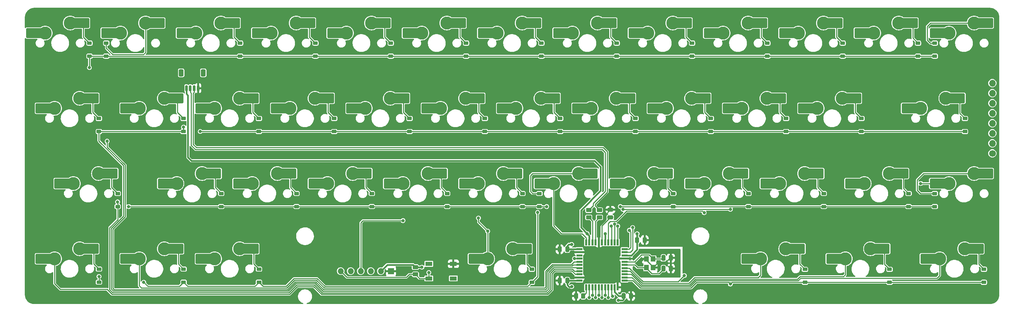
<source format=gbr>
%TF.GenerationSoftware,KiCad,Pcbnew,7.0.1-0*%
%TF.CreationDate,2023-05-30T10:47:40-05:00*%
%TF.ProjectId,pcb,7063622e-6b69-4636-9164-5f7063625858,rev?*%
%TF.SameCoordinates,Original*%
%TF.FileFunction,Copper,L2,Bot*%
%TF.FilePolarity,Positive*%
%FSLAX46Y46*%
G04 Gerber Fmt 4.6, Leading zero omitted, Abs format (unit mm)*
G04 Created by KiCad (PCBNEW 7.0.1-0) date 2023-05-30 10:47:40*
%MOMM*%
%LPD*%
G01*
G04 APERTURE LIST*
G04 Aperture macros list*
%AMRoundRect*
0 Rectangle with rounded corners*
0 $1 Rounding radius*
0 $2 $3 $4 $5 $6 $7 $8 $9 X,Y pos of 4 corners*
0 Add a 4 corners polygon primitive as box body*
4,1,4,$2,$3,$4,$5,$6,$7,$8,$9,$2,$3,0*
0 Add four circle primitives for the rounded corners*
1,1,$1+$1,$2,$3*
1,1,$1+$1,$4,$5*
1,1,$1+$1,$6,$7*
1,1,$1+$1,$8,$9*
0 Add four rect primitives between the rounded corners*
20,1,$1+$1,$2,$3,$4,$5,0*
20,1,$1+$1,$4,$5,$6,$7,0*
20,1,$1+$1,$6,$7,$8,$9,0*
20,1,$1+$1,$8,$9,$2,$3,0*%
G04 Aperture macros list end*
%TA.AperFunction,ComponentPad*%
%ADD10C,3.300000*%
%TD*%
%TA.AperFunction,SMDPad,CuDef*%
%ADD11R,1.650000X2.500000*%
%TD*%
%TA.AperFunction,SMDPad,CuDef*%
%ADD12RoundRect,0.250000X1.025000X1.000000X-1.025000X1.000000X-1.025000X-1.000000X1.025000X-1.000000X0*%
%TD*%
%TA.AperFunction,ComponentPad*%
%ADD13O,1.700000X1.700000*%
%TD*%
%TA.AperFunction,ComponentPad*%
%ADD14C,1.700000*%
%TD*%
%TA.AperFunction,SMDPad,CuDef*%
%ADD15RoundRect,0.250000X-0.250000X-0.475000X0.250000X-0.475000X0.250000X0.475000X-0.250000X0.475000X0*%
%TD*%
%TA.AperFunction,SMDPad,CuDef*%
%ADD16RoundRect,0.250000X0.450000X-0.262500X0.450000X0.262500X-0.450000X0.262500X-0.450000X-0.262500X0*%
%TD*%
%TA.AperFunction,SMDPad,CuDef*%
%ADD17RoundRect,0.225000X0.375000X-0.225000X0.375000X0.225000X-0.375000X0.225000X-0.375000X-0.225000X0*%
%TD*%
%TA.AperFunction,SMDPad,CuDef*%
%ADD18RoundRect,0.250000X-0.450000X0.262500X-0.450000X-0.262500X0.450000X-0.262500X0.450000X0.262500X0*%
%TD*%
%TA.AperFunction,SMDPad,CuDef*%
%ADD19RoundRect,0.250000X0.250000X0.475000X-0.250000X0.475000X-0.250000X-0.475000X0.250000X-0.475000X0*%
%TD*%
%TA.AperFunction,SMDPad,CuDef*%
%ADD20R,1.200000X1.400000*%
%TD*%
%TA.AperFunction,SMDPad,CuDef*%
%ADD21RoundRect,0.250000X0.475000X-0.250000X0.475000X0.250000X-0.475000X0.250000X-0.475000X-0.250000X0*%
%TD*%
%TA.AperFunction,SMDPad,CuDef*%
%ADD22RoundRect,0.150000X-0.150000X-0.625000X0.150000X-0.625000X0.150000X0.625000X-0.150000X0.625000X0*%
%TD*%
%TA.AperFunction,SMDPad,CuDef*%
%ADD23RoundRect,0.250000X-0.350000X-0.650000X0.350000X-0.650000X0.350000X0.650000X-0.350000X0.650000X0*%
%TD*%
%TA.AperFunction,SMDPad,CuDef*%
%ADD24RoundRect,0.250000X-0.262500X-0.450000X0.262500X-0.450000X0.262500X0.450000X-0.262500X0.450000X0*%
%TD*%
%TA.AperFunction,SMDPad,CuDef*%
%ADD25R,0.550000X1.500000*%
%TD*%
%TA.AperFunction,SMDPad,CuDef*%
%ADD26R,1.500000X0.550000*%
%TD*%
%TA.AperFunction,ComponentPad*%
%ADD27O,1.524000X1.524000*%
%TD*%
%TA.AperFunction,ComponentPad*%
%ADD28R,1.524000X1.524000*%
%TD*%
%TA.AperFunction,SMDPad,CuDef*%
%ADD29R,1.800000X1.100000*%
%TD*%
%TA.AperFunction,ViaPad*%
%ADD30C,0.812800*%
%TD*%
%TA.AperFunction,Conductor*%
%ADD31C,0.254000*%
%TD*%
%TA.AperFunction,Conductor*%
%ADD32C,0.381000*%
%TD*%
G04 APERTURE END LIST*
D10*
%TO.P,MX46,1,COL*%
%TO.N,col6*%
X159305762Y-84375698D03*
D11*
X157480762Y-84375698D03*
D12*
X155755762Y-84375698D03*
%TO.P,MX46,2,ROW*%
%TO.N,Net-(D46-A)*%
X169205762Y-81835698D03*
D11*
X167455762Y-81835698D03*
D10*
X165655762Y-81835698D03*
%TD*%
%TO.P,MX55,1,COL*%
%TO.N,col5*%
X142636998Y-103425714D03*
D11*
X140811998Y-103425714D03*
D12*
X139086998Y-103425714D03*
%TO.P,MX55,2,ROW*%
%TO.N,Net-(D55-A)*%
X152536998Y-100885714D03*
D11*
X150786998Y-100885714D03*
D10*
X148986998Y-100885714D03*
%TD*%
%TO.P,MX47,1,COL*%
%TO.N,col7*%
X178355778Y-84375698D03*
D11*
X176530778Y-84375698D03*
D12*
X174805778Y-84375698D03*
%TO.P,MX47,2,ROW*%
%TO.N,Net-(D47-A)*%
X188255778Y-81835698D03*
D11*
X186505778Y-81835698D03*
D10*
X184705778Y-81835698D03*
%TD*%
D13*
%TO.P,J5,8,Pin_8*%
%TO.N,extra8*%
X270300000Y-58965000D03*
%TO.P,J5,7,Pin_7*%
%TO.N,extra7*%
X270300000Y-61505000D03*
%TO.P,J5,6,Pin_6*%
%TO.N,extra6*%
X270300000Y-64045000D03*
%TO.P,J5,5,Pin_5*%
%TO.N,extra5*%
X270300000Y-66585000D03*
%TO.P,J5,4,Pin_4*%
%TO.N,extra4*%
X270300000Y-69125000D03*
%TO.P,J5,3,Pin_3*%
%TO.N,extra3*%
X270300000Y-71665000D03*
%TO.P,J5,2,Pin_2*%
%TO.N,extra2*%
X270300000Y-74205000D03*
D14*
%TO.P,J5,1,Pin_1*%
%TO.N,extra1*%
X270300000Y-76745000D03*
%TD*%
D10*
%TO.P,MX53,1,COL*%
%TO.N,col0*%
X33099406Y-103425714D03*
D11*
X31274406Y-103425714D03*
D12*
X29549406Y-103425714D03*
%TO.P,MX53,2,ROW*%
%TO.N,Net-(D53-A)*%
X42999406Y-100885714D03*
D11*
X41249406Y-100885714D03*
D10*
X39449406Y-100885714D03*
%TD*%
D15*
%TO.P,C4,1*%
%TO.N,VCC*%
X180450000Y-98675000D03*
%TO.P,C4,2*%
%TO.N,GND*%
X182350000Y-98675000D03*
%TD*%
D16*
%TO.P,RSW1,1*%
%TO.N,ISP_Reset*%
X124374896Y-107371786D03*
%TO.P,RSW1,2*%
%TO.N,VCC*%
X124374896Y-105546786D03*
%TD*%
D10*
%TO.P,MX54,1,COL*%
%TO.N,col1*%
X54530674Y-103425714D03*
D11*
X52705674Y-103425714D03*
D12*
X50980674Y-103425714D03*
%TO.P,MX54,2,ROW*%
%TO.N,Net-(D54-A)*%
X64430674Y-100885714D03*
D11*
X62680674Y-100885714D03*
D10*
X60880674Y-100885714D03*
%TD*%
D17*
%TO.P,D14,1,K*%
%TO.N,row1*%
X41925000Y-52125000D03*
%TO.P,D14,2,A*%
%TO.N,Net-(D14-A)*%
X41925000Y-48825000D03*
%TD*%
D10*
%TO.P,MX56,1,COL*%
%TO.N,col10*%
X233124574Y-103425714D03*
D11*
X231299574Y-103425714D03*
D12*
X229574574Y-103425714D03*
%TO.P,MX56,2,ROW*%
%TO.N,Net-(D56-A)*%
X243024574Y-100885714D03*
D11*
X241274574Y-100885714D03*
D10*
X239474574Y-100885714D03*
%TD*%
%TO.P,MX42,1,COL*%
%TO.N,sck{slash}col2*%
X83105698Y-84375698D03*
D11*
X81280698Y-84375698D03*
D12*
X79555698Y-84375698D03*
%TO.P,MX42,2,ROW*%
%TO.N,Net-(D42-A)*%
X93005698Y-81835698D03*
D11*
X91255698Y-81835698D03*
D10*
X89455698Y-81835698D03*
%TD*%
D17*
%TO.P,D35,1,K*%
%TO.N,row2*%
X199087504Y-71200000D03*
%TO.P,D35,2,A*%
%TO.N,Net-(D35-A)*%
X199087504Y-67900000D03*
%TD*%
D10*
%TO.P,MX57,1,COL*%
%TO.N,col11*%
X256937094Y-103425714D03*
D11*
X255112094Y-103425714D03*
D12*
X253387094Y-103425714D03*
%TO.P,MX57,2,ROW*%
%TO.N,Net-(D57-A)*%
X266837094Y-100885714D03*
D11*
X265087094Y-100885714D03*
D10*
X263287094Y-100885714D03*
%TD*%
D18*
%TO.P,R3,2*%
%TO.N,Net-(U1-D+)*%
X170900000Y-92937500D03*
%TO.P,R3,1*%
%TO.N,D+*%
X170900000Y-91112500D03*
%TD*%
D10*
%TO.P,MX41,1,COL*%
%TO.N,col1*%
X64055682Y-84375698D03*
D11*
X62230682Y-84375698D03*
D12*
X60505682Y-84375698D03*
%TO.P,MX41,2,ROW*%
%TO.N,Net-(D41-A)*%
X73955682Y-81835698D03*
D11*
X72205682Y-81835698D03*
D10*
X70405682Y-81835698D03*
%TD*%
%TO.P,MX25,1,COL*%
%TO.N,col11*%
X240268330Y-46275666D03*
D11*
X238443330Y-46275666D03*
D12*
X236718330Y-46275666D03*
%TO.P,MX25,2,ROW*%
%TO.N,Net-(D25-A)*%
X250168330Y-43735666D03*
D11*
X248418330Y-43735666D03*
D10*
X246618330Y-43735666D03*
%TD*%
%TO.P,MX22,1,COL*%
%TO.N,col8*%
X183118282Y-46275666D03*
D11*
X181293282Y-46275666D03*
D12*
X179568282Y-46275666D03*
%TO.P,MX22,2,ROW*%
%TO.N,Net-(D22-A)*%
X193018282Y-43735666D03*
D11*
X191268282Y-43735666D03*
D10*
X189468282Y-43735666D03*
%TD*%
%TO.P,MX49,1,COL*%
%TO.N,col9*%
X216455810Y-84375698D03*
D11*
X214630810Y-84375698D03*
D12*
X212905810Y-84375698D03*
%TO.P,MX49,2,ROW*%
%TO.N,Net-(D49-A)*%
X226355810Y-81835698D03*
D11*
X224605810Y-81835698D03*
D10*
X222805810Y-81835698D03*
%TD*%
D17*
%TO.P,D46,1,K*%
%TO.N,row3*%
X155725000Y-90200000D03*
%TO.P,D46,2,A*%
%TO.N,Net-(D46-A)*%
X155725000Y-86900000D03*
%TD*%
%TO.P,D40,1,K*%
%TO.N,row3*%
X49068756Y-90200000D03*
%TO.P,D40,2,A*%
%TO.N,Net-(D40-A)*%
X49068756Y-86900000D03*
%TD*%
D15*
%TO.P,CX1,1*%
%TO.N,XTAL2*%
X187100000Y-103200000D03*
%TO.P,CX1,2*%
%TO.N,GND*%
X189000000Y-103200000D03*
%TD*%
D16*
%TO.P,R2,2*%
%TO.N,D-*%
X168210000Y-91112500D03*
%TO.P,R2,1*%
%TO.N,Net-(U1-D-)*%
X168210000Y-92937500D03*
%TD*%
D19*
%TO.P,C1,1*%
%TO.N,VCC*%
X162775000Y-101000000D03*
%TO.P,C1,2*%
%TO.N,GND*%
X160875000Y-101000000D03*
%TD*%
D17*
%TO.P,D57,1,K*%
%TO.N,row4*%
X268150000Y-109375000D03*
%TO.P,D57,2,A*%
%TO.N,Net-(D57-A)*%
X268150000Y-106075000D03*
%TD*%
D20*
%TO.P,Y1,1,1*%
%TO.N,XTAL2*%
X184500000Y-103475000D03*
%TO.P,Y1,2,2*%
%TO.N,GND*%
X184500000Y-105675000D03*
%TO.P,Y1,3,3*%
%TO.N,XTAL1*%
X182800000Y-105675000D03*
%TO.P,Y1,4,4*%
%TO.N,GND*%
X182800000Y-103475000D03*
%TD*%
D19*
%TO.P,C2,1*%
%TO.N,VCC*%
X162775000Y-108950000D03*
%TO.P,C2,2*%
%TO.N,GND*%
X160875000Y-108950000D03*
%TD*%
D10*
%TO.P,MX19,1,COL*%
%TO.N,col5*%
X125968234Y-46275666D03*
D11*
X124143234Y-46275666D03*
D12*
X122418234Y-46275666D03*
%TO.P,MX19,2,ROW*%
%TO.N,Net-(D19-A)*%
X135868234Y-43735666D03*
D11*
X134118234Y-43735666D03*
D10*
X132318234Y-43735666D03*
%TD*%
D17*
%TO.P,D29,1,K*%
%TO.N,row2*%
X84787504Y-71200000D03*
%TO.P,D29,2,A*%
%TO.N,Net-(D29-A)*%
X84787504Y-67900000D03*
%TD*%
D10*
%TO.P,MX21,1,COL*%
%TO.N,col7*%
X164068266Y-46275666D03*
D11*
X162243266Y-46275666D03*
D12*
X160518266Y-46275666D03*
%TO.P,MX21,2,ROW*%
%TO.N,Net-(D21-A)*%
X173968266Y-43735666D03*
D11*
X172218266Y-43735666D03*
D10*
X170418266Y-43735666D03*
%TD*%
D17*
%TO.P,D24,1,K*%
%TO.N,row1*%
X232425000Y-52125000D03*
%TO.P,D24,2,A*%
%TO.N,Net-(D24-A)*%
X232425000Y-48825000D03*
%TD*%
D10*
%TO.P,MX26,1,COL*%
%TO.N,sck{slash}col2*%
X73580690Y-103425714D03*
D11*
X71755690Y-103425714D03*
D12*
X70030690Y-103425714D03*
%TO.P,MX26,2,ROW*%
%TO.N,Net-(D26-A)*%
X83480690Y-100885714D03*
D11*
X81730690Y-100885714D03*
D10*
X79930690Y-100885714D03*
%TD*%
D17*
%TO.P,D31,1,K*%
%TO.N,row2*%
X122887504Y-71200000D03*
%TO.P,D31,2,A*%
%TO.N,Net-(D31-A)*%
X122887504Y-67900000D03*
%TD*%
%TO.P,D45,1,K*%
%TO.N,row3*%
X151462512Y-90200000D03*
%TO.P,D45,2,A*%
%TO.N,Net-(D45-A)*%
X151462512Y-86900000D03*
%TD*%
%TO.P,D16,1,K*%
%TO.N,row1*%
X80025000Y-52125000D03*
%TO.P,D16,2,A*%
%TO.N,Net-(D16-A)*%
X80025000Y-48825000D03*
%TD*%
%TO.P,D41,1,K*%
%TO.N,row3*%
X75262512Y-90200000D03*
%TO.P,D41,2,A*%
%TO.N,Net-(D41-A)*%
X75262512Y-86900000D03*
%TD*%
D10*
%TO.P,MX16,1,COL*%
%TO.N,sck{slash}col2*%
X68818186Y-46275666D03*
D11*
X66993186Y-46275666D03*
D12*
X65268186Y-46275666D03*
%TO.P,MX16,2,ROW*%
%TO.N,Net-(D16-A)*%
X78718186Y-43735666D03*
D11*
X76968186Y-43735666D03*
D10*
X75168186Y-43735666D03*
%TD*%
%TO.P,MX32,1,COL*%
%TO.N,col5*%
X130730738Y-65325682D03*
D11*
X128905738Y-65325682D03*
D12*
X127180738Y-65325682D03*
%TO.P,MX32,2,ROW*%
%TO.N,Net-(D32-A)*%
X140630738Y-62785682D03*
D11*
X138880738Y-62785682D03*
D10*
X137080738Y-62785682D03*
%TD*%
D17*
%TO.P,D49,1,K*%
%TO.N,row3*%
X227662512Y-90200000D03*
%TO.P,D49,2,A*%
%TO.N,Net-(D49-A)*%
X227662512Y-86900000D03*
%TD*%
%TO.P,D51,1,K*%
%TO.N,row3*%
X255725016Y-90200000D03*
%TO.P,D51,2,A*%
%TO.N,Net-(D51-A)*%
X255725016Y-86900000D03*
%TD*%
%TO.P,D13,1,K*%
%TO.N,row1*%
X255725000Y-52125000D03*
%TO.P,D13,2,A*%
%TO.N,Net-(D13-A)*%
X255725000Y-48825000D03*
%TD*%
%TO.P,D50,1,K*%
%TO.N,row3*%
X249093764Y-90200000D03*
%TO.P,D50,2,A*%
%TO.N,Net-(D50-A)*%
X249093764Y-86900000D03*
%TD*%
D21*
%TO.P,C5,2*%
%TO.N,GND*%
X173675000Y-91030000D03*
%TO.P,C5,1*%
%TO.N,Net-(U1-UCAP)*%
X173675000Y-92930000D03*
%TD*%
D10*
%TO.P,MX33,1,COL*%
%TO.N,col6*%
X149780754Y-65325682D03*
D11*
X147955754Y-65325682D03*
D12*
X146230754Y-65325682D03*
%TO.P,MX33,2,ROW*%
%TO.N,Net-(D33-A)*%
X159680754Y-62785682D03*
D11*
X157930754Y-62785682D03*
D10*
X156130754Y-62785682D03*
%TD*%
D17*
%TO.P,D37,1,K*%
%TO.N,row2*%
X237187504Y-71200000D03*
%TO.P,D37,2,A*%
%TO.N,Net-(D37-A)*%
X237187504Y-67900000D03*
%TD*%
D15*
%TO.P,C3,1*%
%TO.N,VCC*%
X177025000Y-112850000D03*
%TO.P,C3,2*%
%TO.N,GND*%
X178925000Y-112850000D03*
%TD*%
D10*
%TO.P,MX37,1,COL*%
%TO.N,col10*%
X225980818Y-65325682D03*
D11*
X224155818Y-65325682D03*
D12*
X222430818Y-65325682D03*
%TO.P,MX37,2,ROW*%
%TO.N,Net-(D37-A)*%
X235880818Y-62785682D03*
D11*
X234130818Y-62785682D03*
D10*
X232330818Y-62785682D03*
%TD*%
D17*
%TO.P,D18,1,K*%
%TO.N,row1*%
X118125000Y-52125000D03*
%TO.P,D18,2,A*%
%TO.N,Net-(D18-A)*%
X118125000Y-48825000D03*
%TD*%
%TO.P,D28,1,K*%
%TO.N,row2*%
X65737504Y-71200000D03*
%TO.P,D28,2,A*%
%TO.N,Net-(D28-A)*%
X65737504Y-67900000D03*
%TD*%
D10*
%TO.P,MX34,1,COL*%
%TO.N,col7*%
X168830770Y-65325682D03*
D11*
X167005770Y-65325682D03*
D12*
X165280770Y-65325682D03*
%TO.P,MX34,2,ROW*%
%TO.N,Net-(D34-A)*%
X178730770Y-62785682D03*
D11*
X176980770Y-62785682D03*
D10*
X175180770Y-62785682D03*
%TD*%
%TO.P,MX28,1,COL*%
%TO.N,col1*%
X54530674Y-65325682D03*
D11*
X52705674Y-65325682D03*
D12*
X50980674Y-65325682D03*
%TO.P,MX28,2,ROW*%
%TO.N,Net-(D28-A)*%
X64430674Y-62785682D03*
D11*
X62680674Y-62785682D03*
D10*
X60880674Y-62785682D03*
%TD*%
D17*
%TO.P,D32,1,K*%
%TO.N,row2*%
X141937504Y-71200000D03*
%TO.P,D32,2,A*%
%TO.N,Net-(D32-A)*%
X141937504Y-67900000D03*
%TD*%
D10*
%TO.P,MX45,1,COL*%
%TO.N,col5*%
X140255746Y-84375698D03*
D11*
X138430746Y-84375698D03*
D12*
X136705746Y-84375698D03*
%TO.P,MX45,2,ROW*%
%TO.N,Net-(D45-A)*%
X150155746Y-81835698D03*
D11*
X148405746Y-81835698D03*
D10*
X146605746Y-81835698D03*
%TD*%
D17*
%TO.P,D27,1,K*%
%TO.N,row2*%
X44306252Y-71200000D03*
%TO.P,D27,2,A*%
%TO.N,Net-(D27-A)*%
X44306252Y-67900000D03*
%TD*%
D10*
%TO.P,MX29,1,COL*%
%TO.N,sck{slash}col2*%
X73580690Y-65325682D03*
D11*
X71755690Y-65325682D03*
D12*
X70030690Y-65325682D03*
%TO.P,MX29,2,ROW*%
%TO.N,Net-(D29-A)*%
X83480690Y-62785682D03*
D11*
X81730690Y-62785682D03*
D10*
X79930690Y-62785682D03*
%TD*%
D17*
%TO.P,D48,1,K*%
%TO.N,row3*%
X208612512Y-90200000D03*
%TO.P,D48,2,A*%
%TO.N,Net-(D48-A)*%
X208612512Y-86900000D03*
%TD*%
%TO.P,D34,1,K*%
%TO.N,row2*%
X180037504Y-71200000D03*
%TO.P,D34,2,A*%
%TO.N,Net-(D34-A)*%
X180037504Y-67900000D03*
%TD*%
D10*
%TO.P,MX18,1,COL*%
%TO.N,miso{slash}col4*%
X106918218Y-46275666D03*
D11*
X105093218Y-46275666D03*
D12*
X103368218Y-46275666D03*
%TO.P,MX18,2,ROW*%
%TO.N,Net-(D18-A)*%
X116818218Y-43735666D03*
D11*
X115068218Y-43735666D03*
D10*
X113268218Y-43735666D03*
%TD*%
D17*
%TO.P,D20,1,K*%
%TO.N,row1*%
X156225000Y-52125000D03*
%TO.P,D20,2,A*%
%TO.N,Net-(D20-A)*%
X156225000Y-48825000D03*
%TD*%
D22*
%TO.P,J3,1,1*%
%TO.N,VCC*%
X66425000Y-60235499D03*
%TO.P,J3,2,2*%
%TO.N,D-*%
X67425000Y-60235499D03*
%TO.P,J3,3,3*%
%TO.N,D+*%
X68425000Y-60235499D03*
%TO.P,J3,4,4*%
%TO.N,GND*%
X69425000Y-60235499D03*
D23*
%TO.P,J3,MP*%
%TO.N,N/C*%
X65125000Y-56360499D03*
X70725000Y-56360499D03*
%TD*%
D10*
%TO.P,MX24,1,COL*%
%TO.N,col10*%
X221218314Y-46275666D03*
D11*
X219393314Y-46275666D03*
D12*
X217668314Y-46275666D03*
%TO.P,MX24,2,ROW*%
%TO.N,Net-(D24-A)*%
X231118314Y-43735666D03*
D11*
X229368314Y-43735666D03*
D10*
X227568314Y-43735666D03*
%TD*%
D17*
%TO.P,D19,1,K*%
%TO.N,row1*%
X137175000Y-52125000D03*
%TO.P,D19,2,A*%
%TO.N,Net-(D19-A)*%
X137175000Y-48825000D03*
%TD*%
D10*
%TO.P,MX43,1,COL*%
%TO.N,mosi{slash}col3*%
X102155714Y-84375698D03*
D11*
X100330714Y-84375698D03*
D12*
X98605714Y-84375698D03*
%TO.P,MX43,2,ROW*%
%TO.N,Net-(D43-A)*%
X112055714Y-81835698D03*
D11*
X110305714Y-81835698D03*
D10*
X108505714Y-81835698D03*
%TD*%
%TO.P,MX13,1,COL*%
%TO.N,col12*%
X259318346Y-46275666D03*
D11*
X257493346Y-46275666D03*
D12*
X255768346Y-46275666D03*
%TO.P,MX13,2,ROW*%
%TO.N,Net-(D13-A)*%
X269218346Y-43735666D03*
D11*
X267468346Y-43735666D03*
D10*
X265668346Y-43735666D03*
%TD*%
%TO.P,MX36,1,COL*%
%TO.N,col9*%
X206930802Y-65325682D03*
D11*
X205105802Y-65325682D03*
D12*
X203380802Y-65325682D03*
%TO.P,MX36,2,ROW*%
%TO.N,Net-(D36-A)*%
X216830802Y-62785682D03*
D11*
X215080802Y-62785682D03*
D10*
X213280802Y-62785682D03*
%TD*%
D24*
%TO.P,R1,1*%
%TO.N,GND*%
X164987500Y-112850000D03*
%TO.P,R1,2*%
%TO.N,Net-(U1-~{HWB}{slash}PE2)*%
X166812500Y-112850000D03*
%TD*%
D17*
%TO.P,D26,1,K*%
%TO.N,row4*%
X84800000Y-109347500D03*
%TO.P,D26,2,A*%
%TO.N,Net-(D26-A)*%
X84800000Y-106047500D03*
%TD*%
%TO.P,D56,1,K*%
%TO.N,row4*%
X244301268Y-109392500D03*
%TO.P,D56,2,A*%
%TO.N,Net-(D56-A)*%
X244301268Y-106092500D03*
%TD*%
D10*
%TO.P,MX30,1,COL*%
%TO.N,mosi{slash}col3*%
X92630706Y-65325682D03*
D11*
X90805706Y-65325682D03*
D12*
X89080706Y-65325682D03*
%TO.P,MX30,2,ROW*%
%TO.N,Net-(D30-A)*%
X102530706Y-62785682D03*
D11*
X100780706Y-62785682D03*
D10*
X98980706Y-62785682D03*
%TD*%
%TO.P,MX39,1,COL*%
%TO.N,col9*%
X211693306Y-103425714D03*
D11*
X209868306Y-103425714D03*
D12*
X208143306Y-103425714D03*
%TO.P,MX39,2,ROW*%
%TO.N,Net-(D39-A)*%
X221593306Y-100885714D03*
D11*
X219843306Y-100885714D03*
D10*
X218043306Y-100885714D03*
%TD*%
D17*
%TO.P,D30,1,K*%
%TO.N,row2*%
X103837504Y-71200000D03*
%TO.P,D30,2,A*%
%TO.N,Net-(D30-A)*%
X103837504Y-67900000D03*
%TD*%
D15*
%TO.P,CX2,1*%
%TO.N,XTAL1*%
X187100000Y-105900000D03*
%TO.P,CX2,2*%
%TO.N,GND*%
X189000000Y-105900000D03*
%TD*%
D10*
%TO.P,MX35,1,COL*%
%TO.N,col8*%
X187880786Y-65325682D03*
D11*
X186055786Y-65325682D03*
D12*
X184330786Y-65325682D03*
%TO.P,MX35,2,ROW*%
%TO.N,Net-(D35-A)*%
X197780786Y-62785682D03*
D11*
X196030786Y-62785682D03*
D10*
X194230786Y-62785682D03*
%TD*%
%TO.P,MX15,1,COL*%
%TO.N,col1*%
X49768170Y-46275666D03*
D11*
X47943170Y-46275666D03*
D12*
X46218170Y-46275666D03*
%TO.P,MX15,2,ROW*%
%TO.N,Net-(D15-A)*%
X59668170Y-43735666D03*
D11*
X57918170Y-43735666D03*
D10*
X56118170Y-43735666D03*
%TD*%
%TO.P,MX48,1,COL*%
%TO.N,col8*%
X197405794Y-84375698D03*
D11*
X195580794Y-84375698D03*
D12*
X193855794Y-84375698D03*
%TO.P,MX48,2,ROW*%
%TO.N,Net-(D48-A)*%
X207305794Y-81835698D03*
D11*
X205555794Y-81835698D03*
D10*
X203755794Y-81835698D03*
%TD*%
D17*
%TO.P,D33,1,K*%
%TO.N,row2*%
X160987504Y-71200000D03*
%TO.P,D33,2,A*%
%TO.N,Net-(D33-A)*%
X160987504Y-67900000D03*
%TD*%
D10*
%TO.P,MX31,1,COL*%
%TO.N,miso{slash}col4*%
X111680722Y-65325682D03*
D11*
X109855722Y-65325682D03*
D12*
X108130722Y-65325682D03*
%TO.P,MX31,2,ROW*%
%TO.N,Net-(D31-A)*%
X121580722Y-62785682D03*
D11*
X119830722Y-62785682D03*
D10*
X118030722Y-62785682D03*
%TD*%
D17*
%TO.P,D22,1,K*%
%TO.N,row1*%
X194325000Y-52125000D03*
%TO.P,D22,2,A*%
%TO.N,Net-(D22-A)*%
X194325000Y-48825000D03*
%TD*%
D10*
%TO.P,MX17,1,COL*%
%TO.N,mosi{slash}col3*%
X87868202Y-46275666D03*
D11*
X86043202Y-46275666D03*
D12*
X84318202Y-46275666D03*
%TO.P,MX17,2,ROW*%
%TO.N,Net-(D17-A)*%
X97768202Y-43735666D03*
D11*
X96018202Y-43735666D03*
D10*
X94218202Y-43735666D03*
%TD*%
D17*
%TO.P,D36,1,K*%
%TO.N,row2*%
X218137504Y-71200000D03*
%TO.P,D36,2,A*%
%TO.N,Net-(D36-A)*%
X218137504Y-67900000D03*
%TD*%
D10*
%TO.P,MX51,1,COL*%
%TO.N,col11*%
X259318346Y-84375698D03*
D11*
X257493346Y-84375698D03*
D12*
X255768346Y-84375698D03*
%TO.P,MX51,2,ROW*%
%TO.N,Net-(D51-A)*%
X269218346Y-81835698D03*
D11*
X267468346Y-81835698D03*
D10*
X265668346Y-81835698D03*
%TD*%
D25*
%TO.P,U1,1,PE6*%
%TO.N,col6*%
X167550000Y-99275000D03*
%TO.P,U1,2,UVCC*%
%TO.N,VCC*%
X168350000Y-99275000D03*
%TO.P,U1,3,D-*%
%TO.N,Net-(U1-D-)*%
X169150000Y-99275000D03*
%TO.P,U1,4,D+*%
%TO.N,Net-(U1-D+)*%
X169950000Y-99275000D03*
%TO.P,U1,5,UGND*%
%TO.N,GND*%
X170750000Y-99275000D03*
%TO.P,U1,6,UCAP*%
%TO.N,Net-(U1-UCAP)*%
X171550000Y-99275000D03*
%TO.P,U1,7,VBUS*%
%TO.N,VCC*%
X172350000Y-99275000D03*
%TO.P,U1,8,PB0*%
%TO.N,col8*%
X173150000Y-99275000D03*
%TO.P,U1,9,PB1*%
%TO.N,sck{slash}col2*%
X173950000Y-99275000D03*
%TO.P,U1,10,PB2*%
%TO.N,mosi{slash}col3*%
X174750000Y-99275000D03*
%TO.P,U1,11,PB3*%
%TO.N,miso{slash}col4*%
X175550000Y-99275000D03*
D26*
%TO.P,U1,12,PB7*%
%TO.N,col5*%
X177250000Y-100975000D03*
%TO.P,U1,13,~{RESET}*%
%TO.N,ISP_Reset*%
X177250000Y-101775000D03*
%TO.P,U1,14,VCC*%
%TO.N,VCC*%
X177250000Y-102575000D03*
%TO.P,U1,15,GND*%
%TO.N,GND*%
X177250000Y-103375000D03*
%TO.P,U1,16,XTAL2*%
%TO.N,XTAL2*%
X177250000Y-104175000D03*
%TO.P,U1,17,XTAL1*%
%TO.N,XTAL1*%
X177250000Y-104975000D03*
%TO.P,U1,18,PD0*%
%TO.N,col7*%
X177250000Y-105775000D03*
%TO.P,U1,19,PD1*%
%TO.N,col9*%
X177250000Y-106575000D03*
%TO.P,U1,20,PD2*%
%TO.N,col10*%
X177250000Y-107375000D03*
%TO.P,U1,21,PD3*%
%TO.N,col11*%
X177250000Y-108175000D03*
%TO.P,U1,22,PD5*%
%TO.N,row4*%
X177250000Y-108975000D03*
D25*
%TO.P,U1,23,GND*%
%TO.N,GND*%
X175550000Y-110675000D03*
%TO.P,U1,24,AVCC*%
%TO.N,VCC*%
X174750000Y-110675000D03*
%TO.P,U1,25,PD4*%
%TO.N,extra1*%
X173950000Y-110675000D03*
%TO.P,U1,26,PD6*%
%TO.N,extra2*%
X173150000Y-110675000D03*
%TO.P,U1,27,PD7*%
%TO.N,extra3*%
X172350000Y-110675000D03*
%TO.P,U1,28,PB4*%
%TO.N,extra4*%
X171550000Y-110675000D03*
%TO.P,U1,29,PB5*%
%TO.N,extra5*%
X170750000Y-110675000D03*
%TO.P,U1,30,PB6*%
%TO.N,extra6*%
X169950000Y-110675000D03*
%TO.P,U1,31,PC6*%
%TO.N,extra7*%
X169150000Y-110675000D03*
%TO.P,U1,32,PC7*%
%TO.N,extra8*%
X168350000Y-110675000D03*
%TO.P,U1,33,~{HWB}/PE2*%
%TO.N,Net-(U1-~{HWB}{slash}PE2)*%
X167550000Y-110675000D03*
D26*
%TO.P,U1,34,VCC*%
%TO.N,VCC*%
X165850000Y-108975000D03*
%TO.P,U1,35,GND*%
%TO.N,GND*%
X165850000Y-108175000D03*
%TO.P,U1,36,PF7*%
%TO.N,col0*%
X165850000Y-107375000D03*
%TO.P,U1,37,PF6*%
%TO.N,row3*%
X165850000Y-106575000D03*
%TO.P,U1,38,PF5*%
%TO.N,row2*%
X165850000Y-105775000D03*
%TO.P,U1,39,PF4*%
%TO.N,row1*%
X165850000Y-104975000D03*
%TO.P,U1,40,PF1*%
%TO.N,col1*%
X165850000Y-104175000D03*
%TO.P,U1,41,PF0*%
%TO.N,col12*%
X165850000Y-103375000D03*
%TO.P,U1,42,AREF*%
%TO.N,unconnected-(U1-AREF-Pad42)*%
X165850000Y-102575000D03*
%TO.P,U1,43,GND*%
%TO.N,GND*%
X165850000Y-101775000D03*
%TO.P,U1,44,AVCC*%
%TO.N,VCC*%
X165850000Y-100975000D03*
%TD*%
D10*
%TO.P,MX44,1,COL*%
%TO.N,miso{slash}col4*%
X121205730Y-84375698D03*
D11*
X119380730Y-84375698D03*
D12*
X117655730Y-84375698D03*
%TO.P,MX44,2,ROW*%
%TO.N,Net-(D44-A)*%
X131105730Y-81835698D03*
D11*
X129355730Y-81835698D03*
D10*
X127555730Y-81835698D03*
%TD*%
%TO.P,MX27,1,COL*%
%TO.N,col0*%
X33099406Y-65325682D03*
D11*
X31274406Y-65325682D03*
D12*
X29549406Y-65325682D03*
%TO.P,MX27,2,ROW*%
%TO.N,Net-(D27-A)*%
X42999406Y-62785682D03*
D11*
X41249406Y-62785682D03*
D10*
X39449406Y-62785682D03*
%TD*%
%TO.P,MX40,1,COL*%
%TO.N,col0*%
X37861910Y-84375698D03*
D11*
X36036910Y-84375698D03*
D12*
X34311910Y-84375698D03*
%TO.P,MX40,2,ROW*%
%TO.N,Net-(D40-A)*%
X47761910Y-81835698D03*
D11*
X46011910Y-81835698D03*
D10*
X44211910Y-81835698D03*
%TD*%
D17*
%TO.P,D39,1,K*%
%TO.N,row4*%
X222890626Y-109392500D03*
%TO.P,D39,2,A*%
%TO.N,Net-(D39-A)*%
X222890626Y-106092500D03*
%TD*%
%TO.P,D55,1,K*%
%TO.N,row4*%
X153823756Y-109370000D03*
%TO.P,D55,2,A*%
%TO.N,Net-(D55-A)*%
X153823756Y-106070000D03*
%TD*%
%TO.P,D43,1,K*%
%TO.N,row3*%
X113362512Y-90200000D03*
%TO.P,D43,2,A*%
%TO.N,Net-(D43-A)*%
X113362512Y-86900000D03*
%TD*%
%TO.P,D47,2,A*%
%TO.N,Net-(D47-A)*%
X189575000Y-86900000D03*
%TO.P,D47,1,K*%
%TO.N,row3*%
X189575000Y-90200000D03*
%TD*%
D10*
%TO.P,MX23,1,COL*%
%TO.N,col9*%
X202168298Y-46275666D03*
D11*
X200343298Y-46275666D03*
D12*
X198618298Y-46275666D03*
%TO.P,MX23,2,ROW*%
%TO.N,Net-(D23-A)*%
X212068298Y-43735666D03*
D11*
X210318298Y-43735666D03*
D10*
X208518298Y-43735666D03*
%TD*%
D17*
%TO.P,D21,1,K*%
%TO.N,row1*%
X175275000Y-52125000D03*
%TO.P,D21,2,A*%
%TO.N,Net-(D21-A)*%
X175275000Y-48825000D03*
%TD*%
D10*
%TO.P,MX50,1,COL*%
%TO.N,col10*%
X237887078Y-84375698D03*
D11*
X236062078Y-84375698D03*
D12*
X234337078Y-84375698D03*
%TO.P,MX50,2,ROW*%
%TO.N,Net-(D50-A)*%
X247787078Y-81835698D03*
D11*
X246037078Y-81835698D03*
D10*
X244237078Y-81835698D03*
%TD*%
D17*
%TO.P,D38,1,K*%
%TO.N,row2*%
X263375000Y-71200000D03*
%TO.P,D38,2,A*%
%TO.N,Net-(D38-A)*%
X263375000Y-67900000D03*
%TD*%
D10*
%TO.P,MX20,1,COL*%
%TO.N,col6*%
X145018250Y-46275666D03*
D11*
X143193250Y-46275666D03*
D12*
X141468250Y-46275666D03*
%TO.P,MX20,2,ROW*%
%TO.N,Net-(D20-A)*%
X154918250Y-43735666D03*
D11*
X153168250Y-43735666D03*
D10*
X151368250Y-43735666D03*
%TD*%
D17*
%TO.P,D15,1,K*%
%TO.N,row1*%
X46175000Y-52125000D03*
%TO.P,D15,2,A*%
%TO.N,Net-(D15-A)*%
X46175000Y-48825000D03*
%TD*%
%TO.P,D53,1,K*%
%TO.N,row4*%
X44325000Y-109347500D03*
%TO.P,D53,2,A*%
%TO.N,Net-(D53-A)*%
X44325000Y-106047500D03*
%TD*%
D27*
%TO.P,J2,1,~{RST}*%
%TO.N,ISP_Reset*%
X105474984Y-106550000D03*
%TO.P,J2,2,VCC*%
%TO.N,VCC*%
X115634984Y-106550000D03*
%TO.P,J2,3,MISO*%
%TO.N,miso{slash}col4*%
X110554984Y-106550000D03*
%TO.P,J2,4,MOSI*%
%TO.N,mosi{slash}col3*%
X108014984Y-106550000D03*
%TO.P,J2,5,SCK*%
%TO.N,sck{slash}col2*%
X113094984Y-106550000D03*
D28*
%TO.P,J2,6,GND*%
%TO.N,GND*%
X118174984Y-106550000D03*
%TD*%
D29*
%TO.P,SW1,1,1*%
%TO.N,GND*%
X133975000Y-104700000D03*
%TO.P,SW1,2,2*%
%TO.N,ISP_Reset*%
X127775000Y-108400000D03*
%TO.P,SW1,3*%
%TO.N,N/C*%
X133975000Y-108400000D03*
%TO.P,SW1,4*%
X127775000Y-104700000D03*
%TD*%
D17*
%TO.P,D23,1,K*%
%TO.N,row1*%
X213375000Y-52125000D03*
%TO.P,D23,2,A*%
%TO.N,Net-(D23-A)*%
X213375000Y-48825000D03*
%TD*%
%TO.P,D25,1,K*%
%TO.N,row1*%
X251475000Y-52125000D03*
%TO.P,D25,2,A*%
%TO.N,Net-(D25-A)*%
X251475000Y-48825000D03*
%TD*%
%TO.P,D42,1,K*%
%TO.N,row3*%
X94312512Y-90200000D03*
%TO.P,D42,2,A*%
%TO.N,Net-(D42-A)*%
X94312512Y-86900000D03*
%TD*%
D10*
%TO.P,MX38,1,COL*%
%TO.N,col11*%
X252174590Y-65325682D03*
D11*
X250349590Y-65325682D03*
D12*
X248624590Y-65325682D03*
%TO.P,MX38,2,ROW*%
%TO.N,Net-(D38-A)*%
X262074590Y-62785682D03*
D11*
X260324590Y-62785682D03*
D10*
X258524590Y-62785682D03*
%TD*%
D17*
%TO.P,D54,1,K*%
%TO.N,row4*%
X65727496Y-109347500D03*
%TO.P,D54,2,A*%
%TO.N,Net-(D54-A)*%
X65727496Y-106047500D03*
%TD*%
%TO.P,D44,1,K*%
%TO.N,row3*%
X132412512Y-90200000D03*
%TO.P,D44,2,A*%
%TO.N,Net-(D44-A)*%
X132412512Y-86900000D03*
%TD*%
%TO.P,D17,1,K*%
%TO.N,row1*%
X99075000Y-52125000D03*
%TO.P,D17,2,A*%
%TO.N,Net-(D17-A)*%
X99075000Y-48825000D03*
%TD*%
D10*
%TO.P,MX14,1,COL*%
%TO.N,col0*%
X30718154Y-46275666D03*
D11*
X28893154Y-46275666D03*
D12*
X27168154Y-46275666D03*
%TO.P,MX14,2,ROW*%
%TO.N,Net-(D14-A)*%
X40618154Y-43735666D03*
D11*
X38868154Y-43735666D03*
D10*
X37068154Y-43735666D03*
%TD*%
D30*
%TO.N,GND*%
X69450000Y-62975000D03*
X71800000Y-60225000D03*
X58400000Y-53075000D03*
X58405000Y-51070000D03*
X66425000Y-53075000D03*
X66430000Y-51070000D03*
X194825000Y-92350000D03*
X193350000Y-92350000D03*
%TO.N,col8*%
X197400000Y-91775000D03*
%TO.N,GND*%
X194825000Y-89175000D03*
X193350000Y-89175000D03*
X245525000Y-91225000D03*
X244050000Y-91225000D03*
X245525000Y-89200000D03*
X244050000Y-89200000D03*
X248325000Y-72125000D03*
X248325000Y-70350000D03*
X249550000Y-70360000D03*
X249550000Y-72135000D03*
X159742496Y-76650000D03*
X159740000Y-74230000D03*
X161140000Y-74230000D03*
X161142496Y-76650000D03*
X138492496Y-76640000D03*
X138490000Y-74220000D03*
X139890000Y-74220000D03*
X139892496Y-76640000D03*
X236495000Y-53072500D03*
X237660000Y-51047500D03*
X236495000Y-51047500D03*
X237660000Y-53072500D03*
X218135000Y-53082500D03*
X219300000Y-51057500D03*
X218135000Y-51057500D03*
X219300000Y-53082500D03*
X123392496Y-76630000D03*
X121990000Y-74210000D03*
X123390000Y-74210000D03*
X121992496Y-76630000D03*
X103232496Y-76640000D03*
X101830000Y-74220000D03*
X103230000Y-74220000D03*
X101832496Y-76640000D03*
X89410000Y-74250000D03*
X88010000Y-74250000D03*
X89412496Y-76670000D03*
X88012496Y-76670000D03*
X77290000Y-76670000D03*
X75890000Y-76670000D03*
X49550000Y-70240000D03*
X48450000Y-72265000D03*
X48450000Y-70240000D03*
X49550000Y-72265000D03*
%TO.N,ISP_Reset*%
X127770000Y-106900000D03*
%TO.N,row4*%
X204025000Y-90925000D03*
X176875000Y-90925000D03*
X204025000Y-109825000D03*
X155275000Y-91700000D03*
%TO.N,GND*%
X164975000Y-111300000D03*
%TO.N,row4*%
X44325000Y-107900000D03*
X55650000Y-109350000D03*
%TO.N,col12*%
X164623800Y-103375000D03*
%TO.N,col5*%
X142636998Y-96444810D03*
X140325000Y-93100000D03*
X178475000Y-96210300D03*
%TO.N,ISP_Reset*%
X179300000Y-95525000D03*
%TO.N,col7*%
X192400000Y-107675000D03*
%TO.N,row3*%
X176200000Y-90200000D03*
X157575000Y-90200000D03*
%TO.N,VCC*%
X126025000Y-105550000D03*
%TO.N,miso{slash}col4*%
X121225000Y-93750000D03*
%TO.N,sck{slash}col2*%
X173946379Y-95169008D03*
%TO.N,miso{slash}col4*%
X175553621Y-95169008D03*
%TO.N,mosi{slash}col3*%
X174750000Y-94635300D03*
%TO.N,GND*%
X120225000Y-106525000D03*
%TO.N,VCC*%
X167775000Y-97050000D03*
%TO.N,row3*%
X49050000Y-89025000D03*
X51850000Y-90200000D03*
%TO.N,row1*%
X46400000Y-73675000D03*
X41925000Y-55025000D03*
%TO.N,GND*%
X128312512Y-89200000D03*
X162975000Y-53075000D03*
X123710000Y-53075000D03*
X138475000Y-113375000D03*
X205862504Y-70135000D03*
X171450000Y-106325000D03*
X173050000Y-101400000D03*
X223412512Y-89200000D03*
X148487512Y-89200000D03*
X129587504Y-70135000D03*
X128362504Y-70135000D03*
X174675000Y-101350000D03*
X168350000Y-103575000D03*
X91537512Y-89175000D03*
X174625000Y-108275000D03*
X180910000Y-53075000D03*
X185562504Y-72160000D03*
X186787504Y-72160000D03*
X75887504Y-74250000D03*
X91487504Y-72275000D03*
X167687504Y-70135000D03*
X148537504Y-70135000D03*
X169775000Y-108325000D03*
X86775000Y-53325000D03*
X110537504Y-70250000D03*
X182525000Y-113550000D03*
X224887512Y-91225000D03*
X109312504Y-70250000D03*
X77287504Y-74250000D03*
X123710000Y-51050000D03*
X57150000Y-53075000D03*
X199810000Y-53075000D03*
X223937504Y-72125000D03*
X143825000Y-51050000D03*
X223412512Y-91225000D03*
X223937504Y-70350000D03*
X109312504Y-72275000D03*
X57150000Y-51050000D03*
X91537512Y-91200000D03*
X190300000Y-105900000D03*
X147312504Y-72160000D03*
X160875000Y-103050000D03*
X169825000Y-106350000D03*
X128362504Y-72160000D03*
X90387504Y-70250000D03*
X169825000Y-101400000D03*
X129612512Y-91225000D03*
X161810000Y-51050000D03*
X147312504Y-70135000D03*
X110537504Y-72275000D03*
X169825000Y-103600000D03*
X142660000Y-53075000D03*
X200975000Y-51050000D03*
X139550000Y-109275000D03*
X171450000Y-101375000D03*
X67725000Y-53075000D03*
X67730000Y-51070000D03*
X225162504Y-70360000D03*
X148537504Y-72160000D03*
X143825000Y-53075000D03*
X138475000Y-109275000D03*
X109137512Y-89175000D03*
X63012504Y-70150000D03*
X204787504Y-70125000D03*
X142660000Y-51050000D03*
X199810000Y-51050000D03*
X85610000Y-51300000D03*
X225162504Y-72135000D03*
X166462504Y-72160000D03*
X124875000Y-53075000D03*
X174675000Y-103550000D03*
X133974896Y-103334286D03*
X63012504Y-72175000D03*
X147187512Y-89200000D03*
X224887512Y-89200000D03*
X147187512Y-91225000D03*
X90237512Y-91200000D03*
X129587504Y-72160000D03*
X205862504Y-72160000D03*
X182075000Y-53075000D03*
X104660000Y-53325000D03*
X181125000Y-104450000D03*
X190300000Y-103200000D03*
X171400000Y-108300000D03*
X110437512Y-89175000D03*
X86775000Y-51300000D03*
X186787504Y-70135000D03*
X168300000Y-108300000D03*
X160875000Y-107273100D03*
X162975000Y-51050000D03*
X200975000Y-53075000D03*
X61912504Y-70135000D03*
X204787504Y-72150000D03*
X173050000Y-103600000D03*
X105825000Y-51300000D03*
X128312512Y-91225000D03*
X185562504Y-70135000D03*
X166462504Y-70135000D03*
X174675000Y-106300000D03*
X173050000Y-106350000D03*
X173000000Y-108325000D03*
X168350000Y-101375000D03*
X124875000Y-51050000D03*
X139550000Y-113375000D03*
X85610000Y-53325000D03*
X109137512Y-91200000D03*
X105825000Y-53325000D03*
X90237512Y-89175000D03*
X167687504Y-72160000D03*
X110437512Y-91200000D03*
X171450000Y-103575000D03*
X90387504Y-72275000D03*
X91487504Y-70250000D03*
X27475000Y-112925000D03*
X182075000Y-51050000D03*
X129612512Y-89200000D03*
X148487512Y-91225000D03*
X161810000Y-53075000D03*
X104660000Y-51300000D03*
X168350000Y-106325000D03*
X180910000Y-51050000D03*
X61912504Y-72160000D03*
%TO.N,VCC*%
X175700000Y-113950000D03*
X180450000Y-97100000D03*
X163875000Y-99775000D03*
X163875000Y-110475000D03*
X172350000Y-97050000D03*
%TO.N,row2*%
X65737504Y-70100000D03*
X69937504Y-71200000D03*
%TO.N,extra8*%
X168350000Y-113221200D03*
%TO.N,extra1*%
X174210000Y-112960000D03*
%TO.N,extra2*%
X173151548Y-113221200D03*
%TO.N,extra3*%
X172351374Y-112682340D03*
%TO.N,extra4*%
X171551199Y-113221200D03*
%TO.N,extra5*%
X170750979Y-112682409D03*
%TO.N,extra6*%
X169950757Y-113221200D03*
%TO.N,extra7*%
X169150380Y-112682643D03*
%TO.N,col11*%
X252175000Y-84350000D03*
%TD*%
D31*
%TO.N,GND*%
X69425000Y-62950000D02*
X69450000Y-62975000D01*
X69425000Y-60235499D02*
X69425000Y-62950000D01*
X71789501Y-60235499D02*
X71800000Y-60225000D01*
X69425000Y-60235499D02*
X71789501Y-60235499D01*
%TO.N,row3*%
X176200000Y-90200000D02*
X189575000Y-90200000D01*
%TO.N,col8*%
X197400000Y-91775000D02*
X196960800Y-91335800D01*
X174825000Y-93950000D02*
X173650000Y-93950000D01*
X175175000Y-93950000D02*
X174825000Y-93950000D01*
X196960800Y-91335800D02*
X177789200Y-91335800D01*
X177789200Y-91335800D02*
X175175000Y-93950000D01*
D32*
%TO.N,VCC*%
X66437504Y-60235499D02*
X66437504Y-61635499D01*
X66837504Y-77727504D02*
X67710000Y-78600000D01*
X66437504Y-61635499D02*
X66837504Y-62035499D01*
X169675000Y-78600000D02*
X171200000Y-80125000D01*
X166250000Y-91126250D02*
X166250000Y-95525000D01*
X67710000Y-78600000D02*
X169675000Y-78600000D01*
X66837504Y-62035499D02*
X66837504Y-77727504D01*
X171200000Y-80125000D02*
X171200000Y-86176250D01*
X166250000Y-95525000D02*
X167775000Y-97050000D01*
X171200000Y-86176250D02*
X166250000Y-91126250D01*
D31*
%TO.N,Net-(D46-A)*%
X165655762Y-81835698D02*
X154004302Y-81835698D01*
X153470000Y-82370000D02*
X153470000Y-86360000D01*
X154004302Y-81835698D02*
X153470000Y-82370000D01*
X153470000Y-86360000D02*
X154010000Y-86900000D01*
X154010000Y-86900000D02*
X155725000Y-86900000D01*
%TO.N,ISP_Reset*%
X127775000Y-108400000D02*
X127775000Y-106905000D01*
X127775000Y-106905000D02*
X127770000Y-106900000D01*
%TO.N,col0*%
X33099406Y-103425714D02*
X33099406Y-109724406D01*
X33099406Y-109724406D02*
X34515000Y-111140000D01*
X46365264Y-111140000D02*
X47650264Y-112425000D01*
X34515000Y-111140000D02*
X46365264Y-111140000D01*
X163946000Y-106475000D02*
X164846000Y-107375000D01*
X98675000Y-110475000D02*
X100650000Y-112450000D01*
X158900000Y-111350000D02*
X158900000Y-107225000D01*
X92550000Y-112425000D02*
X94500000Y-110475000D01*
X94500000Y-110475000D02*
X98675000Y-110475000D01*
X47650264Y-112425000D02*
X92550000Y-112425000D01*
X100650000Y-112450000D02*
X157800000Y-112450000D01*
X157800000Y-112450000D02*
X158900000Y-111350000D01*
X158900000Y-107225000D02*
X159650000Y-106475000D01*
X159650000Y-106475000D02*
X163946000Y-106475000D01*
X164846000Y-107375000D02*
X165850000Y-107375000D01*
%TO.N,row4*%
X203758800Y-90925000D02*
X204025000Y-90925000D01*
X203754400Y-90929400D02*
X203758800Y-90925000D01*
X176875000Y-90925000D02*
X176879400Y-90929400D01*
X176879400Y-90929400D02*
X203754400Y-90929400D01*
X195457500Y-109392500D02*
X203592500Y-109392500D01*
X203592500Y-109392500D02*
X204025000Y-109825000D01*
X204457500Y-109392500D02*
X222890626Y-109392500D01*
X204457500Y-109392500D02*
X204025000Y-109825000D01*
%TO.N,row3*%
X189575000Y-90200000D02*
X255725016Y-90200000D01*
%TO.N,row4*%
X155275000Y-107918756D02*
X155275000Y-91700000D01*
X153823756Y-109370000D02*
X155275000Y-107918756D01*
%TO.N,GND*%
X164987500Y-112850000D02*
X164987500Y-111312500D01*
X164987500Y-111312500D02*
X164975000Y-111300000D01*
%TO.N,row4*%
X65727496Y-109347500D02*
X64681996Y-110393000D01*
X56693000Y-110393000D02*
X55650000Y-109350000D01*
X56693000Y-110393000D02*
X64681996Y-110393000D01*
X44325000Y-107900000D02*
X44325000Y-109347500D01*
X84800000Y-109347500D02*
X83754500Y-110393000D01*
X83754500Y-110393000D02*
X66772996Y-110393000D01*
X66772996Y-110393000D02*
X65727496Y-109347500D01*
X153823756Y-109370000D02*
X152775756Y-110418000D01*
X152775756Y-110418000D02*
X101491680Y-110418000D01*
X101491680Y-110418000D02*
X99516680Y-108443000D01*
X93658320Y-108443000D02*
X91708320Y-110393000D01*
X99516680Y-108443000D02*
X93658320Y-108443000D01*
X91708320Y-110393000D02*
X85845500Y-110393000D01*
X85845500Y-110393000D02*
X84800000Y-109347500D01*
%TO.N,col12*%
X165850000Y-103375000D02*
X164623800Y-103375000D01*
%TO.N,col5*%
X142636998Y-96444810D02*
X142636998Y-103425714D01*
X140325000Y-93100000D02*
X140325000Y-94132812D01*
X140325000Y-94132812D02*
X142636998Y-96444810D01*
X178818600Y-96553900D02*
X178475000Y-96210300D01*
X178818600Y-100575000D02*
X178818600Y-96553900D01*
%TO.N,ISP_Reset*%
X179225000Y-101250000D02*
X179300000Y-101175000D01*
X179300000Y-101175000D02*
X179300000Y-95525000D01*
%TO.N,col5*%
X178418600Y-100975000D02*
X178818600Y-100575000D01*
X177250000Y-100975000D02*
X178418600Y-100975000D01*
%TO.N,col7*%
X192400000Y-107675000D02*
X190875600Y-109199400D01*
X190875600Y-109199400D02*
X181923608Y-109199400D01*
X181923608Y-109199400D02*
X178499208Y-105775000D01*
X178499208Y-105775000D02*
X177250000Y-105775000D01*
%TO.N,Net-(D47-A)*%
X188255778Y-81835698D02*
X188255778Y-85580778D01*
X188255778Y-85580778D02*
X189575000Y-86900000D01*
%TO.N,row3*%
X155725000Y-90200000D02*
X157575000Y-90200000D01*
D32*
%TO.N,VCC*%
X126025000Y-105550000D02*
X124378110Y-105550000D01*
X124378110Y-105550000D02*
X124374896Y-105546786D01*
D31*
%TO.N,D+*%
X171855212Y-75271000D02*
X68967716Y-75271000D01*
%TO.N,D-*%
X68757292Y-75779000D02*
X67683503Y-74705211D01*
%TO.N,D+*%
X170900000Y-91112500D02*
X169809001Y-90021501D01*
X169809001Y-90021501D02*
X169809001Y-89625211D01*
X68967716Y-75271000D02*
X68191505Y-74494789D01*
%TO.N,D-*%
X67683503Y-74705211D02*
X67683503Y-61510499D01*
%TO.N,D+*%
X172879000Y-86555212D02*
X172879000Y-76294788D01*
X68191505Y-74494789D02*
X68191505Y-61510499D01*
X68191505Y-61510499D02*
X68437504Y-61264500D01*
X169809001Y-89625211D02*
X172879000Y-86555212D01*
X172879000Y-76294788D02*
X171855212Y-75271000D01*
X68437504Y-61264500D02*
X68437504Y-60235499D01*
%TO.N,D-*%
X168210000Y-91112500D02*
X169300999Y-90021501D01*
X169300999Y-90021501D02*
X169300999Y-89414789D01*
X169300999Y-89414789D02*
X172371000Y-86344788D01*
X172371000Y-86344788D02*
X172371000Y-76505212D01*
X171644788Y-75779000D02*
X68757292Y-75779000D01*
X172371000Y-76505212D02*
X171644788Y-75779000D01*
X67683503Y-61510499D02*
X67437504Y-61264500D01*
X67437504Y-61264500D02*
X67437504Y-60235499D01*
%TO.N,ISP_Reset*%
X178700000Y-101775000D02*
X179225000Y-101250000D01*
X177250000Y-101775000D02*
X178700000Y-101775000D01*
%TO.N,miso{slash}col4*%
X110554984Y-94295016D02*
X110554984Y-106550000D01*
X121225000Y-93750000D02*
X111100000Y-93750000D01*
X111100000Y-93750000D02*
X110554984Y-94295016D01*
%TO.N,sck{slash}col2*%
X173950000Y-95172629D02*
X173946379Y-95169008D01*
X173950000Y-99275000D02*
X173950000Y-95172629D01*
%TO.N,miso{slash}col4*%
X175550000Y-95172629D02*
X175553621Y-95169008D01*
X175550000Y-99275000D02*
X175550000Y-95172629D01*
%TO.N,mosi{slash}col3*%
X174750000Y-99275000D02*
X174750000Y-94635300D01*
%TO.N,col8*%
X173150000Y-94450000D02*
X173150000Y-99275000D01*
X173650000Y-93950000D02*
X173150000Y-94450000D01*
%TO.N,GND*%
X120200000Y-106550000D02*
X120225000Y-106525000D01*
X118174984Y-106550000D02*
X120200000Y-106550000D01*
D32*
%TO.N,VCC*%
X115634984Y-106550000D02*
X117259984Y-104925000D01*
X117259984Y-104925000D02*
X123753110Y-104925000D01*
X123753110Y-104925000D02*
X124374896Y-105546786D01*
D31*
%TO.N,GND*%
X170750000Y-99275000D02*
X170750000Y-95280264D01*
X170750000Y-95280264D02*
X172450000Y-93580264D01*
X172450000Y-93580264D02*
X172450000Y-92255000D01*
X172450000Y-92255000D02*
X173675000Y-91030000D01*
%TO.N,Net-(U1-UCAP)*%
X171550000Y-99275000D02*
X171550000Y-95055000D01*
X171550000Y-95055000D02*
X173675000Y-92930000D01*
%TO.N,Net-(U1-D+)*%
X169950000Y-99275000D02*
X169950000Y-93887500D01*
X169950000Y-93887500D02*
X170900000Y-92937500D01*
%TO.N,Net-(U1-D-)*%
X169150000Y-99275000D02*
X169150000Y-93877500D01*
X169150000Y-93877500D02*
X168210000Y-92937500D01*
D32*
%TO.N,VCC*%
X168350000Y-97625000D02*
X167775000Y-97050000D01*
X168350000Y-99275000D02*
X168350000Y-97625000D01*
D31*
%TO.N,row3*%
X49068756Y-89043756D02*
X49050000Y-89025000D01*
X49068756Y-90200000D02*
X49068756Y-89043756D01*
X155725000Y-90200000D02*
X51850000Y-90200000D01*
%TO.N,col6*%
X167550000Y-99275000D02*
X167550000Y-98100000D01*
X167550000Y-98100000D02*
X166500000Y-97050000D01*
X161325000Y-97050000D02*
X159305762Y-95030762D01*
X166500000Y-97050000D02*
X161325000Y-97050000D01*
X159305762Y-95030762D02*
X159305762Y-84375698D01*
%TO.N,col1*%
X91876656Y-110799400D02*
X55074400Y-110799400D01*
X163806664Y-104849400D02*
X158976656Y-104849400D01*
X158976656Y-104849400D02*
X157274400Y-106551656D01*
X93826656Y-108849400D02*
X91876656Y-110799400D01*
X157274400Y-106551656D02*
X157274400Y-110676656D01*
X164481064Y-104175000D02*
X163806664Y-104849400D01*
X165850000Y-104175000D02*
X164481064Y-104175000D01*
X157274400Y-110676656D02*
X157126656Y-110824400D01*
X99348344Y-108849400D02*
X93826656Y-108849400D01*
X157126656Y-110824400D02*
X101323344Y-110824400D01*
X101323344Y-110824400D02*
X99348344Y-108849400D01*
X54530674Y-110255674D02*
X54530674Y-103425714D01*
X55074400Y-110799400D02*
X54530674Y-110255674D01*
%TO.N,row1*%
X165850000Y-104975000D02*
X164255800Y-104975000D01*
X99180008Y-109255800D02*
X93994992Y-109255800D01*
X164255800Y-104975000D02*
X163975000Y-105255800D01*
X159144992Y-105255800D02*
X157680800Y-106719992D01*
X157680800Y-106719992D02*
X157680800Y-110844992D01*
X48155272Y-111205800D02*
X47837800Y-110888328D01*
X47837800Y-95886936D02*
X50956400Y-92768336D01*
X50956400Y-79681664D02*
X46400000Y-75125264D01*
X157680800Y-110844992D02*
X157294992Y-111230800D01*
X163975000Y-105255800D02*
X159144992Y-105255800D01*
X101155008Y-111230800D02*
X99180008Y-109255800D01*
X47837800Y-110888328D02*
X47837800Y-95886936D01*
X93994992Y-109255800D02*
X92044992Y-111205800D01*
X157294992Y-111230800D02*
X101155008Y-111230800D01*
X92044992Y-111205800D02*
X48155272Y-111205800D01*
X50956400Y-92768336D02*
X50956400Y-79681664D01*
X46400000Y-75125264D02*
X46400000Y-73675000D01*
X41925000Y-55025000D02*
X41925000Y-52125000D01*
%TO.N,row3*%
X49068756Y-90200000D02*
X49068756Y-93506508D01*
X49068756Y-93506508D02*
X47025000Y-95550264D01*
X47025000Y-95550264D02*
X47025000Y-111225000D01*
X47025000Y-111225000D02*
X47818600Y-112018600D01*
X92381664Y-112018600D02*
X94331664Y-110068600D01*
X158493600Y-111181664D02*
X158493600Y-107056664D01*
X47818600Y-112018600D02*
X92381664Y-112018600D01*
X98843336Y-110068600D02*
X100818336Y-112043600D01*
X100818336Y-112043600D02*
X157631664Y-112043600D01*
X158493600Y-107056664D02*
X159481664Y-106068600D01*
X157631664Y-112043600D02*
X158493600Y-111181664D01*
X94331664Y-110068600D02*
X98843336Y-110068600D01*
X164114336Y-106068600D02*
X164620736Y-106575000D01*
X159481664Y-106068600D02*
X164114336Y-106068600D01*
X164620736Y-106575000D02*
X165850000Y-106575000D01*
%TO.N,row2*%
X47986936Y-111612200D02*
X92213328Y-111612200D01*
X47986936Y-111612200D02*
X47431400Y-111056664D01*
X47431400Y-111056664D02*
X47431400Y-95718600D01*
X47431400Y-95718600D02*
X50550000Y-92600000D01*
X50550000Y-79850000D02*
X50550000Y-92600000D01*
X44306252Y-71200000D02*
X44306252Y-73606252D01*
X44306252Y-73606252D02*
X50550000Y-79850000D01*
X94163328Y-109662200D02*
X99011672Y-109662200D01*
X99011672Y-109662200D02*
X100986672Y-111637200D01*
X92213328Y-111612200D02*
X94163328Y-109662200D01*
X165850000Y-105775000D02*
X165737200Y-105662200D01*
X158087200Y-106888328D02*
X159313328Y-105662200D01*
X158087200Y-106888328D02*
X158087200Y-111013328D01*
X100986672Y-111637200D02*
X157463328Y-111637200D01*
X157463328Y-111637200D02*
X158087200Y-111013328D01*
X159313328Y-105662200D02*
X165737200Y-105662200D01*
%TO.N,col9*%
X177250000Y-106575000D02*
X178724472Y-106575000D01*
X178724472Y-106575000D02*
X181755272Y-109605800D01*
X211075000Y-108173300D02*
X211693306Y-107554994D01*
X181755272Y-109605800D02*
X193519992Y-109605800D01*
X193519992Y-109605800D02*
X194952492Y-108173300D01*
X194952492Y-108173300D02*
X211075000Y-108173300D01*
X211693306Y-107554994D02*
X211693306Y-103425714D01*
%TO.N,col11*%
X179175000Y-108175000D02*
X180893600Y-109893600D01*
X180893600Y-109893864D02*
X181418336Y-110418600D01*
X177250000Y-108175000D02*
X179175000Y-108175000D01*
X181418336Y-110418600D02*
X193856664Y-110418600D01*
X180893600Y-109893600D02*
X180893600Y-109893864D01*
X221838386Y-108336614D02*
X256288386Y-108336614D01*
X193856664Y-110418600D02*
X195289164Y-108986100D01*
X256937094Y-107687906D02*
X256937094Y-103425714D01*
X195289164Y-108986100D02*
X221188900Y-108986100D01*
X221188900Y-108986100D02*
X221838386Y-108336614D01*
X256288386Y-108336614D02*
X256937094Y-107687906D01*
%TO.N,col10*%
X233124574Y-103425714D02*
X233124574Y-107450426D01*
X221670050Y-107930214D02*
X232644786Y-107930214D01*
X233124574Y-107450426D02*
X232644786Y-107930214D01*
X177250000Y-107375000D02*
X178949736Y-107375000D01*
X178949736Y-107375000D02*
X181061936Y-109487200D01*
X181061936Y-109487200D02*
X181061936Y-109487464D01*
X195120828Y-108579700D02*
X221020564Y-108579700D01*
X181061936Y-109487464D02*
X181586672Y-110012200D01*
X181586672Y-110012200D02*
X193688328Y-110012200D01*
X193688328Y-110012200D02*
X195120828Y-108579700D01*
X221020564Y-108579700D02*
X221670050Y-107930214D01*
%TO.N,row4*%
X177250000Y-108975000D02*
X179400000Y-108975000D01*
X179400000Y-108975000D02*
X181250000Y-110825000D01*
X181250000Y-110825000D02*
X194025000Y-110825000D01*
X194025000Y-110825000D02*
X195457500Y-109392500D01*
%TO.N,Net-(D50-A)*%
X247787078Y-81835698D02*
X247787078Y-85593314D01*
X247787078Y-85593314D02*
X249093764Y-86900000D01*
%TO.N,Net-(D51-A)*%
X265668346Y-81835698D02*
X252914302Y-81835698D01*
X252914302Y-81835698D02*
X251300000Y-83450000D01*
X251300000Y-83450000D02*
X251300000Y-86100000D01*
X251300000Y-86100000D02*
X252100000Y-86900000D01*
X252100000Y-86900000D02*
X255725016Y-86900000D01*
%TO.N,GND*%
X184500000Y-105675000D02*
X185600000Y-104575000D01*
X178925000Y-112850000D02*
X181825000Y-112850000D01*
X182800000Y-103750000D02*
X184500000Y-105450000D01*
X160875000Y-108950000D02*
X160875000Y-107273100D01*
X176750000Y-110675000D02*
X178925000Y-112850000D01*
X163023100Y-107273100D02*
X160875000Y-107273100D01*
X165850000Y-108175000D02*
X163925000Y-108175000D01*
X182800000Y-103475000D02*
X182100000Y-103475000D01*
X187500000Y-104575000D02*
X187325000Y-104575000D01*
X133974896Y-103334286D02*
X133974896Y-104699896D01*
X187325000Y-104575000D02*
X187450000Y-104575000D01*
X165850000Y-101775000D02*
X164350000Y-101775000D01*
X175550000Y-110675000D02*
X176750000Y-110675000D01*
X189000000Y-105900000D02*
X190300000Y-105900000D01*
X185600000Y-104575000D02*
X187325000Y-104575000D01*
D32*
X177250000Y-103375000D02*
X179725000Y-103375000D01*
X190300000Y-102375000D02*
X190300000Y-103200000D01*
X181144900Y-101955100D02*
X189880100Y-101955100D01*
D31*
X188825000Y-105900000D02*
X187500000Y-104575000D01*
X184500000Y-105450000D02*
X184500000Y-105675000D01*
X160875000Y-103050000D02*
X160875000Y-101000000D01*
X133974896Y-104699896D02*
X133975000Y-104700000D01*
X182100000Y-103475000D02*
X181125000Y-104450000D01*
D32*
X179725000Y-103375000D02*
X181144900Y-101955100D01*
D31*
X163925000Y-108175000D02*
X163023100Y-107273100D01*
X164350000Y-101775000D02*
X163075000Y-103050000D01*
X178925000Y-112850000D02*
X179300000Y-112850000D01*
X182800000Y-103475000D02*
X182800000Y-103750000D01*
X189000000Y-103200000D02*
X190300000Y-103200000D01*
D32*
X189880100Y-101955100D02*
X190300000Y-102375000D01*
D31*
X187450000Y-104575000D02*
X188825000Y-103200000D01*
X160875000Y-103050000D02*
X163075000Y-103050000D01*
X181825000Y-112850000D02*
X182525000Y-113550000D01*
D32*
%TO.N,VCC*%
X163875000Y-110525000D02*
X163875000Y-110475000D01*
X177025000Y-113685000D02*
X176760000Y-113950000D01*
X165850000Y-108975000D02*
X162800000Y-108975000D01*
X162775000Y-110075000D02*
X163225000Y-110525000D01*
X162800000Y-100975000D02*
X162775000Y-101000000D01*
X162775000Y-101000000D02*
X162775000Y-100175000D01*
X163225000Y-110525000D02*
X163875000Y-110525000D01*
X175700000Y-113950000D02*
X176760000Y-113950000D01*
X174750000Y-110675000D02*
X174750000Y-111806000D01*
X180450000Y-97100000D02*
X180450000Y-98675000D01*
X162775000Y-100175000D02*
X163175000Y-99775000D01*
X175794000Y-112850000D02*
X177025000Y-112850000D01*
X165850000Y-100975000D02*
X162800000Y-100975000D01*
X162800000Y-108975000D02*
X162775000Y-108950000D01*
X162775000Y-108950000D02*
X162775000Y-110075000D01*
X180450000Y-101075000D02*
X180450000Y-98675000D01*
X172350000Y-99275000D02*
X172350000Y-97050000D01*
X174750000Y-111806000D02*
X175794000Y-112850000D01*
X178950000Y-102575000D02*
X180450000Y-101075000D01*
X177250000Y-102575000D02*
X178950000Y-102575000D01*
X177025000Y-112850000D02*
X177025000Y-113685000D01*
X163175000Y-99775000D02*
X163875000Y-99775000D01*
D31*
%TO.N,XTAL2*%
X187275000Y-103200000D02*
X187000000Y-103475000D01*
X183450000Y-102425000D02*
X184500000Y-103475000D01*
X179800000Y-104175000D02*
X181550000Y-102425000D01*
X177250000Y-104175000D02*
X179800000Y-104175000D01*
X187000000Y-103475000D02*
X184500000Y-103475000D01*
X181550000Y-102425000D02*
X183450000Y-102425000D01*
%TO.N,XTAL1*%
X180575000Y-105675000D02*
X182800000Y-105675000D01*
X187275000Y-105900000D02*
X185975000Y-107200000D01*
X179875000Y-104975000D02*
X180575000Y-105675000D01*
X184175000Y-107200000D02*
X182800000Y-105825000D01*
X185975000Y-107200000D02*
X184175000Y-107200000D01*
X182800000Y-105825000D02*
X182800000Y-105675000D01*
X177250000Y-104975000D02*
X179875000Y-104975000D01*
%TO.N,Net-(D13-A)*%
X253825000Y-48100000D02*
X254550000Y-48825000D01*
X254689334Y-43735666D02*
X253825000Y-44600000D01*
X253825000Y-44600000D02*
X253825000Y-48100000D01*
X265668346Y-43735666D02*
X254689334Y-43735666D01*
X254550000Y-48825000D02*
X255725000Y-48825000D01*
%TO.N,Net-(D26-A)*%
X83480690Y-100885714D02*
X83480690Y-104728190D01*
X83480690Y-104728190D02*
X84800000Y-106047500D01*
%TO.N,row2*%
X65737504Y-71200000D02*
X65737504Y-70100000D01*
X69937504Y-71200000D02*
X84787504Y-71200000D01*
X84787504Y-71200000D02*
X263375000Y-71200000D01*
X44306252Y-71200000D02*
X65737504Y-71200000D01*
%TO.N,Net-(D39-A)*%
X221593306Y-104795180D02*
X222890626Y-106092500D01*
X221593306Y-100885714D02*
X221593306Y-104795180D01*
%TO.N,extra8*%
X168350000Y-110675000D02*
X168350000Y-113221200D01*
%TO.N,Net-(D14-A)*%
X40370154Y-43735666D02*
X40370154Y-47270154D01*
X40370154Y-47270154D02*
X41925000Y-48825000D01*
%TO.N,Net-(D15-A)*%
X46175000Y-48825000D02*
X46175000Y-50075000D01*
X46175000Y-50075000D02*
X47818600Y-51718600D01*
X56118170Y-51175430D02*
X56118170Y-43735666D01*
X55575000Y-51718600D02*
X56118170Y-51175430D01*
X47818600Y-51718600D02*
X55575000Y-51718600D01*
%TO.N,Net-(D16-A)*%
X78470186Y-47270186D02*
X80025000Y-48825000D01*
X78470186Y-43735666D02*
X78470186Y-47270186D01*
%TO.N,Net-(D17-A)*%
X97520202Y-47270202D02*
X99075000Y-48825000D01*
X97520202Y-43735666D02*
X97520202Y-47270202D01*
%TO.N,Net-(D18-A)*%
X116570218Y-47270218D02*
X118125000Y-48825000D01*
X116570218Y-43735666D02*
X116570218Y-47270218D01*
%TO.N,Net-(D19-A)*%
X135620234Y-43735666D02*
X135620234Y-47270234D01*
X135620234Y-47270234D02*
X137175000Y-48825000D01*
%TO.N,Net-(D20-A)*%
X154670250Y-43735666D02*
X154670250Y-47270250D01*
X154670250Y-47270250D02*
X156225000Y-48825000D01*
%TO.N,Net-(D21-A)*%
X173720266Y-43735666D02*
X173720266Y-47270266D01*
X173720266Y-47270266D02*
X175275000Y-48825000D01*
%TO.N,Net-(D22-A)*%
X192770282Y-47270282D02*
X194325000Y-48825000D01*
X192770282Y-43735666D02*
X192770282Y-47270282D01*
%TO.N,Net-(D23-A)*%
X211820298Y-43735666D02*
X211820298Y-47270298D01*
X211820298Y-47270298D02*
X213375000Y-48825000D01*
%TO.N,Net-(D24-A)*%
X230870314Y-43735666D02*
X230870314Y-47270314D01*
X230870314Y-47270314D02*
X232425000Y-48825000D01*
%TO.N,Net-(D25-A)*%
X250168330Y-43735666D02*
X250168330Y-47518330D01*
X250168330Y-47518330D02*
X251475000Y-48825000D01*
%TO.N,Net-(D53-A)*%
X42999406Y-104721906D02*
X44325000Y-106047500D01*
X42999406Y-100885714D02*
X42999406Y-104721906D01*
%TO.N,Net-(D27-A)*%
X42751406Y-62785682D02*
X42751406Y-66345154D01*
X42751406Y-66345154D02*
X44306252Y-67900000D01*
%TO.N,Net-(D28-A)*%
X64182674Y-66345170D02*
X65737504Y-67900000D01*
X64182674Y-62785682D02*
X64182674Y-66345170D01*
%TO.N,Net-(D29-A)*%
X83232690Y-62785682D02*
X83232690Y-66345186D01*
X83232690Y-66345186D02*
X84787504Y-67900000D01*
%TO.N,Net-(D30-A)*%
X102282706Y-62785682D02*
X102282706Y-66345202D01*
X102282706Y-66345202D02*
X103837504Y-67900000D01*
%TO.N,Net-(D31-A)*%
X121332722Y-66345218D02*
X122887504Y-67900000D01*
X121332722Y-62785682D02*
X121332722Y-66345218D01*
%TO.N,Net-(D32-A)*%
X140382738Y-66345234D02*
X141937504Y-67900000D01*
X140382738Y-62785682D02*
X140382738Y-66345234D01*
%TO.N,Net-(D33-A)*%
X159432754Y-62785682D02*
X159432754Y-66345250D01*
X159432754Y-66345250D02*
X160987504Y-67900000D01*
%TO.N,Net-(D34-A)*%
X178482770Y-62785682D02*
X178482770Y-66345266D01*
X178482770Y-66345266D02*
X180037504Y-67900000D01*
%TO.N,Net-(D35-A)*%
X197532786Y-62785682D02*
X197532786Y-66345282D01*
X197532786Y-66345282D02*
X199087504Y-67900000D01*
%TO.N,Net-(D36-A)*%
X216582802Y-62785682D02*
X216582802Y-66345298D01*
X216582802Y-66345298D02*
X218137504Y-67900000D01*
%TO.N,Net-(D37-A)*%
X235632818Y-66345314D02*
X237187504Y-67900000D01*
X235632818Y-62785682D02*
X235632818Y-66345314D01*
%TO.N,Net-(D38-A)*%
X262074590Y-66599590D02*
X263375000Y-67900000D01*
X262074590Y-62785682D02*
X262074590Y-66599590D01*
%TO.N,Net-(D54-A)*%
X64430674Y-100885714D02*
X64430674Y-104750678D01*
X64430674Y-104750678D02*
X65727496Y-106047500D01*
%TO.N,Net-(D40-A)*%
X47513910Y-85345154D02*
X49068756Y-86900000D01*
X47513910Y-81835698D02*
X47513910Y-85345154D01*
%TO.N,Net-(D41-A)*%
X73707682Y-81835698D02*
X73707682Y-85345170D01*
X73707682Y-85345170D02*
X75262512Y-86900000D01*
%TO.N,Net-(D42-A)*%
X92757698Y-85345186D02*
X94312512Y-86900000D01*
X92757698Y-81835698D02*
X92757698Y-85345186D01*
%TO.N,Net-(D43-A)*%
X111807714Y-81835698D02*
X111807714Y-85345202D01*
X111807714Y-85345202D02*
X113362512Y-86900000D01*
%TO.N,Net-(D44-A)*%
X130857730Y-85345218D02*
X132412512Y-86900000D01*
X130857730Y-81835698D02*
X130857730Y-85345218D01*
%TO.N,Net-(D45-A)*%
X149907746Y-85345234D02*
X151462512Y-86900000D01*
X149907746Y-81835698D02*
X149907746Y-85345234D01*
%TO.N,Net-(D48-A)*%
X207057794Y-85345282D02*
X208612512Y-86900000D01*
X207057794Y-81835698D02*
X207057794Y-85345282D01*
%TO.N,Net-(D49-A)*%
X226107810Y-85345298D02*
X227662512Y-86900000D01*
X226107810Y-81835698D02*
X226107810Y-85345298D01*
%TO.N,Net-(D55-A)*%
X152536998Y-100885714D02*
X152536998Y-104783242D01*
X152536998Y-104783242D02*
X153823756Y-106070000D01*
%TO.N,Net-(U1-~{HWB}{slash}PE2)*%
X167550000Y-110675000D02*
X167550000Y-112112500D01*
X167550000Y-112112500D02*
X166812500Y-112850000D01*
%TO.N,ISP_Reset*%
X125403110Y-108400000D02*
X127775000Y-108400000D01*
X124374896Y-107371786D02*
X125403110Y-108400000D01*
X124374896Y-107371786D02*
X122812396Y-107371786D01*
X122049896Y-108134286D02*
X107059270Y-108134286D01*
X122812396Y-107371786D02*
X122049896Y-108134286D01*
X107059270Y-108134286D02*
X105474984Y-106550000D01*
%TO.N,row1*%
X41925000Y-52125000D02*
X255725000Y-52125000D01*
%TO.N,extra1*%
X173950000Y-112700000D02*
X174210000Y-112960000D01*
X173950000Y-110675000D02*
X173950000Y-112700000D01*
%TO.N,extra2*%
X173150000Y-110675000D02*
X173150000Y-113219652D01*
X173150000Y-113219652D02*
X173151548Y-113221200D01*
%TO.N,extra3*%
X172350000Y-112680966D02*
X172351374Y-112682340D01*
X172350000Y-110675000D02*
X172350000Y-112680966D01*
%TO.N,extra4*%
X171550000Y-113220001D02*
X171551199Y-113221200D01*
X171550000Y-110675000D02*
X171550000Y-113220001D01*
%TO.N,extra5*%
X170750000Y-110675000D02*
X170750000Y-112681430D01*
X170750000Y-112681430D02*
X170750979Y-112682409D01*
%TO.N,extra6*%
X169950000Y-110675000D02*
X169950000Y-113220443D01*
X169950000Y-113220443D02*
X169950757Y-113221200D01*
%TO.N,extra7*%
X169150000Y-110675000D02*
X169150000Y-112682263D01*
X169150000Y-112682263D02*
X169150380Y-112682643D01*
%TO.N,Net-(D56-A)*%
X243024574Y-104815806D02*
X244301268Y-106092500D01*
X243024574Y-100885714D02*
X243024574Y-104815806D01*
%TO.N,Net-(D57-A)*%
X266837094Y-100885714D02*
X266837094Y-104762094D01*
X266837094Y-104762094D02*
X268150000Y-106075000D01*
%TO.N,row4*%
X268132500Y-109392500D02*
X268150000Y-109375000D01*
X222890626Y-109392500D02*
X268132500Y-109392500D01*
%TO.N,col11*%
X252200698Y-84375698D02*
X259318346Y-84375698D01*
X252175000Y-84350000D02*
X252200698Y-84375698D01*
%TD*%
%TA.AperFunction,Conductor*%
%TO.N,GND*%
G36*
X191338000Y-100941613D02*
G01*
X191383387Y-100987000D01*
X191400000Y-101049000D01*
X191400000Y-108026000D01*
X191383387Y-108088000D01*
X191338000Y-108133387D01*
X191276000Y-108150000D01*
X181388581Y-108150000D01*
X181341128Y-108140561D01*
X181300900Y-108113681D01*
X179386319Y-106199100D01*
X179359439Y-106158872D01*
X179350000Y-106111419D01*
X179350000Y-105426398D01*
X179366613Y-105364398D01*
X179412000Y-105319011D01*
X179474000Y-105302398D01*
X179688025Y-105302398D01*
X179735478Y-105311837D01*
X179775706Y-105338717D01*
X180329554Y-105892565D01*
X180336863Y-105900541D01*
X180361305Y-105929671D01*
X180381317Y-105941224D01*
X180394226Y-105948677D01*
X180403352Y-105954490D01*
X180435341Y-105976890D01*
X180460285Y-105987221D01*
X180461294Y-105987398D01*
X180461296Y-105987400D01*
X180498735Y-105994001D01*
X180509283Y-105996339D01*
X180546025Y-106006184D01*
X180546025Y-106006183D01*
X180546026Y-106006184D01*
X180583903Y-106002870D01*
X180594711Y-106002398D01*
X181875602Y-106002398D01*
X181937602Y-106019011D01*
X181982989Y-106064398D01*
X181999602Y-106126398D01*
X181999602Y-106394739D01*
X182011228Y-106453189D01*
X182011228Y-106453190D01*
X182011229Y-106453191D01*
X182055521Y-106519479D01*
X182121809Y-106563771D01*
X182151035Y-106569584D01*
X182180261Y-106575398D01*
X182180262Y-106575398D01*
X183036025Y-106575398D01*
X183083478Y-106584837D01*
X183123706Y-106611717D01*
X183929549Y-107417559D01*
X183936858Y-107425535D01*
X183961305Y-107454671D01*
X183994240Y-107473686D01*
X184003364Y-107479499D01*
X184035340Y-107501889D01*
X184060285Y-107512221D01*
X184061294Y-107512398D01*
X184061296Y-107512400D01*
X184098760Y-107519005D01*
X184109277Y-107521337D01*
X184146025Y-107531184D01*
X184183905Y-107527869D01*
X184194711Y-107527398D01*
X185955289Y-107527398D01*
X185966094Y-107527869D01*
X186003975Y-107531184D01*
X186040727Y-107521335D01*
X186051232Y-107519006D01*
X186088704Y-107512400D01*
X186088707Y-107512397D01*
X186089717Y-107512220D01*
X186114655Y-107501890D01*
X186115494Y-107501302D01*
X186115499Y-107501301D01*
X186146660Y-107479480D01*
X186155740Y-107473695D01*
X186188694Y-107454671D01*
X186213148Y-107425526D01*
X186220435Y-107417574D01*
X186776293Y-106861717D01*
X186816522Y-106834837D01*
X186863975Y-106825398D01*
X187404249Y-106825398D01*
X187419463Y-106823970D01*
X187434680Y-106822544D01*
X187562834Y-106777701D01*
X187672077Y-106697077D01*
X187752701Y-106587834D01*
X187775105Y-106523805D01*
X187808791Y-106472958D01*
X187862647Y-106444322D01*
X187923641Y-106444829D01*
X187977014Y-106474355D01*
X188009852Y-106525758D01*
X188065642Y-106694122D01*
X188157683Y-106843345D01*
X188281654Y-106967316D01*
X188430877Y-107059357D01*
X188597303Y-107114506D01*
X188700021Y-107125000D01*
X188750000Y-107125000D01*
X188750000Y-106150000D01*
X189250000Y-106150000D01*
X189250000Y-107124999D01*
X189299979Y-107124999D01*
X189402695Y-107114506D01*
X189569122Y-107059357D01*
X189718345Y-106967316D01*
X189842316Y-106843345D01*
X189934357Y-106694122D01*
X189989506Y-106527696D01*
X190000000Y-106424979D01*
X190000000Y-106150000D01*
X189250000Y-106150000D01*
X188750000Y-106150000D01*
X188750000Y-104675001D01*
X188700021Y-104675001D01*
X188597304Y-104685493D01*
X188430877Y-104740642D01*
X188281654Y-104832683D01*
X188157683Y-104956654D01*
X188065642Y-105105876D01*
X188009851Y-105274241D01*
X187977013Y-105325643D01*
X187923640Y-105355170D01*
X187862646Y-105355676D01*
X187808790Y-105327040D01*
X187775105Y-105276193D01*
X187752701Y-105212166D01*
X187700344Y-105141224D01*
X187672077Y-105102922D01*
X187576966Y-105032729D01*
X187562834Y-105022299D01*
X187434680Y-104977456D01*
X187434679Y-104977455D01*
X187434677Y-104977455D01*
X187404249Y-104974602D01*
X187404246Y-104974602D01*
X186795754Y-104974602D01*
X186795751Y-104974602D01*
X186765322Y-104977455D01*
X186637166Y-105022299D01*
X186527922Y-105102922D01*
X186447299Y-105212166D01*
X186402455Y-105340322D01*
X186399602Y-105370751D01*
X186399602Y-106261026D01*
X186390163Y-106308479D01*
X186363283Y-106348707D01*
X185875706Y-106836283D01*
X185835478Y-106863163D01*
X185788025Y-106872602D01*
X185599798Y-106872602D01*
X185534631Y-106854097D01*
X185488914Y-106804106D01*
X185476292Y-106737549D01*
X185500531Y-106674291D01*
X185543352Y-106617088D01*
X185593597Y-106482375D01*
X185600000Y-106422824D01*
X185600000Y-105925000D01*
X184374000Y-105925000D01*
X184312000Y-105908387D01*
X184266613Y-105863000D01*
X184250000Y-105801000D01*
X184250000Y-105549000D01*
X184266613Y-105487000D01*
X184312000Y-105441613D01*
X184374000Y-105425000D01*
X185600000Y-105425000D01*
X185600000Y-104927176D01*
X185593597Y-104867624D01*
X185543352Y-104732910D01*
X185500000Y-104675000D01*
X189250000Y-104675000D01*
X189250000Y-105650000D01*
X189999999Y-105650000D01*
X189999999Y-105375021D01*
X189989506Y-105272304D01*
X189934357Y-105105877D01*
X189842316Y-104956654D01*
X189718345Y-104832683D01*
X189569122Y-104740642D01*
X189402696Y-104685493D01*
X189299979Y-104675000D01*
X189250000Y-104675000D01*
X185500000Y-104675000D01*
X185457188Y-104617811D01*
X185342088Y-104531647D01*
X185297303Y-104514943D01*
X185251021Y-104484464D01*
X185222638Y-104436868D01*
X185217822Y-104381662D01*
X185237535Y-104329870D01*
X185244477Y-104319480D01*
X185244479Y-104319479D01*
X185288771Y-104253191D01*
X185300398Y-104194738D01*
X185300398Y-103926398D01*
X185317011Y-103864398D01*
X185362398Y-103819011D01*
X185424398Y-103802398D01*
X186329421Y-103802398D01*
X186379008Y-103812744D01*
X186420320Y-103842057D01*
X186446462Y-103885442D01*
X186447299Y-103887834D01*
X186471281Y-103920329D01*
X186527922Y-103997077D01*
X186543773Y-104008775D01*
X186637166Y-104077701D01*
X186765320Y-104122544D01*
X186777493Y-104123685D01*
X186795751Y-104125398D01*
X186795754Y-104125398D01*
X187404246Y-104125398D01*
X187404249Y-104125398D01*
X187419462Y-104123971D01*
X187434680Y-104122544D01*
X187562834Y-104077701D01*
X187672077Y-103997077D01*
X187752701Y-103887834D01*
X187775105Y-103823805D01*
X187808791Y-103772958D01*
X187862647Y-103744322D01*
X187923641Y-103744829D01*
X187977014Y-103774355D01*
X188009852Y-103825758D01*
X188065642Y-103994122D01*
X188157683Y-104143345D01*
X188281654Y-104267316D01*
X188430877Y-104359357D01*
X188597303Y-104414506D01*
X188700021Y-104425000D01*
X188750000Y-104425000D01*
X188750000Y-103450000D01*
X189250000Y-103450000D01*
X189250000Y-104424999D01*
X189299979Y-104424999D01*
X189402695Y-104414506D01*
X189569122Y-104359357D01*
X189718345Y-104267316D01*
X189842316Y-104143345D01*
X189934357Y-103994122D01*
X189989506Y-103827696D01*
X190000000Y-103724979D01*
X190000000Y-103450000D01*
X189250000Y-103450000D01*
X188750000Y-103450000D01*
X188750000Y-101975001D01*
X188700021Y-101975001D01*
X188597304Y-101985493D01*
X188430877Y-102040642D01*
X188281654Y-102132683D01*
X188157683Y-102256654D01*
X188065642Y-102405876D01*
X188009851Y-102574241D01*
X187977013Y-102625643D01*
X187923640Y-102655170D01*
X187862646Y-102655676D01*
X187808790Y-102627040D01*
X187775105Y-102576193D01*
X187752701Y-102512166D01*
X187706312Y-102449310D01*
X187672077Y-102402922D01*
X187590032Y-102342372D01*
X187562834Y-102322299D01*
X187434680Y-102277456D01*
X187434679Y-102277455D01*
X187434677Y-102277455D01*
X187404249Y-102274602D01*
X187404246Y-102274602D01*
X186795754Y-102274602D01*
X186795751Y-102274602D01*
X186765322Y-102277455D01*
X186637166Y-102322299D01*
X186527922Y-102402922D01*
X186447299Y-102512166D01*
X186402455Y-102640322D01*
X186399602Y-102670751D01*
X186399602Y-103023602D01*
X186382989Y-103085602D01*
X186337602Y-103130989D01*
X186275602Y-103147602D01*
X185424398Y-103147602D01*
X185362398Y-103130989D01*
X185317011Y-103085602D01*
X185300398Y-103023602D01*
X185300398Y-102755261D01*
X185294584Y-102726035D01*
X185288771Y-102696809D01*
X185244479Y-102630521D01*
X185178191Y-102586229D01*
X185178190Y-102586228D01*
X185178189Y-102586228D01*
X185119739Y-102574602D01*
X185119738Y-102574602D01*
X184113975Y-102574602D01*
X184066522Y-102565163D01*
X184026294Y-102538283D01*
X183695443Y-102207432D01*
X183688134Y-102199456D01*
X183663693Y-102170328D01*
X183630770Y-102151320D01*
X183621647Y-102145508D01*
X183589665Y-102123114D01*
X183564707Y-102112776D01*
X183526256Y-102105995D01*
X183515700Y-102103655D01*
X183478976Y-102093815D01*
X183444524Y-102096830D01*
X183441094Y-102097130D01*
X183430289Y-102097602D01*
X181569712Y-102097602D01*
X181558904Y-102097130D01*
X181521024Y-102093815D01*
X181484302Y-102103655D01*
X181473744Y-102105996D01*
X181435290Y-102112777D01*
X181410338Y-102123112D01*
X181378357Y-102145505D01*
X181369240Y-102151313D01*
X181336304Y-102170329D01*
X181311857Y-102199464D01*
X181304551Y-102207437D01*
X179700706Y-103811283D01*
X179660478Y-103838163D01*
X179613025Y-103847602D01*
X179474000Y-103847602D01*
X179412000Y-103830989D01*
X179366613Y-103785602D01*
X179350000Y-103723602D01*
X179350000Y-102779175D01*
X179359439Y-102731722D01*
X179386319Y-102691494D01*
X180102814Y-101975000D01*
X189250000Y-101975000D01*
X189250000Y-102950000D01*
X189999999Y-102950000D01*
X189999999Y-102675021D01*
X189989506Y-102572304D01*
X189934357Y-102405877D01*
X189842316Y-102256654D01*
X189718345Y-102132683D01*
X189569122Y-102040642D01*
X189402696Y-101985493D01*
X189299979Y-101975000D01*
X189250000Y-101975000D01*
X180102814Y-101975000D01*
X180762392Y-101315423D01*
X180762396Y-101315415D01*
X180770185Y-101307628D01*
X180779892Y-101288575D01*
X180790059Y-101271986D01*
X180802634Y-101254678D01*
X180802633Y-101254678D01*
X180802635Y-101254677D01*
X180809244Y-101234333D01*
X180816693Y-101216351D01*
X180826401Y-101197300D01*
X180829748Y-101176165D01*
X180834286Y-101157260D01*
X180840898Y-101136912D01*
X180840898Y-101049000D01*
X180857511Y-100987000D01*
X180902898Y-100941613D01*
X180964898Y-100925000D01*
X191276000Y-100925000D01*
X191338000Y-100941613D01*
G37*
%TD.AperFunction*%
%TA.AperFunction,Conductor*%
G36*
X181648885Y-102937054D02*
G01*
X181686485Y-102981077D01*
X181700000Y-103037372D01*
X181700000Y-103225000D01*
X182926000Y-103225000D01*
X182988000Y-103241613D01*
X183033387Y-103287000D01*
X183050000Y-103349000D01*
X183050000Y-103601000D01*
X183033387Y-103663000D01*
X182988000Y-103708387D01*
X182926000Y-103725000D01*
X181700000Y-103725000D01*
X181700000Y-104222824D01*
X181706402Y-104282375D01*
X181756647Y-104417089D01*
X181842811Y-104532188D01*
X181957911Y-104618352D01*
X182002695Y-104635056D01*
X182048977Y-104665534D01*
X182077361Y-104713130D01*
X182082178Y-104768336D01*
X182062465Y-104820128D01*
X182011228Y-104896810D01*
X181999602Y-104955261D01*
X181999602Y-105223602D01*
X181982989Y-105285602D01*
X181937602Y-105330989D01*
X181875602Y-105347602D01*
X180761975Y-105347602D01*
X180714522Y-105338163D01*
X180674294Y-105311283D01*
X180120443Y-104757432D01*
X180113134Y-104749456D01*
X180105738Y-104740642D01*
X180088694Y-104720329D01*
X180088693Y-104720328D01*
X180055770Y-104701320D01*
X180046647Y-104695508D01*
X180014664Y-104673114D01*
X179987223Y-104661746D01*
X179985467Y-104660732D01*
X179940084Y-104615342D01*
X179923475Y-104553342D01*
X179940091Y-104491344D01*
X179985479Y-104445960D01*
X180013692Y-104429672D01*
X180013691Y-104429672D01*
X180013694Y-104429671D01*
X180038148Y-104400526D01*
X180045436Y-104392573D01*
X181488319Y-102949690D01*
X181537682Y-102919441D01*
X181595398Y-102914899D01*
X181648885Y-102937054D01*
G37*
%TD.AperFunction*%
%TD*%
%TA.AperFunction,Conductor*%
%TO.N,GND*%
G36*
X67432109Y-74921655D02*
G01*
X67457968Y-74943354D01*
X67465942Y-74950661D01*
X68511847Y-75996566D01*
X68519146Y-76004530D01*
X68543598Y-76033671D01*
X68576529Y-76052683D01*
X68585644Y-76058490D01*
X68616793Y-76080301D01*
X68616794Y-76080301D01*
X68617635Y-76080890D01*
X68642577Y-76091221D01*
X68643586Y-76091398D01*
X68643588Y-76091400D01*
X68681052Y-76098005D01*
X68691569Y-76100337D01*
X68728317Y-76110184D01*
X68766197Y-76106869D01*
X68777003Y-76106398D01*
X171457813Y-76106398D01*
X171505266Y-76115837D01*
X171545494Y-76142717D01*
X172007283Y-76604505D01*
X172034163Y-76644733D01*
X172043602Y-76692186D01*
X172043602Y-86157813D01*
X172034163Y-86205266D01*
X172007285Y-86245491D01*
X171942938Y-86309839D01*
X171752181Y-86500595D01*
X171695338Y-86533017D01*
X171629906Y-86531990D01*
X171574109Y-86497798D01*
X171543487Y-86439964D01*
X171546568Y-86374597D01*
X171552632Y-86355929D01*
X171552635Y-86355927D01*
X171559246Y-86335576D01*
X171566693Y-86317601D01*
X171568685Y-86313692D01*
X171576401Y-86298550D01*
X171579748Y-86277415D01*
X171584286Y-86258510D01*
X171590898Y-86238162D01*
X171590898Y-86114338D01*
X171590898Y-80094232D01*
X171590898Y-80063088D01*
X171584288Y-80042743D01*
X171579748Y-80023833D01*
X171576401Y-80002700D01*
X171566688Y-79983640D01*
X171559245Y-79965671D01*
X171552635Y-79945324D01*
X171540061Y-79928017D01*
X171529895Y-79911429D01*
X171520184Y-79892371D01*
X169947091Y-78319278D01*
X169947089Y-78319275D01*
X169929650Y-78301837D01*
X169929650Y-78301836D01*
X169907628Y-78279815D01*
X169888569Y-78270103D01*
X169871992Y-78259945D01*
X169854677Y-78247365D01*
X169854675Y-78247364D01*
X169834333Y-78240755D01*
X169816358Y-78233309D01*
X169797301Y-78223599D01*
X169787465Y-78222041D01*
X169776161Y-78220250D01*
X169757256Y-78215711D01*
X169736912Y-78209102D01*
X169736911Y-78209102D01*
X67923277Y-78209102D01*
X67875824Y-78199663D01*
X67835596Y-78172783D01*
X67264721Y-77601908D01*
X67237841Y-77561680D01*
X67228402Y-77514227D01*
X67228402Y-75016643D01*
X67247822Y-74950017D01*
X67299998Y-74904260D01*
X67368589Y-74893704D01*
X67432109Y-74921655D01*
G37*
%TD.AperFunction*%
%TA.AperFunction,Conductor*%
G36*
X269673072Y-39886470D02*
G01*
X269680492Y-39886694D01*
X269776519Y-39892503D01*
X269964574Y-39904821D01*
X269978801Y-39906584D01*
X270106060Y-39929905D01*
X270107844Y-39930246D01*
X270259521Y-39960415D01*
X270272169Y-39963635D01*
X270401698Y-40003998D01*
X270404584Y-40004938D01*
X270545061Y-40052623D01*
X270556084Y-40056962D01*
X270682065Y-40113661D01*
X270685946Y-40115491D01*
X270816786Y-40180014D01*
X270826069Y-40185097D01*
X270945305Y-40257177D01*
X270950025Y-40260179D01*
X271070328Y-40340563D01*
X271077908Y-40346053D01*
X271188049Y-40432342D01*
X271193286Y-40436685D01*
X271265263Y-40499807D01*
X271301731Y-40531790D01*
X271307652Y-40537336D01*
X271406670Y-40636354D01*
X271412217Y-40642276D01*
X271507299Y-40750696D01*
X271511682Y-40755983D01*
X271597951Y-40866099D01*
X271603442Y-40873680D01*
X271683831Y-40993991D01*
X271686846Y-40998733D01*
X271758892Y-41117914D01*
X271763987Y-41127219D01*
X271828514Y-41258066D01*
X271830378Y-41262020D01*
X271887028Y-41387896D01*
X271891371Y-41398928D01*
X271939061Y-41539419D01*
X271940027Y-41542387D01*
X271980360Y-41671821D01*
X271983593Y-41684521D01*
X272013749Y-41836134D01*
X272014100Y-41837974D01*
X272037415Y-41965210D01*
X272039181Y-41979451D01*
X272051382Y-42165626D01*
X272051421Y-42166247D01*
X272057315Y-42263679D01*
X272057541Y-42271167D01*
X272057566Y-112510400D01*
X272057340Y-112517890D01*
X272051421Y-112615704D01*
X272051382Y-112616310D01*
X272039254Y-112801664D01*
X272037488Y-112815922D01*
X272013755Y-112945417D01*
X272013403Y-112947257D01*
X271983698Y-113096574D01*
X271980466Y-113109272D01*
X271939679Y-113240154D01*
X271938713Y-113243123D01*
X271891523Y-113382132D01*
X271887179Y-113393163D01*
X271830024Y-113520154D01*
X271828160Y-113524109D01*
X271764188Y-113653823D01*
X271759093Y-113663127D01*
X271686504Y-113783202D01*
X271683489Y-113787943D01*
X271603693Y-113907362D01*
X271598202Y-113914944D01*
X271511362Y-114025785D01*
X271506979Y-114031071D01*
X271412560Y-114138733D01*
X271407014Y-114144655D01*
X271307328Y-114244340D01*
X271301405Y-114249887D01*
X271193743Y-114344303D01*
X271188457Y-114348686D01*
X271077598Y-114435536D01*
X271070017Y-114441026D01*
X270950615Y-114520808D01*
X270945873Y-114523823D01*
X270825791Y-114596414D01*
X270816485Y-114601510D01*
X270686781Y-114665472D01*
X270682829Y-114667335D01*
X270555817Y-114724498D01*
X270544785Y-114728841D01*
X270405765Y-114776032D01*
X270402796Y-114776998D01*
X270271938Y-114817775D01*
X270259239Y-114821007D01*
X270109898Y-114850713D01*
X270108059Y-114851065D01*
X269978560Y-114874797D01*
X269964319Y-114876562D01*
X269784515Y-114888348D01*
X269783894Y-114888388D01*
X269713164Y-114892668D01*
X269679847Y-114894683D01*
X269672376Y-114894909D01*
X197010235Y-114894909D01*
X196952294Y-114880539D01*
X196907782Y-114840761D01*
X196887015Y-114784794D01*
X196894806Y-114725608D01*
X196929350Y-114676922D01*
X196969867Y-114656466D01*
X196969107Y-114654528D01*
X196977756Y-114651133D01*
X196977758Y-114651133D01*
X197225334Y-114553966D01*
X197455663Y-114420986D01*
X197663599Y-114255162D01*
X197844498Y-114060199D01*
X197994319Y-113840452D01*
X198109715Y-113600830D01*
X198188109Y-113346685D01*
X198227748Y-113083694D01*
X198227748Y-112817734D01*
X198188109Y-112554743D01*
X198109715Y-112300598D01*
X197994319Y-112060976D01*
X197844498Y-111841229D01*
X197663599Y-111646266D01*
X197636932Y-111625000D01*
X197468274Y-111490499D01*
X197455663Y-111480442D01*
X197455662Y-111480441D01*
X197455659Y-111480439D01*
X197225337Y-111347463D01*
X196977758Y-111250295D01*
X196718462Y-111191112D01*
X196519653Y-111176214D01*
X196519649Y-111176214D01*
X196386847Y-111176214D01*
X196386843Y-111176214D01*
X196188033Y-111191112D01*
X195928737Y-111250295D01*
X195681158Y-111347463D01*
X195450836Y-111480439D01*
X195242897Y-111646265D01*
X195061999Y-111841227D01*
X194912175Y-112060978D01*
X194796781Y-112300598D01*
X194718386Y-112554743D01*
X194678748Y-112817734D01*
X194678748Y-113083694D01*
X194718386Y-113346684D01*
X194765110Y-113498155D01*
X194796781Y-113600830D01*
X194845839Y-113702700D01*
X194912175Y-113840449D01*
X194912176Y-113840451D01*
X194912177Y-113840452D01*
X195061998Y-114060199D01*
X195242897Y-114255162D01*
X195402914Y-114382772D01*
X195450836Y-114420988D01*
X195681158Y-114553964D01*
X195681159Y-114553964D01*
X195681162Y-114553966D01*
X195928738Y-114651133D01*
X195928739Y-114651133D01*
X195937389Y-114654528D01*
X195936628Y-114656466D01*
X195977146Y-114676922D01*
X196011690Y-114725608D01*
X196019481Y-114784794D01*
X195998714Y-114840761D01*
X195954202Y-114880539D01*
X195896261Y-114894909D01*
X96997735Y-114894909D01*
X96939794Y-114880539D01*
X96895282Y-114840761D01*
X96874515Y-114784794D01*
X96882306Y-114725608D01*
X96916850Y-114676922D01*
X96957367Y-114656466D01*
X96956607Y-114654528D01*
X96965256Y-114651133D01*
X96965258Y-114651133D01*
X97212834Y-114553966D01*
X97443163Y-114420986D01*
X97651099Y-114255162D01*
X97831998Y-114060199D01*
X97981819Y-113840452D01*
X98097215Y-113600830D01*
X98175609Y-113346685D01*
X98212790Y-113100000D01*
X163975001Y-113100000D01*
X163975001Y-113349979D01*
X163985493Y-113452695D01*
X164040642Y-113619122D01*
X164132683Y-113768345D01*
X164256654Y-113892316D01*
X164405877Y-113984357D01*
X164572303Y-114039506D01*
X164675021Y-114050000D01*
X164737500Y-114050000D01*
X164737500Y-114049999D01*
X165237500Y-114049999D01*
X165299979Y-114049999D01*
X165402695Y-114039506D01*
X165569122Y-113984357D01*
X165718345Y-113892316D01*
X165842316Y-113768345D01*
X165934356Y-113619124D01*
X165949338Y-113573910D01*
X165986748Y-113518422D01*
X166047545Y-113490455D01*
X166114021Y-113498155D01*
X166166816Y-113539279D01*
X166225743Y-113619124D01*
X166227923Y-113622077D01*
X166337166Y-113702701D01*
X166465320Y-113747544D01*
X166476133Y-113748558D01*
X166495751Y-113750398D01*
X166495754Y-113750398D01*
X167129246Y-113750398D01*
X167129249Y-113750398D01*
X167144463Y-113748970D01*
X167159680Y-113747544D01*
X167287834Y-113702701D01*
X167397077Y-113622077D01*
X167477701Y-113512834D01*
X167522544Y-113384680D01*
X167522544Y-113384677D01*
X167524414Y-113379334D01*
X167556775Y-113329706D01*
X167608468Y-113300757D01*
X167667691Y-113299095D01*
X167720925Y-113325100D01*
X167756017Y-113372836D01*
X167758820Y-113379605D01*
X167758821Y-113379606D01*
X167764483Y-113393276D01*
X167819961Y-113527214D01*
X167819962Y-113527216D01*
X167819963Y-113527217D01*
X167917227Y-113653973D01*
X168043983Y-113751237D01*
X168191594Y-113812379D01*
X168350000Y-113833234D01*
X168508406Y-113812379D01*
X168656017Y-113751237D01*
X168782773Y-113653973D01*
X168880037Y-113527217D01*
X168941179Y-113379606D01*
X168941179Y-113379605D01*
X168947426Y-113364524D01*
X168950412Y-113365761D01*
X168964106Y-113332695D01*
X169015031Y-113293615D01*
X169078671Y-113285236D01*
X169150380Y-113294677D01*
X169222085Y-113285236D01*
X169285716Y-113293612D01*
X169336639Y-113332680D01*
X169350345Y-113365761D01*
X169353331Y-113364525D01*
X169420718Y-113527214D01*
X169420719Y-113527216D01*
X169420720Y-113527217D01*
X169517984Y-113653973D01*
X169644740Y-113751237D01*
X169792351Y-113812379D01*
X169950757Y-113833234D01*
X170109163Y-113812379D01*
X170256774Y-113751237D01*
X170383530Y-113653973D01*
X170480794Y-113527217D01*
X170541936Y-113379606D01*
X170541936Y-113379605D01*
X170548183Y-113364524D01*
X170551120Y-113365740D01*
X170564882Y-113332495D01*
X170615809Y-113293408D01*
X170679454Y-113285026D01*
X170750979Y-113294443D01*
X170822498Y-113285027D01*
X170886126Y-113293401D01*
X170937047Y-113332464D01*
X170950838Y-113365740D01*
X170953773Y-113364525D01*
X171021160Y-113527214D01*
X171021161Y-113527216D01*
X171021162Y-113527217D01*
X171118426Y-113653973D01*
X171245182Y-113751237D01*
X171392793Y-113812379D01*
X171551199Y-113833234D01*
X171709605Y-113812379D01*
X171857216Y-113751237D01*
X171983972Y-113653973D01*
X172081236Y-113527217D01*
X172142378Y-113379606D01*
X172142378Y-113379605D01*
X172148625Y-113364524D01*
X172151545Y-113365733D01*
X172165345Y-113332419D01*
X172216269Y-113293343D01*
X172279907Y-113284965D01*
X172351374Y-113294374D01*
X172422839Y-113284965D01*
X172486469Y-113293340D01*
X172537390Y-113332405D01*
X172551201Y-113365734D01*
X172554122Y-113364525D01*
X172621509Y-113527214D01*
X172621510Y-113527216D01*
X172621511Y-113527217D01*
X172718775Y-113653973D01*
X172845531Y-113751237D01*
X172993142Y-113812379D01*
X173151548Y-113833234D01*
X173309954Y-113812379D01*
X173457565Y-113751237D01*
X173584321Y-113653973D01*
X173681585Y-113527217D01*
X173685066Y-113518811D01*
X173717866Y-113473036D01*
X173767532Y-113446487D01*
X173823818Y-113444643D01*
X173875116Y-113467886D01*
X173903983Y-113490037D01*
X174051594Y-113551179D01*
X174210000Y-113572034D01*
X174368406Y-113551179D01*
X174516017Y-113490037D01*
X174642773Y-113392773D01*
X174740037Y-113266017D01*
X174801179Y-113118406D01*
X174822034Y-112960000D01*
X174801179Y-112801594D01*
X174762834Y-112709022D01*
X174754923Y-112642173D01*
X174783106Y-112581039D01*
X174839078Y-112543640D01*
X174906343Y-112540997D01*
X174965077Y-112573890D01*
X175557740Y-113166553D01*
X175588720Y-113218239D01*
X175591676Y-113278425D01*
X175565912Y-113332899D01*
X175517512Y-113368795D01*
X175393984Y-113419961D01*
X175267227Y-113517227D01*
X175169961Y-113643985D01*
X175108821Y-113791593D01*
X175087966Y-113949999D01*
X175108821Y-114108406D01*
X175169961Y-114256014D01*
X175169962Y-114256016D01*
X175169963Y-114256017D01*
X175267227Y-114382773D01*
X175393983Y-114480037D01*
X175541594Y-114541179D01*
X175700000Y-114562034D01*
X175858406Y-114541179D01*
X176006017Y-114480037D01*
X176132773Y-114382773D01*
X176132773Y-114382772D01*
X176145724Y-114372835D01*
X176146556Y-114373919D01*
X176171210Y-114353686D01*
X176226055Y-114340898D01*
X176821910Y-114340898D01*
X176821912Y-114340898D01*
X176842260Y-114334286D01*
X176861165Y-114329748D01*
X176882300Y-114326401D01*
X176901353Y-114316691D01*
X176919328Y-114309245D01*
X176939677Y-114302635D01*
X176956992Y-114290054D01*
X176973571Y-114279894D01*
X176992628Y-114270185D01*
X177080185Y-114182628D01*
X177080185Y-114182627D01*
X177323163Y-113939650D01*
X177323162Y-113939650D01*
X177345185Y-113917628D01*
X177345186Y-113917625D01*
X177350971Y-113911841D01*
X177353947Y-113900431D01*
X177354884Y-113898591D01*
X177365057Y-113881987D01*
X177377635Y-113864676D01*
X177384244Y-113844330D01*
X177391693Y-113826350D01*
X177401401Y-113807300D01*
X177401401Y-113807298D01*
X177409427Y-113791549D01*
X177438328Y-113754465D01*
X177478952Y-113730808D01*
X177487834Y-113727701D01*
X177597077Y-113647077D01*
X177677701Y-113537834D01*
X177700105Y-113473805D01*
X177733791Y-113422958D01*
X177787647Y-113394322D01*
X177848641Y-113394829D01*
X177902014Y-113424355D01*
X177934852Y-113475758D01*
X177990642Y-113644122D01*
X178082683Y-113793345D01*
X178206654Y-113917316D01*
X178355877Y-114009357D01*
X178522303Y-114064506D01*
X178625021Y-114075000D01*
X178675000Y-114075000D01*
X178675000Y-113100000D01*
X179175000Y-113100000D01*
X179175000Y-114074999D01*
X179224979Y-114074999D01*
X179327695Y-114064506D01*
X179494122Y-114009357D01*
X179643345Y-113917316D01*
X179767316Y-113793345D01*
X179859357Y-113644122D01*
X179914506Y-113477696D01*
X179925000Y-113374979D01*
X179925000Y-113100000D01*
X179175000Y-113100000D01*
X178675000Y-113100000D01*
X178675000Y-111625001D01*
X178625021Y-111625001D01*
X178522304Y-111635493D01*
X178355877Y-111690642D01*
X178206654Y-111782683D01*
X178082683Y-111906654D01*
X177990642Y-112055876D01*
X177934851Y-112224241D01*
X177902013Y-112275643D01*
X177848640Y-112305170D01*
X177787646Y-112305676D01*
X177733790Y-112277040D01*
X177700105Y-112226193D01*
X177677701Y-112162166D01*
X177630490Y-112098197D01*
X177597077Y-112052922D01*
X177521708Y-111997299D01*
X177487834Y-111972299D01*
X177359680Y-111927456D01*
X177359679Y-111927455D01*
X177359677Y-111927455D01*
X177329249Y-111924602D01*
X177329246Y-111924602D01*
X176720754Y-111924602D01*
X176720751Y-111924602D01*
X176690322Y-111927455D01*
X176562166Y-111972299D01*
X176452922Y-112052922D01*
X176372299Y-112162166D01*
X176327455Y-112290322D01*
X176324602Y-112320751D01*
X176324602Y-112335102D01*
X176307989Y-112397102D01*
X176262602Y-112442489D01*
X176200602Y-112459102D01*
X176007277Y-112459102D01*
X175959824Y-112449663D01*
X175919596Y-112422783D01*
X175633494Y-112136681D01*
X175603244Y-112087318D01*
X175598702Y-112029602D01*
X175620857Y-111976115D01*
X175664880Y-111938515D01*
X175721175Y-111925000D01*
X175872824Y-111925000D01*
X175932375Y-111918597D01*
X176067089Y-111868352D01*
X176182188Y-111782188D01*
X176268352Y-111667089D01*
X176284050Y-111625000D01*
X179175000Y-111625000D01*
X179175000Y-112600000D01*
X179924999Y-112600000D01*
X179924999Y-112325021D01*
X179914506Y-112222304D01*
X179859357Y-112055877D01*
X179767316Y-111906654D01*
X179643345Y-111782683D01*
X179494122Y-111690642D01*
X179327696Y-111635493D01*
X179224979Y-111625000D01*
X179175000Y-111625000D01*
X176284050Y-111625000D01*
X176318597Y-111532375D01*
X176325000Y-111472824D01*
X176325000Y-110925000D01*
X175424000Y-110925000D01*
X175362000Y-110908387D01*
X175316613Y-110863000D01*
X175300000Y-110801000D01*
X175300000Y-109425000D01*
X175800000Y-109425000D01*
X175800000Y-110425000D01*
X176325000Y-110425000D01*
X176325000Y-109877176D01*
X176318597Y-109817624D01*
X176268351Y-109682908D01*
X176183123Y-109569057D01*
X176182523Y-109567475D01*
X176180942Y-109566876D01*
X176067091Y-109481648D01*
X175932375Y-109431402D01*
X175872824Y-109425000D01*
X175800000Y-109425000D01*
X175300000Y-109425000D01*
X175227176Y-109425000D01*
X175167624Y-109431402D01*
X175032910Y-109481647D01*
X174917811Y-109567811D01*
X174837635Y-109674913D01*
X174793872Y-109711486D01*
X174738368Y-109724602D01*
X174455262Y-109724602D01*
X174413724Y-109732864D01*
X174374190Y-109740728D01*
X174325810Y-109740728D01*
X174286275Y-109732864D01*
X174244738Y-109724602D01*
X173655262Y-109724602D01*
X173613724Y-109732864D01*
X173574190Y-109740728D01*
X173525810Y-109740728D01*
X173486275Y-109732864D01*
X173444738Y-109724602D01*
X172855262Y-109724602D01*
X172813724Y-109732864D01*
X172774190Y-109740728D01*
X172725810Y-109740728D01*
X172686275Y-109732864D01*
X172644738Y-109724602D01*
X172055262Y-109724602D01*
X172013724Y-109732864D01*
X171974190Y-109740728D01*
X171925810Y-109740728D01*
X171886275Y-109732864D01*
X171844738Y-109724602D01*
X171255262Y-109724602D01*
X171213724Y-109732864D01*
X171174190Y-109740728D01*
X171125810Y-109740728D01*
X171086275Y-109732864D01*
X171044738Y-109724602D01*
X170455262Y-109724602D01*
X170413724Y-109732864D01*
X170374190Y-109740728D01*
X170325810Y-109740728D01*
X170286275Y-109732864D01*
X170244738Y-109724602D01*
X169655262Y-109724602D01*
X169613724Y-109732864D01*
X169574190Y-109740728D01*
X169525810Y-109740728D01*
X169486275Y-109732864D01*
X169444738Y-109724602D01*
X168855262Y-109724602D01*
X168813724Y-109732864D01*
X168774190Y-109740728D01*
X168725810Y-109740728D01*
X168686275Y-109732864D01*
X168644738Y-109724602D01*
X168055262Y-109724602D01*
X168013724Y-109732864D01*
X167974190Y-109740728D01*
X167925810Y-109740728D01*
X167886275Y-109732864D01*
X167844738Y-109724602D01*
X167255262Y-109724602D01*
X167255261Y-109724602D01*
X167196810Y-109736228D01*
X167130521Y-109780521D01*
X167086228Y-109846810D01*
X167074602Y-109905261D01*
X167074602Y-111444739D01*
X167086228Y-111503189D01*
X167086228Y-111503190D01*
X167086229Y-111503191D01*
X167098551Y-111521632D01*
X167130521Y-111569479D01*
X167167493Y-111594183D01*
X167207960Y-111638832D01*
X167222602Y-111697285D01*
X167222602Y-111825602D01*
X167205989Y-111887602D01*
X167160602Y-111932989D01*
X167098602Y-111949602D01*
X166495751Y-111949602D01*
X166465322Y-111952455D01*
X166337166Y-111997299D01*
X166227922Y-112077923D01*
X166166815Y-112160721D01*
X166114021Y-112201844D01*
X166047545Y-112209544D01*
X165986748Y-112181577D01*
X165949339Y-112126090D01*
X165934357Y-112080878D01*
X165842316Y-111931654D01*
X165718345Y-111807683D01*
X165569122Y-111715642D01*
X165402696Y-111660493D01*
X165299979Y-111650000D01*
X165237500Y-111650000D01*
X165237500Y-114049999D01*
X164737500Y-114049999D01*
X164737500Y-113100000D01*
X163975001Y-113100000D01*
X98212790Y-113100000D01*
X98215248Y-113083694D01*
X98215248Y-112817734D01*
X98175609Y-112554743D01*
X98097215Y-112300598D01*
X97981819Y-112060976D01*
X97831998Y-111841229D01*
X97651099Y-111646266D01*
X97624432Y-111625000D01*
X97455774Y-111490499D01*
X97443163Y-111480442D01*
X97443162Y-111480441D01*
X97443159Y-111480439D01*
X97212837Y-111347463D01*
X96965258Y-111250295D01*
X96705962Y-111191112D01*
X96507153Y-111176214D01*
X96507149Y-111176214D01*
X96374347Y-111176214D01*
X96374343Y-111176214D01*
X96175533Y-111191112D01*
X95916237Y-111250295D01*
X95668658Y-111347463D01*
X95438336Y-111480439D01*
X95230397Y-111646265D01*
X95049499Y-111841227D01*
X94899675Y-112060978D01*
X94784281Y-112300598D01*
X94705886Y-112554743D01*
X94666248Y-112817734D01*
X94666248Y-113083694D01*
X94705886Y-113346684D01*
X94752610Y-113498155D01*
X94784281Y-113600830D01*
X94833339Y-113702700D01*
X94899675Y-113840449D01*
X94899676Y-113840451D01*
X94899677Y-113840452D01*
X95049498Y-114060199D01*
X95230397Y-114255162D01*
X95390414Y-114382772D01*
X95438336Y-114420988D01*
X95668658Y-114553964D01*
X95668659Y-114553964D01*
X95668662Y-114553966D01*
X95916238Y-114651133D01*
X95916239Y-114651133D01*
X95924889Y-114654528D01*
X95924128Y-114656466D01*
X95964646Y-114676922D01*
X95999190Y-114725608D01*
X96006981Y-114784794D01*
X95986214Y-114840761D01*
X95941702Y-114880539D01*
X95883761Y-114894909D01*
X27983462Y-114894909D01*
X27975975Y-114894683D01*
X27878936Y-114888813D01*
X27878326Y-114888774D01*
X27692106Y-114876588D01*
X27677852Y-114874822D01*
X27549122Y-114851232D01*
X27547282Y-114850880D01*
X27397193Y-114821026D01*
X27384493Y-114817794D01*
X27254090Y-114777158D01*
X27251123Y-114776192D01*
X27111634Y-114728842D01*
X27100601Y-114724499D01*
X26973968Y-114667507D01*
X26970037Y-114665653D01*
X26906779Y-114634458D01*
X26839921Y-114601487D01*
X26830617Y-114596392D01*
X26710851Y-114523992D01*
X26706108Y-114520976D01*
X26586374Y-114440970D01*
X26578793Y-114435480D01*
X26498833Y-114372835D01*
X26468190Y-114348827D01*
X26462933Y-114344469D01*
X26354971Y-114249787D01*
X26349078Y-114244266D01*
X26287439Y-114182627D01*
X26249621Y-114144808D01*
X26244075Y-114138887D01*
X26156921Y-114039506D01*
X26149403Y-114030933D01*
X26145041Y-114025671D01*
X26058405Y-113915088D01*
X26052916Y-113907508D01*
X25972907Y-113787763D01*
X25969893Y-113783023D01*
X25897491Y-113663253D01*
X25892395Y-113653947D01*
X25892334Y-113653823D01*
X25828219Y-113523806D01*
X25826374Y-113519890D01*
X25825713Y-113518422D01*
X25769392Y-113393276D01*
X25765052Y-113382254D01*
X25717688Y-113242721D01*
X25716729Y-113239772D01*
X25711820Y-113224019D01*
X25676096Y-113109370D01*
X25672865Y-113096673D01*
X25642989Y-112946466D01*
X25642666Y-112944774D01*
X25619068Y-112815990D01*
X25617305Y-112801776D01*
X25605365Y-112619562D01*
X25605331Y-112619006D01*
X25605131Y-112615704D01*
X25599184Y-112517361D01*
X25598959Y-112509884D01*
X25598959Y-111176214D01*
X25598961Y-104479963D01*
X28074008Y-104479963D01*
X28076861Y-104510391D01*
X28076861Y-104510393D01*
X28076862Y-104510394D01*
X28121705Y-104638548D01*
X28152491Y-104680262D01*
X28202328Y-104747791D01*
X28238657Y-104774602D01*
X28311572Y-104828415D01*
X28439726Y-104873258D01*
X28451899Y-104874399D01*
X28470157Y-104876112D01*
X28470160Y-104876112D01*
X30429668Y-104876112D01*
X30628652Y-104876112D01*
X31035944Y-104876112D01*
X31094852Y-104890998D01*
X31139616Y-104932082D01*
X31159489Y-104989501D01*
X31149699Y-105049467D01*
X31112597Y-105097580D01*
X31049189Y-105147446D01*
X31049188Y-105147447D01*
X30908428Y-105309891D01*
X30800958Y-105496035D01*
X30730655Y-105699159D01*
X30700067Y-105911915D01*
X30700067Y-105911917D01*
X30710294Y-106126618D01*
X30759265Y-106328482D01*
X30760970Y-106335508D01*
X30850258Y-106531023D01*
X30946334Y-106665942D01*
X30974940Y-106706113D01*
X31130503Y-106854441D01*
X31201394Y-106900000D01*
X31311323Y-106970648D01*
X31322194Y-106975000D01*
X31510874Y-107050536D01*
X31721934Y-107091214D01*
X31883019Y-107091214D01*
X31883024Y-107091214D01*
X32043377Y-107075902D01*
X32249615Y-107015345D01*
X32440665Y-106916852D01*
X32571357Y-106814074D01*
X32634753Y-106788256D01*
X32702189Y-106800009D01*
X32753114Y-106845753D01*
X32772008Y-106911546D01*
X32772008Y-109704695D01*
X32771536Y-109715503D01*
X32768221Y-109753382D01*
X32778061Y-109790106D01*
X32780401Y-109800662D01*
X32787182Y-109839113D01*
X32797520Y-109864071D01*
X32819914Y-109896053D01*
X32825726Y-109905176D01*
X32834829Y-109920942D01*
X32844735Y-109938100D01*
X32868686Y-109958197D01*
X32873871Y-109962548D01*
X32881845Y-109969856D01*
X34269555Y-111357566D01*
X34276854Y-111365530D01*
X34301306Y-111394671D01*
X34334237Y-111413683D01*
X34343352Y-111419490D01*
X34374501Y-111441301D01*
X34374502Y-111441301D01*
X34375343Y-111441890D01*
X34400285Y-111452221D01*
X34401294Y-111452398D01*
X34401296Y-111452400D01*
X34438760Y-111459005D01*
X34449277Y-111461337D01*
X34486025Y-111471184D01*
X34523903Y-111467869D01*
X34534711Y-111467398D01*
X46178289Y-111467398D01*
X46225742Y-111476837D01*
X46265970Y-111503717D01*
X47404818Y-112642565D01*
X47412127Y-112650541D01*
X47436569Y-112679671D01*
X47458350Y-112692245D01*
X47469490Y-112698677D01*
X47478616Y-112704490D01*
X47510605Y-112726890D01*
X47535549Y-112737221D01*
X47536558Y-112737398D01*
X47536560Y-112737400D01*
X47573999Y-112744001D01*
X47584547Y-112746339D01*
X47621289Y-112756184D01*
X47621289Y-112756183D01*
X47621290Y-112756184D01*
X47659167Y-112752870D01*
X47669975Y-112752398D01*
X92530289Y-112752398D01*
X92541094Y-112752869D01*
X92578975Y-112756184D01*
X92615727Y-112746335D01*
X92626232Y-112744006D01*
X92663704Y-112737400D01*
X92663707Y-112737397D01*
X92664717Y-112737220D01*
X92689655Y-112726890D01*
X92690494Y-112726302D01*
X92690499Y-112726301D01*
X92721660Y-112704480D01*
X92730740Y-112698695D01*
X92763694Y-112679671D01*
X92788148Y-112650526D01*
X92795436Y-112642573D01*
X94599293Y-110838717D01*
X94639522Y-110811837D01*
X94686975Y-110802398D01*
X98488025Y-110802398D01*
X98535478Y-110811837D01*
X98575706Y-110838717D01*
X100404549Y-112667559D01*
X100411858Y-112675535D01*
X100436305Y-112704671D01*
X100469240Y-112723686D01*
X100478364Y-112729499D01*
X100510340Y-112751889D01*
X100535285Y-112762221D01*
X100536294Y-112762398D01*
X100536296Y-112762400D01*
X100573760Y-112769005D01*
X100584277Y-112771337D01*
X100621025Y-112781184D01*
X100658905Y-112777869D01*
X100669711Y-112777398D01*
X157780289Y-112777398D01*
X157791094Y-112777869D01*
X157828975Y-112781184D01*
X157865727Y-112771335D01*
X157876232Y-112769006D01*
X157913704Y-112762400D01*
X157913707Y-112762397D01*
X157914717Y-112762220D01*
X157939655Y-112751890D01*
X157940494Y-112751302D01*
X157940499Y-112751301D01*
X157971660Y-112729480D01*
X157980740Y-112723695D01*
X158013694Y-112704671D01*
X158038148Y-112675526D01*
X158045436Y-112667573D01*
X158113009Y-112600000D01*
X163975000Y-112600000D01*
X164737500Y-112600000D01*
X164737500Y-111650001D01*
X164675021Y-111650001D01*
X164572304Y-111660493D01*
X164405877Y-111715642D01*
X164256654Y-111807683D01*
X164132683Y-111931654D01*
X164040642Y-112080877D01*
X163985493Y-112247303D01*
X163975000Y-112350021D01*
X163975000Y-112600000D01*
X158113009Y-112600000D01*
X159117575Y-111595434D01*
X159125529Y-111588145D01*
X159154671Y-111563694D01*
X159173684Y-111530761D01*
X159179483Y-111521656D01*
X159201301Y-111490499D01*
X159201302Y-111490494D01*
X159201890Y-111489655D01*
X159212220Y-111464717D01*
X159212397Y-111463707D01*
X159212400Y-111463704D01*
X159219006Y-111426232D01*
X159221335Y-111415727D01*
X159231184Y-111378975D01*
X159227869Y-111341094D01*
X159227398Y-111330289D01*
X159227398Y-109200000D01*
X159875001Y-109200000D01*
X159875001Y-109474979D01*
X159885493Y-109577695D01*
X159940642Y-109744122D01*
X160032683Y-109893345D01*
X160156654Y-110017316D01*
X160305877Y-110109357D01*
X160472303Y-110164506D01*
X160575021Y-110175000D01*
X160625000Y-110175000D01*
X160625000Y-109200000D01*
X159875001Y-109200000D01*
X159227398Y-109200000D01*
X159227398Y-108700000D01*
X159875000Y-108700000D01*
X160625000Y-108700000D01*
X160625000Y-107725001D01*
X160575021Y-107725001D01*
X160472304Y-107735493D01*
X160305877Y-107790642D01*
X160156654Y-107882683D01*
X160032683Y-108006654D01*
X159940642Y-108155877D01*
X159885493Y-108322303D01*
X159875000Y-108425021D01*
X159875000Y-108700000D01*
X159227398Y-108700000D01*
X159227398Y-107725000D01*
X161125000Y-107725000D01*
X161125000Y-110174999D01*
X161174979Y-110174999D01*
X161277695Y-110164506D01*
X161444122Y-110109357D01*
X161593345Y-110017316D01*
X161717316Y-109893345D01*
X161809357Y-109744122D01*
X161865148Y-109575759D01*
X161897986Y-109524356D01*
X161951359Y-109494830D01*
X162012352Y-109494323D01*
X162066209Y-109522959D01*
X162099895Y-109573808D01*
X162122299Y-109637834D01*
X162145602Y-109669409D01*
X162202922Y-109747077D01*
X162251290Y-109782773D01*
X162308506Y-109825000D01*
X162327204Y-109838799D01*
X162326810Y-109839331D01*
X162344441Y-109849954D01*
X162373755Y-109891267D01*
X162384102Y-109940855D01*
X162384102Y-110013088D01*
X162384102Y-110136912D01*
X162390711Y-110157256D01*
X162395251Y-110176164D01*
X162398599Y-110197301D01*
X162408309Y-110216358D01*
X162415754Y-110234331D01*
X162422365Y-110254677D01*
X162434943Y-110271989D01*
X162445104Y-110288570D01*
X162454815Y-110307629D01*
X162476836Y-110329649D01*
X162476837Y-110329650D01*
X162887373Y-110740185D01*
X162887374Y-110740187D01*
X162904815Y-110757628D01*
X162992372Y-110845185D01*
X163011430Y-110854896D01*
X163028008Y-110865054D01*
X163045323Y-110877635D01*
X163055976Y-110881096D01*
X163065661Y-110884243D01*
X163083643Y-110891690D01*
X163102700Y-110901401D01*
X163123833Y-110904748D01*
X163142743Y-110909288D01*
X163163087Y-110915898D01*
X163163088Y-110915898D01*
X163194232Y-110915898D01*
X163286912Y-110915898D01*
X163410724Y-110915898D01*
X163450583Y-110922479D01*
X163486210Y-110941522D01*
X163568983Y-111005037D01*
X163716594Y-111066179D01*
X163875000Y-111087034D01*
X164033406Y-111066179D01*
X164181017Y-111005037D01*
X164307773Y-110907773D01*
X164405037Y-110781017D01*
X164466179Y-110633406D01*
X164487034Y-110475000D01*
X164466179Y-110316594D01*
X164416766Y-110197300D01*
X164405038Y-110168985D01*
X164405037Y-110168984D01*
X164405037Y-110168983D01*
X164307773Y-110042227D01*
X164181017Y-109944963D01*
X164181016Y-109944962D01*
X164181014Y-109944961D01*
X164033406Y-109883821D01*
X163875000Y-109862966D01*
X163716593Y-109883821D01*
X163568985Y-109944961D01*
X163445218Y-110039932D01*
X163391264Y-110063672D01*
X163332444Y-110059817D01*
X163282050Y-110029237D01*
X163249205Y-109996392D01*
X163220631Y-109951847D01*
X163213233Y-109899444D01*
X163228359Y-109848729D01*
X163263252Y-109808941D01*
X163338534Y-109753382D01*
X163347076Y-109747078D01*
X163351360Y-109741273D01*
X163427701Y-109637834D01*
X163472544Y-109509680D01*
X163475398Y-109479246D01*
X163475485Y-109478320D01*
X163495627Y-109421329D01*
X163540320Y-109380631D01*
X163598943Y-109365898D01*
X164875132Y-109365898D01*
X164911127Y-109371237D01*
X164944022Y-109386795D01*
X164955520Y-109394477D01*
X164955521Y-109394479D01*
X165021809Y-109438771D01*
X165051035Y-109444584D01*
X165080261Y-109450398D01*
X165080262Y-109450398D01*
X166619738Y-109450398D01*
X166619739Y-109450398D01*
X166639222Y-109446522D01*
X166678191Y-109438771D01*
X166744479Y-109394479D01*
X166788771Y-109328191D01*
X166800398Y-109269738D01*
X166800398Y-108986632D01*
X166813514Y-108931128D01*
X166850087Y-108887365D01*
X166957188Y-108807188D01*
X167043352Y-108692089D01*
X167093597Y-108557375D01*
X167100000Y-108497824D01*
X167100000Y-108425000D01*
X164600000Y-108425000D01*
X164600000Y-108460102D01*
X164583387Y-108522102D01*
X164538000Y-108567489D01*
X164476000Y-108584102D01*
X163599398Y-108584102D01*
X163537398Y-108567489D01*
X163492011Y-108522102D01*
X163475398Y-108460102D01*
X163475398Y-108420751D01*
X163472544Y-108390322D01*
X163472544Y-108390320D01*
X163427701Y-108262166D01*
X163378180Y-108195066D01*
X163347077Y-108152922D01*
X163284221Y-108106534D01*
X163237834Y-108072299D01*
X163109680Y-108027456D01*
X163109679Y-108027455D01*
X163109677Y-108027455D01*
X163079249Y-108024602D01*
X163079246Y-108024602D01*
X162470754Y-108024602D01*
X162470751Y-108024602D01*
X162440322Y-108027455D01*
X162312166Y-108072299D01*
X162202922Y-108152922D01*
X162122298Y-108262167D01*
X162099894Y-108326193D01*
X162066207Y-108377042D01*
X162012350Y-108405677D01*
X161951357Y-108405170D01*
X161897984Y-108375643D01*
X161865147Y-108324241D01*
X161809357Y-108155877D01*
X161717316Y-108006654D01*
X161593345Y-107882683D01*
X161444122Y-107790642D01*
X161277696Y-107735493D01*
X161174979Y-107725000D01*
X161125000Y-107725000D01*
X159227398Y-107725000D01*
X159227398Y-107411975D01*
X159236837Y-107364522D01*
X159263717Y-107324294D01*
X159749294Y-106838717D01*
X159789522Y-106811837D01*
X159836975Y-106802398D01*
X163759025Y-106802398D01*
X163806478Y-106811837D01*
X163846706Y-106838717D01*
X164600555Y-107592566D01*
X164607856Y-107600532D01*
X164610006Y-107603095D01*
X164637218Y-107661752D01*
X164631200Y-107726134D01*
X164606402Y-107792620D01*
X164600000Y-107852176D01*
X164600000Y-107925000D01*
X167100000Y-107925000D01*
X167100000Y-107852176D01*
X167093597Y-107792624D01*
X167043352Y-107657910D01*
X166957188Y-107542811D01*
X166850087Y-107462635D01*
X166813514Y-107418872D01*
X166800398Y-107363368D01*
X166800398Y-107080261D01*
X166784272Y-106999192D01*
X166784272Y-106950808D01*
X166800398Y-106869739D01*
X166800398Y-106280260D01*
X166784272Y-106199190D01*
X166784272Y-106150807D01*
X166789128Y-106126398D01*
X166798349Y-106080038D01*
X166800398Y-106069739D01*
X166800398Y-105480260D01*
X166784272Y-105399190D01*
X166784272Y-105350807D01*
X166793902Y-105302398D01*
X166795590Y-105293912D01*
X166800398Y-105269739D01*
X166800398Y-104680260D01*
X166784272Y-104599190D01*
X166784272Y-104550807D01*
X166791709Y-104513423D01*
X166800398Y-104469738D01*
X166800398Y-103880262D01*
X166797242Y-103864398D01*
X166784272Y-103799190D01*
X166784272Y-103750807D01*
X166794811Y-103697824D01*
X176000000Y-103697824D01*
X176006402Y-103757375D01*
X176056647Y-103892089D01*
X176142811Y-104007188D01*
X176249913Y-104087365D01*
X176286486Y-104131128D01*
X176299602Y-104186632D01*
X176299602Y-104469738D01*
X176306852Y-104506184D01*
X176315728Y-104550810D01*
X176315728Y-104599190D01*
X176309832Y-104628831D01*
X176299603Y-104680260D01*
X176299602Y-104680263D01*
X176299602Y-105269740D01*
X176315727Y-105350807D01*
X176315728Y-105399188D01*
X176305542Y-105450398D01*
X176299603Y-105480260D01*
X176299602Y-105480263D01*
X176299602Y-106069740D01*
X176315727Y-106150807D01*
X176315728Y-106199188D01*
X176306098Y-106247602D01*
X176299603Y-106280260D01*
X176299602Y-106280263D01*
X176299602Y-106869740D01*
X176315727Y-106950808D01*
X176315728Y-106999189D01*
X176310672Y-107024608D01*
X176300470Y-107075901D01*
X176299602Y-107080263D01*
X176299602Y-107669740D01*
X176315727Y-107750807D01*
X176315728Y-107799188D01*
X176306238Y-107846899D01*
X176299602Y-107880262D01*
X176299602Y-108469738D01*
X176307855Y-108511229D01*
X176315728Y-108550810D01*
X176315728Y-108599190D01*
X176311228Y-108621809D01*
X176311229Y-108621809D01*
X176302082Y-108667797D01*
X176299602Y-108680263D01*
X176299602Y-109269739D01*
X176311229Y-109328191D01*
X176355519Y-109394477D01*
X176355520Y-109394477D01*
X176355521Y-109394479D01*
X176421809Y-109438771D01*
X176451035Y-109444584D01*
X176480261Y-109450398D01*
X176480262Y-109450398D01*
X178019738Y-109450398D01*
X178019739Y-109450398D01*
X178039222Y-109446522D01*
X178078191Y-109438771D01*
X178144479Y-109394479D01*
X178169182Y-109357507D01*
X178213832Y-109317040D01*
X178272285Y-109302398D01*
X179213025Y-109302398D01*
X179260478Y-109311837D01*
X179300706Y-109338717D01*
X181004555Y-111042566D01*
X181011854Y-111050530D01*
X181036306Y-111079671D01*
X181069235Y-111098682D01*
X181069237Y-111098683D01*
X181078352Y-111104490D01*
X181109501Y-111126301D01*
X181109502Y-111126301D01*
X181110343Y-111126890D01*
X181135285Y-111137221D01*
X181136294Y-111137398D01*
X181136296Y-111137400D01*
X181173760Y-111144005D01*
X181184277Y-111146337D01*
X181221025Y-111156184D01*
X181258905Y-111152869D01*
X181269711Y-111152398D01*
X194005289Y-111152398D01*
X194016094Y-111152869D01*
X194053975Y-111156184D01*
X194090727Y-111146335D01*
X194101232Y-111144006D01*
X194138704Y-111137400D01*
X194138707Y-111137397D01*
X194139717Y-111137220D01*
X194164655Y-111126890D01*
X194165494Y-111126302D01*
X194165499Y-111126301D01*
X194196660Y-111104480D01*
X194205740Y-111098695D01*
X194238694Y-111079671D01*
X194263148Y-111050526D01*
X194270436Y-111042573D01*
X195556793Y-109756217D01*
X195597022Y-109729337D01*
X195644475Y-109719898D01*
X203290384Y-109719898D01*
X203347641Y-109733909D01*
X203391959Y-109772774D01*
X203413323Y-109827712D01*
X203433821Y-109983406D01*
X203494961Y-110131014D01*
X203494962Y-110131016D01*
X203494963Y-110131017D01*
X203592227Y-110257773D01*
X203718983Y-110355037D01*
X203866594Y-110416179D01*
X204025000Y-110437034D01*
X204183406Y-110416179D01*
X204331017Y-110355037D01*
X204457773Y-110257773D01*
X204555037Y-110131017D01*
X204616179Y-109983406D01*
X204636676Y-109827712D01*
X204658041Y-109772774D01*
X204702359Y-109733909D01*
X204759616Y-109719898D01*
X222014378Y-109719898D01*
X222079168Y-109738171D01*
X222124861Y-109787600D01*
X222167182Y-109870660D01*
X222262466Y-109965944D01*
X222382532Y-110027121D01*
X222415735Y-110032379D01*
X222482142Y-110042898D01*
X222482144Y-110042898D01*
X223299108Y-110042898D01*
X223299110Y-110042898D01*
X223348914Y-110035009D01*
X223398720Y-110027121D01*
X223518786Y-109965944D01*
X223614070Y-109870660D01*
X223656390Y-109787600D01*
X223702084Y-109738171D01*
X223766874Y-109719898D01*
X243425020Y-109719898D01*
X243489810Y-109738171D01*
X243535503Y-109787600D01*
X243577824Y-109870660D01*
X243673108Y-109965944D01*
X243793174Y-110027121D01*
X243826377Y-110032379D01*
X243892784Y-110042898D01*
X243892786Y-110042898D01*
X244709750Y-110042898D01*
X244709752Y-110042898D01*
X244759556Y-110035009D01*
X244809362Y-110027121D01*
X244929428Y-109965944D01*
X245024712Y-109870660D01*
X245067032Y-109787600D01*
X245112726Y-109738171D01*
X245177516Y-109719898D01*
X267282668Y-109719898D01*
X267347457Y-109738170D01*
X267393152Y-109787602D01*
X267418888Y-109838110D01*
X267426556Y-109853160D01*
X267521840Y-109948444D01*
X267641906Y-110009621D01*
X267663796Y-110013088D01*
X267741516Y-110025398D01*
X267741518Y-110025398D01*
X268558482Y-110025398D01*
X268558484Y-110025398D01*
X268609510Y-110017316D01*
X268658094Y-110009621D01*
X268778160Y-109948444D01*
X268873444Y-109853160D01*
X268934621Y-109733094D01*
X268950398Y-109633482D01*
X268950398Y-109116518D01*
X268950329Y-109116084D01*
X268934621Y-109016907D01*
X268934621Y-109016906D01*
X268873444Y-108896840D01*
X268778160Y-108801556D01*
X268658094Y-108740379D01*
X268658093Y-108740378D01*
X268658092Y-108740378D01*
X268558484Y-108724602D01*
X268558482Y-108724602D01*
X267741518Y-108724602D01*
X267741516Y-108724602D01*
X267641907Y-108740378D01*
X267521838Y-108801557D01*
X267426557Y-108896838D01*
X267426555Y-108896840D01*
X267426556Y-108896840D01*
X267375318Y-108997398D01*
X267329625Y-109046829D01*
X267264835Y-109065102D01*
X245177516Y-109065102D01*
X245112726Y-109046829D01*
X245067032Y-108997399D01*
X245024712Y-108914340D01*
X244986065Y-108875693D01*
X244955815Y-108826330D01*
X244951273Y-108768614D01*
X244973428Y-108715127D01*
X245017451Y-108677527D01*
X245073746Y-108664012D01*
X256268675Y-108664012D01*
X256279480Y-108664483D01*
X256317361Y-108667798D01*
X256354113Y-108657949D01*
X256364618Y-108655620D01*
X256402090Y-108649014D01*
X256402093Y-108649011D01*
X256403103Y-108648834D01*
X256428041Y-108638504D01*
X256428880Y-108637916D01*
X256428885Y-108637915D01*
X256460046Y-108616094D01*
X256469126Y-108610309D01*
X256502080Y-108591285D01*
X256526534Y-108562140D01*
X256533822Y-108554187D01*
X257154664Y-107933344D01*
X257162631Y-107926045D01*
X257163877Y-107925000D01*
X257191765Y-107901600D01*
X257210790Y-107868646D01*
X257216580Y-107859559D01*
X257238395Y-107828405D01*
X257238395Y-107828402D01*
X257238983Y-107827564D01*
X257249314Y-107802623D01*
X257249491Y-107801613D01*
X257249494Y-107801610D01*
X257256100Y-107764138D01*
X257258429Y-107753633D01*
X257268278Y-107716881D01*
X257264963Y-107679000D01*
X257264492Y-107668195D01*
X257264492Y-106040881D01*
X258498927Y-106040881D01*
X258529005Y-106339859D01*
X258598663Y-106632162D01*
X258706661Y-106912571D01*
X258851072Y-107176088D01*
X258950406Y-107310905D01*
X259029317Y-107418004D01*
X259238215Y-107634003D01*
X259474040Y-107820232D01*
X259732581Y-107973366D01*
X260009227Y-108090674D01*
X260009228Y-108090674D01*
X260009230Y-108090675D01*
X260041509Y-108099517D01*
X260299040Y-108170062D01*
X260596849Y-108210114D01*
X260822127Y-108210114D01*
X260822129Y-108210114D01*
X261046914Y-108195066D01*
X261120529Y-108180102D01*
X261341381Y-108135213D01*
X261625245Y-108036645D01*
X261792941Y-107951904D01*
X261893434Y-107901123D01*
X261899570Y-107896911D01*
X262141174Y-107731060D01*
X262364033Y-107529496D01*
X262558037Y-107300026D01*
X262719725Y-107046746D01*
X262846212Y-106774174D01*
X262935240Y-106487176D01*
X262985220Y-106190872D01*
X262995261Y-105890550D01*
X262965183Y-105591569D01*
X262895524Y-105299265D01*
X262867663Y-105226927D01*
X262787526Y-105018856D01*
X262772744Y-104991883D01*
X262643115Y-104755339D01*
X262464871Y-104513424D01*
X262255973Y-104297425D01*
X262217845Y-104267316D01*
X262020147Y-104111195D01*
X261890877Y-104034629D01*
X261761607Y-103958062D01*
X261578128Y-103880260D01*
X261484957Y-103840752D01*
X261195152Y-103761367D01*
X261195151Y-103761366D01*
X261195148Y-103761366D01*
X260897339Y-103721314D01*
X260672061Y-103721314D01*
X260672059Y-103721314D01*
X260447273Y-103736361D01*
X260152809Y-103796214D01*
X259868939Y-103894784D01*
X259600753Y-104030304D01*
X259353013Y-104200368D01*
X259130156Y-104401930D01*
X258936151Y-104631401D01*
X258774461Y-104884684D01*
X258647977Y-105157251D01*
X258558948Y-105444251D01*
X258508968Y-105740555D01*
X258498927Y-106040881D01*
X257264492Y-106040881D01*
X257264492Y-105348093D01*
X257276955Y-105293912D01*
X257311840Y-105250623D01*
X257362134Y-105226927D01*
X257411408Y-105216207D01*
X257459743Y-105205693D01*
X257707741Y-105113195D01*
X257940050Y-104986344D01*
X258151943Y-104827724D01*
X258339104Y-104640563D01*
X258497724Y-104428670D01*
X258624575Y-104196361D01*
X258717073Y-103948363D01*
X258773337Y-103689726D01*
X258792219Y-103425714D01*
X258773337Y-103161702D01*
X258722539Y-102928191D01*
X258717074Y-102903069D01*
X258717073Y-102903065D01*
X258624575Y-102655067D01*
X258497724Y-102422758D01*
X258485087Y-102405877D01*
X258349685Y-102225000D01*
X258339104Y-102210865D01*
X258151943Y-102023704D01*
X258100899Y-101985493D01*
X257940051Y-101865084D01*
X257800334Y-101788793D01*
X257707741Y-101738233D01*
X257459743Y-101645735D01*
X257459738Y-101645733D01*
X257201106Y-101589471D01*
X256937094Y-101570588D01*
X256673081Y-101589471D01*
X256414449Y-101645733D01*
X256301575Y-101687833D01*
X256166447Y-101738233D01*
X256166444Y-101738234D01*
X256166443Y-101738235D01*
X255934136Y-101865084D01*
X255819923Y-101950583D01*
X255784772Y-101968970D01*
X255745613Y-101975316D01*
X252307845Y-101975316D01*
X252277416Y-101978169D01*
X252149260Y-102023013D01*
X252040016Y-102103636D01*
X251959393Y-102212880D01*
X251914549Y-102341036D01*
X251911696Y-102371465D01*
X251911696Y-104479963D01*
X251914549Y-104510391D01*
X251914549Y-104510393D01*
X251914550Y-104510394D01*
X251959393Y-104638548D01*
X251990179Y-104680262D01*
X252040016Y-104747791D01*
X252076345Y-104774602D01*
X252149260Y-104828415D01*
X252277414Y-104873258D01*
X252289587Y-104874399D01*
X252307845Y-104876112D01*
X252307848Y-104876112D01*
X254267356Y-104876112D01*
X254466340Y-104876112D01*
X254873632Y-104876112D01*
X254932540Y-104890998D01*
X254977304Y-104932082D01*
X254997177Y-104989501D01*
X254987387Y-105049467D01*
X254950285Y-105097580D01*
X254886877Y-105147446D01*
X254886876Y-105147447D01*
X254746116Y-105309891D01*
X254638646Y-105496035D01*
X254568343Y-105699159D01*
X254537755Y-105911915D01*
X254537755Y-105911917D01*
X254547982Y-106126618D01*
X254596953Y-106328482D01*
X254598658Y-106335508D01*
X254687946Y-106531023D01*
X254784022Y-106665942D01*
X254812628Y-106706113D01*
X254968191Y-106854441D01*
X255039082Y-106900000D01*
X255149011Y-106970648D01*
X255159882Y-106975000D01*
X255348562Y-107050536D01*
X255559622Y-107091214D01*
X255720707Y-107091214D01*
X255720712Y-107091214D01*
X255881065Y-107075902D01*
X256087303Y-107015345D01*
X256278353Y-106916852D01*
X256409045Y-106814074D01*
X256472441Y-106788256D01*
X256539877Y-106800009D01*
X256590802Y-106845753D01*
X256609696Y-106911546D01*
X256609696Y-107500932D01*
X256600257Y-107548385D01*
X256573377Y-107588613D01*
X256189092Y-107972897D01*
X256148864Y-107999777D01*
X256101411Y-108009216D01*
X238323189Y-108009216D01*
X238262871Y-107993557D01*
X238217788Y-107950535D01*
X238199325Y-107891016D01*
X238212145Y-107830031D01*
X238253012Y-107782985D01*
X238264644Y-107775000D01*
X238328654Y-107731060D01*
X238551513Y-107529496D01*
X238745517Y-107300026D01*
X238907205Y-107046746D01*
X239033692Y-106774174D01*
X239122720Y-106487176D01*
X239172700Y-106190872D01*
X239182741Y-105890550D01*
X239152663Y-105591569D01*
X239083004Y-105299265D01*
X239055143Y-105226927D01*
X238975006Y-105018856D01*
X238960224Y-104991883D01*
X238830595Y-104755339D01*
X238652351Y-104513424D01*
X238443453Y-104297425D01*
X238405325Y-104267316D01*
X238207627Y-104111195D01*
X238078357Y-104034629D01*
X237949087Y-103958062D01*
X237765608Y-103880260D01*
X237672437Y-103840752D01*
X237382632Y-103761367D01*
X237382631Y-103761366D01*
X237382628Y-103761366D01*
X237084819Y-103721314D01*
X236859541Y-103721314D01*
X236859539Y-103721314D01*
X236634753Y-103736361D01*
X236340289Y-103796214D01*
X236056419Y-103894784D01*
X235788233Y-104030304D01*
X235540493Y-104200368D01*
X235317636Y-104401930D01*
X235123631Y-104631401D01*
X234961941Y-104884684D01*
X234835457Y-105157251D01*
X234746428Y-105444251D01*
X234696448Y-105740555D01*
X234686407Y-106040881D01*
X234716485Y-106339859D01*
X234786143Y-106632162D01*
X234894141Y-106912571D01*
X235038552Y-107176088D01*
X235137886Y-107310905D01*
X235216797Y-107418004D01*
X235425695Y-107634003D01*
X235614353Y-107782985D01*
X235620579Y-107787901D01*
X235657564Y-107836046D01*
X235667262Y-107895977D01*
X235647347Y-107953329D01*
X235602594Y-107994354D01*
X235543730Y-108009216D01*
X233328157Y-108009216D01*
X233271862Y-107995701D01*
X233227839Y-107958102D01*
X233205684Y-107904615D01*
X233210226Y-107846899D01*
X233240475Y-107797536D01*
X233342137Y-107695872D01*
X233350117Y-107688560D01*
X233350151Y-107688532D01*
X233372547Y-107669740D01*
X233379244Y-107664121D01*
X233380914Y-107661229D01*
X233398270Y-107631166D01*
X233404060Y-107622079D01*
X233425875Y-107590925D01*
X233425875Y-107590922D01*
X233426463Y-107590084D01*
X233436794Y-107565143D01*
X233436971Y-107564133D01*
X233436974Y-107564130D01*
X233443580Y-107526658D01*
X233445909Y-107516153D01*
X233455758Y-107479401D01*
X233452443Y-107441520D01*
X233451972Y-107430715D01*
X233451972Y-105348093D01*
X233464435Y-105293912D01*
X233499320Y-105250623D01*
X233549614Y-105226927D01*
X233598888Y-105216207D01*
X233647223Y-105205693D01*
X233895221Y-105113195D01*
X234127530Y-104986344D01*
X234339423Y-104827724D01*
X234526584Y-104640563D01*
X234685204Y-104428670D01*
X234812055Y-104196361D01*
X234904553Y-103948363D01*
X234960817Y-103689726D01*
X234979699Y-103425714D01*
X234960817Y-103161702D01*
X234910019Y-102928191D01*
X234904554Y-102903069D01*
X234904553Y-102903065D01*
X234812055Y-102655067D01*
X234685204Y-102422758D01*
X234672567Y-102405877D01*
X234537165Y-102225000D01*
X234526584Y-102210865D01*
X234339423Y-102023704D01*
X234288379Y-101985493D01*
X234127531Y-101865084D01*
X233987814Y-101788793D01*
X233895221Y-101738233D01*
X233647223Y-101645735D01*
X233647218Y-101645733D01*
X233388586Y-101589471D01*
X233124574Y-101570588D01*
X232860561Y-101589471D01*
X232601929Y-101645733D01*
X232489055Y-101687833D01*
X232353927Y-101738233D01*
X232353924Y-101738234D01*
X232353923Y-101738235D01*
X232121616Y-101865084D01*
X232007403Y-101950583D01*
X231972252Y-101968970D01*
X231933093Y-101975316D01*
X228495325Y-101975316D01*
X228464896Y-101978169D01*
X228336740Y-102023013D01*
X228227496Y-102103636D01*
X228146873Y-102212880D01*
X228102029Y-102341036D01*
X228099176Y-102371465D01*
X228099176Y-104479963D01*
X228102029Y-104510391D01*
X228102029Y-104510393D01*
X228102030Y-104510394D01*
X228146873Y-104638548D01*
X228177659Y-104680262D01*
X228227496Y-104747791D01*
X228263825Y-104774602D01*
X228336740Y-104828415D01*
X228464894Y-104873258D01*
X228477067Y-104874399D01*
X228495325Y-104876112D01*
X228495328Y-104876112D01*
X230454836Y-104876112D01*
X230653820Y-104876112D01*
X231061112Y-104876112D01*
X231120020Y-104890998D01*
X231164784Y-104932082D01*
X231184657Y-104989501D01*
X231174867Y-105049467D01*
X231137765Y-105097580D01*
X231074357Y-105147446D01*
X231074356Y-105147447D01*
X230933596Y-105309891D01*
X230826126Y-105496035D01*
X230755823Y-105699159D01*
X230725235Y-105911915D01*
X230725235Y-105911917D01*
X230735462Y-106126618D01*
X230784433Y-106328482D01*
X230786138Y-106335508D01*
X230875426Y-106531023D01*
X230971502Y-106665942D01*
X231000108Y-106706113D01*
X231155671Y-106854441D01*
X231226562Y-106900000D01*
X231336491Y-106970648D01*
X231347362Y-106975000D01*
X231536042Y-107050536D01*
X231747102Y-107091214D01*
X231908187Y-107091214D01*
X231908192Y-107091214D01*
X232068545Y-107075902D01*
X232274783Y-107015345D01*
X232465833Y-106916852D01*
X232596525Y-106814074D01*
X232659921Y-106788256D01*
X232727357Y-106800009D01*
X232778282Y-106845753D01*
X232797176Y-106911546D01*
X232797176Y-107263452D01*
X232787737Y-107310905D01*
X232760857Y-107351133D01*
X232545492Y-107566497D01*
X232505264Y-107593377D01*
X232457811Y-107602816D01*
X221689762Y-107602816D01*
X221678954Y-107602344D01*
X221641074Y-107599029D01*
X221604352Y-107608869D01*
X221593794Y-107611210D01*
X221555341Y-107617990D01*
X221530384Y-107628328D01*
X221498406Y-107650719D01*
X221489289Y-107656528D01*
X221456356Y-107675542D01*
X221431912Y-107704673D01*
X221424605Y-107712646D01*
X220921270Y-108215983D01*
X220881042Y-108242863D01*
X220833589Y-108252302D01*
X216475013Y-108252302D01*
X216411821Y-108234992D01*
X216366271Y-108187894D01*
X216351082Y-108124159D01*
X216370494Y-108061580D01*
X216419088Y-108017630D01*
X216649646Y-107901123D01*
X216655782Y-107896911D01*
X216897386Y-107731060D01*
X217120245Y-107529496D01*
X217314249Y-107300026D01*
X217475937Y-107046746D01*
X217602424Y-106774174D01*
X217691452Y-106487176D01*
X217741432Y-106190872D01*
X217751473Y-105890550D01*
X217721395Y-105591569D01*
X217651736Y-105299265D01*
X217623875Y-105226927D01*
X217543738Y-105018856D01*
X217528956Y-104991883D01*
X217399327Y-104755339D01*
X217221083Y-104513424D01*
X217012185Y-104297425D01*
X216974057Y-104267316D01*
X216776359Y-104111195D01*
X216647089Y-104034629D01*
X216517819Y-103958062D01*
X216334340Y-103880260D01*
X216241169Y-103840752D01*
X215951364Y-103761367D01*
X215951363Y-103761366D01*
X215951360Y-103761366D01*
X215653551Y-103721314D01*
X215428273Y-103721314D01*
X215428271Y-103721314D01*
X215203485Y-103736361D01*
X214909021Y-103796214D01*
X214625151Y-103894784D01*
X214356965Y-104030304D01*
X214109225Y-104200368D01*
X213886368Y-104401930D01*
X213692363Y-104631401D01*
X213530673Y-104884684D01*
X213404189Y-105157251D01*
X213315160Y-105444251D01*
X213265180Y-105740555D01*
X213255139Y-106040881D01*
X213285217Y-106339859D01*
X213354875Y-106632162D01*
X213462873Y-106912571D01*
X213607284Y-107176088D01*
X213706618Y-107310905D01*
X213785529Y-107418004D01*
X213994427Y-107634003D01*
X214230252Y-107820232D01*
X214488793Y-107973366D01*
X214584953Y-108014141D01*
X214637348Y-108056089D01*
X214660210Y-108119193D01*
X214646841Y-108184966D01*
X214601158Y-108234138D01*
X214536545Y-108252302D01*
X211758370Y-108252302D01*
X211702075Y-108238787D01*
X211658052Y-108201188D01*
X211635897Y-108147700D01*
X211640439Y-108089984D01*
X211670686Y-108040623D01*
X211910887Y-107800421D01*
X211918843Y-107793133D01*
X211919455Y-107792620D01*
X211944256Y-107771810D01*
X211947976Y-107768689D01*
X211947977Y-107768688D01*
X211967002Y-107735734D01*
X211972792Y-107726647D01*
X211994607Y-107695493D01*
X211994607Y-107695490D01*
X211995195Y-107694652D01*
X212005526Y-107669711D01*
X212005703Y-107668701D01*
X212005706Y-107668698D01*
X212012312Y-107631226D01*
X212014641Y-107620721D01*
X212024490Y-107583969D01*
X212021175Y-107546088D01*
X212020704Y-107535283D01*
X212020704Y-105348093D01*
X212033167Y-105293912D01*
X212068052Y-105250623D01*
X212118346Y-105226927D01*
X212167620Y-105216207D01*
X212215955Y-105205693D01*
X212463953Y-105113195D01*
X212696262Y-104986344D01*
X212908155Y-104827724D01*
X213095316Y-104640563D01*
X213253936Y-104428670D01*
X213380787Y-104196361D01*
X213473285Y-103948363D01*
X213529549Y-103689726D01*
X213548431Y-103425714D01*
X213529549Y-103161702D01*
X213478751Y-102928191D01*
X213473286Y-102903069D01*
X213473285Y-102903065D01*
X213380787Y-102655067D01*
X213253936Y-102422758D01*
X213241299Y-102405877D01*
X213105897Y-102225000D01*
X213095316Y-102210865D01*
X212908155Y-102023704D01*
X212857111Y-101985493D01*
X212696263Y-101865084D01*
X212556546Y-101788793D01*
X212463953Y-101738233D01*
X212215955Y-101645735D01*
X212215950Y-101645733D01*
X211957318Y-101589471D01*
X211693306Y-101570588D01*
X211429293Y-101589471D01*
X211170661Y-101645733D01*
X211057787Y-101687833D01*
X210922659Y-101738233D01*
X210922656Y-101738234D01*
X210922655Y-101738235D01*
X210690348Y-101865084D01*
X210576135Y-101950583D01*
X210540984Y-101968970D01*
X210501825Y-101975316D01*
X207064057Y-101975316D01*
X207033628Y-101978169D01*
X206905472Y-102023013D01*
X206796228Y-102103636D01*
X206715605Y-102212880D01*
X206670761Y-102341036D01*
X206667908Y-102371465D01*
X206667908Y-104479963D01*
X206670761Y-104510391D01*
X206670761Y-104510393D01*
X206670762Y-104510394D01*
X206715605Y-104638548D01*
X206746391Y-104680262D01*
X206796228Y-104747791D01*
X206832557Y-104774602D01*
X206905472Y-104828415D01*
X207033626Y-104873258D01*
X207045799Y-104874399D01*
X207064057Y-104876112D01*
X207064060Y-104876112D01*
X209023568Y-104876112D01*
X209222552Y-104876112D01*
X209629844Y-104876112D01*
X209688752Y-104890998D01*
X209733516Y-104932082D01*
X209753389Y-104989501D01*
X209743599Y-105049467D01*
X209706497Y-105097580D01*
X209643089Y-105147446D01*
X209643088Y-105147447D01*
X209502328Y-105309891D01*
X209394858Y-105496035D01*
X209324555Y-105699159D01*
X209293967Y-105911915D01*
X209293967Y-105911917D01*
X209304194Y-106126618D01*
X209353165Y-106328482D01*
X209354870Y-106335508D01*
X209444158Y-106531023D01*
X209540234Y-106665942D01*
X209568840Y-106706113D01*
X209724403Y-106854441D01*
X209795294Y-106900000D01*
X209905223Y-106970648D01*
X209916094Y-106975000D01*
X210104774Y-107050536D01*
X210315834Y-107091214D01*
X210476919Y-107091214D01*
X210476924Y-107091214D01*
X210637277Y-107075902D01*
X210843515Y-107015345D01*
X211034565Y-106916852D01*
X211165257Y-106814074D01*
X211228653Y-106788256D01*
X211296089Y-106800009D01*
X211347014Y-106845753D01*
X211365908Y-106911546D01*
X211365908Y-107368020D01*
X211356469Y-107415473D01*
X211329589Y-107455701D01*
X210975706Y-107809583D01*
X210935478Y-107836463D01*
X210888025Y-107845902D01*
X194972204Y-107845902D01*
X194961396Y-107845430D01*
X194923516Y-107842115D01*
X194886794Y-107851955D01*
X194876236Y-107854296D01*
X194837783Y-107861076D01*
X194812826Y-107871414D01*
X194780848Y-107893805D01*
X194771731Y-107899614D01*
X194738797Y-107918629D01*
X194726440Y-107933356D01*
X194714381Y-107947728D01*
X194714358Y-107947755D01*
X194707049Y-107955730D01*
X194049779Y-108613002D01*
X193420698Y-109242083D01*
X193380470Y-109268963D01*
X193333017Y-109278402D01*
X191558971Y-109278402D01*
X191502676Y-109264887D01*
X191458653Y-109227287D01*
X191436498Y-109173800D01*
X191441040Y-109116084D01*
X191471290Y-109066721D01*
X191851692Y-108686319D01*
X191887824Y-108662175D01*
X191899999Y-108650000D01*
X191900000Y-108650000D01*
X191900000Y-108649999D01*
X191912175Y-108637824D01*
X191936316Y-108601694D01*
X192225077Y-108312932D01*
X192272896Y-108283198D01*
X192328939Y-108277678D01*
X192400000Y-108287034D01*
X192558406Y-108266179D01*
X192706017Y-108205037D01*
X192832773Y-108107773D01*
X192930037Y-107981017D01*
X192991179Y-107833406D01*
X193012034Y-107675000D01*
X192991179Y-107516594D01*
X192930037Y-107368983D01*
X192832773Y-107242227D01*
X192706017Y-107144963D01*
X192706016Y-107144962D01*
X192706014Y-107144961D01*
X192558406Y-107083821D01*
X192400000Y-107062966D01*
X192241593Y-107083821D01*
X192078900Y-107151210D01*
X192078068Y-107149203D01*
X192036154Y-107165767D01*
X191969156Y-107153576D01*
X191918699Y-107107844D01*
X191900000Y-107042364D01*
X191900000Y-100885713D01*
X216188180Y-100885713D01*
X216207063Y-101149726D01*
X216263325Y-101408358D01*
X216263327Y-101408363D01*
X216355825Y-101656361D01*
X216355827Y-101656364D01*
X216482676Y-101888671D01*
X216641296Y-102100563D01*
X216828456Y-102287723D01*
X217040348Y-102446343D01*
X217040350Y-102446344D01*
X217272659Y-102573195D01*
X217520657Y-102665693D01*
X217520660Y-102665693D01*
X217520661Y-102665694D01*
X217557469Y-102673701D01*
X217779294Y-102721957D01*
X218043306Y-102740839D01*
X218307318Y-102721957D01*
X218565955Y-102665693D01*
X218813953Y-102573195D01*
X219046262Y-102446344D01*
X219100320Y-102405877D01*
X219160477Y-102360845D01*
X219195628Y-102342458D01*
X219234787Y-102336112D01*
X220514060Y-102336112D01*
X220688044Y-102336112D01*
X221141908Y-102336112D01*
X221203908Y-102352725D01*
X221249295Y-102398112D01*
X221265908Y-102460112D01*
X221265908Y-104775469D01*
X221265436Y-104786274D01*
X221264862Y-104792834D01*
X221260216Y-104845937D01*
X221257796Y-104845725D01*
X221257319Y-104877734D01*
X221220864Y-104934831D01*
X221159843Y-104964249D01*
X221092467Y-104957208D01*
X220901836Y-104880891D01*
X220690778Y-104840214D01*
X220529688Y-104840214D01*
X220429467Y-104849783D01*
X220369332Y-104855526D01*
X220163098Y-104916082D01*
X219972048Y-105014575D01*
X219943793Y-105036795D01*
X219804529Y-105146314D01*
X219803088Y-105147447D01*
X219662328Y-105309891D01*
X219554858Y-105496035D01*
X219484555Y-105699159D01*
X219453967Y-105911915D01*
X219453967Y-105911917D01*
X219464194Y-106126618D01*
X219513165Y-106328482D01*
X219514870Y-106335508D01*
X219604158Y-106531023D01*
X219700234Y-106665942D01*
X219728840Y-106706113D01*
X219884403Y-106854441D01*
X219955294Y-106900000D01*
X220065223Y-106970648D01*
X220076094Y-106975000D01*
X220264774Y-107050536D01*
X220475834Y-107091214D01*
X220636919Y-107091214D01*
X220636924Y-107091214D01*
X220797277Y-107075902D01*
X221003515Y-107015345D01*
X221194565Y-106916852D01*
X221363523Y-106783982D01*
X221504282Y-106621538D01*
X221611754Y-106435391D01*
X221682056Y-106232268D01*
X221712645Y-106019511D01*
X221702418Y-105804810D01*
X221666413Y-105656395D01*
X221667776Y-105592797D01*
X221700498Y-105538241D01*
X221755966Y-105507090D01*
X221819581Y-105507544D01*
X221874599Y-105539484D01*
X222056340Y-105721225D01*
X222086589Y-105770585D01*
X222091133Y-105828297D01*
X222090228Y-105834013D01*
X222090228Y-106350984D01*
X222106004Y-106450592D01*
X222106004Y-106450593D01*
X222106005Y-106450594D01*
X222167182Y-106570660D01*
X222262466Y-106665944D01*
X222382532Y-106727121D01*
X222415735Y-106732379D01*
X222482142Y-106742898D01*
X222482144Y-106742898D01*
X223299108Y-106742898D01*
X223299110Y-106742898D01*
X223348914Y-106735009D01*
X223398720Y-106727121D01*
X223518786Y-106665944D01*
X223614070Y-106570660D01*
X223675247Y-106450594D01*
X223686426Y-106380012D01*
X223691024Y-106350984D01*
X223691024Y-105834016D01*
X223677717Y-105750000D01*
X223675247Y-105734406D01*
X223614070Y-105614340D01*
X223518786Y-105519056D01*
X223398720Y-105457879D01*
X223398719Y-105457878D01*
X223398718Y-105457878D01*
X223299110Y-105442102D01*
X223299108Y-105442102D01*
X222754600Y-105442102D01*
X222707147Y-105432663D01*
X222666919Y-105405783D01*
X221957023Y-104695886D01*
X221930143Y-104655658D01*
X221920704Y-104608205D01*
X221920704Y-102460112D01*
X221937317Y-102398112D01*
X221982704Y-102352725D01*
X222044704Y-102336112D01*
X222672555Y-102336112D01*
X222687769Y-102334684D01*
X222702986Y-102333258D01*
X222831140Y-102288415D01*
X222940383Y-102207791D01*
X223021007Y-102098548D01*
X223065850Y-101970394D01*
X223068704Y-101939960D01*
X223068704Y-100885713D01*
X237619448Y-100885713D01*
X237638331Y-101149726D01*
X237694593Y-101408358D01*
X237694595Y-101408363D01*
X237787093Y-101656361D01*
X237787095Y-101656364D01*
X237913944Y-101888671D01*
X238072564Y-102100563D01*
X238259724Y-102287723D01*
X238471616Y-102446343D01*
X238471618Y-102446344D01*
X238703927Y-102573195D01*
X238951925Y-102665693D01*
X238951928Y-102665693D01*
X238951929Y-102665694D01*
X238988737Y-102673701D01*
X239210562Y-102721957D01*
X239474574Y-102740839D01*
X239738586Y-102721957D01*
X239997223Y-102665693D01*
X240245221Y-102573195D01*
X240477530Y-102446344D01*
X240531588Y-102405877D01*
X240591745Y-102360845D01*
X240626896Y-102342458D01*
X240666055Y-102336112D01*
X241945328Y-102336112D01*
X242119312Y-102336112D01*
X242573176Y-102336112D01*
X242635176Y-102352725D01*
X242680563Y-102398112D01*
X242697176Y-102460112D01*
X242697176Y-104796095D01*
X242696704Y-104806904D01*
X242692702Y-104852640D01*
X242674669Y-104906999D01*
X242634131Y-104947456D01*
X242579736Y-104965380D01*
X242523088Y-104956949D01*
X242333104Y-104880891D01*
X242122046Y-104840214D01*
X241960956Y-104840214D01*
X241860735Y-104849783D01*
X241800600Y-104855526D01*
X241594366Y-104916082D01*
X241403316Y-105014575D01*
X241375061Y-105036795D01*
X241235797Y-105146314D01*
X241234356Y-105147447D01*
X241093596Y-105309891D01*
X240986126Y-105496035D01*
X240915823Y-105699159D01*
X240885235Y-105911915D01*
X240885235Y-105911917D01*
X240895462Y-106126618D01*
X240944433Y-106328482D01*
X240946138Y-106335508D01*
X241035426Y-106531023D01*
X241131502Y-106665942D01*
X241160108Y-106706113D01*
X241315671Y-106854441D01*
X241386562Y-106900000D01*
X241496491Y-106970648D01*
X241507362Y-106975000D01*
X241696042Y-107050536D01*
X241907102Y-107091214D01*
X242068187Y-107091214D01*
X242068192Y-107091214D01*
X242228545Y-107075902D01*
X242434783Y-107015345D01*
X242625833Y-106916852D01*
X242794791Y-106783982D01*
X242935550Y-106621538D01*
X243043022Y-106435391D01*
X243113324Y-106232268D01*
X243143913Y-106019511D01*
X243133686Y-105804810D01*
X243104288Y-105683629D01*
X243105651Y-105620030D01*
X243138373Y-105565474D01*
X243193841Y-105534323D01*
X243257456Y-105534777D01*
X243312474Y-105566717D01*
X243466982Y-105721225D01*
X243497231Y-105770585D01*
X243501775Y-105828297D01*
X243500870Y-105834013D01*
X243500870Y-106350984D01*
X243516646Y-106450592D01*
X243516646Y-106450593D01*
X243516647Y-106450594D01*
X243577824Y-106570660D01*
X243673108Y-106665944D01*
X243793174Y-106727121D01*
X243826377Y-106732379D01*
X243892784Y-106742898D01*
X243892786Y-106742898D01*
X244709750Y-106742898D01*
X244709752Y-106742898D01*
X244759556Y-106735009D01*
X244809362Y-106727121D01*
X244929428Y-106665944D01*
X245024712Y-106570660D01*
X245085889Y-106450594D01*
X245097068Y-106380012D01*
X245101666Y-106350984D01*
X245101666Y-105834016D01*
X245088359Y-105750000D01*
X245085889Y-105734406D01*
X245024712Y-105614340D01*
X244929428Y-105519056D01*
X244809362Y-105457879D01*
X244809361Y-105457878D01*
X244809360Y-105457878D01*
X244709752Y-105442102D01*
X244709750Y-105442102D01*
X244165243Y-105442102D01*
X244117790Y-105432663D01*
X244077562Y-105405783D01*
X243388291Y-104716512D01*
X243361411Y-104676284D01*
X243351972Y-104628831D01*
X243351972Y-102460112D01*
X243368585Y-102398112D01*
X243413972Y-102352725D01*
X243475972Y-102336112D01*
X244103823Y-102336112D01*
X244119037Y-102334684D01*
X244134254Y-102333258D01*
X244262408Y-102288415D01*
X244371651Y-102207791D01*
X244452275Y-102098548D01*
X244497118Y-101970394D01*
X244499972Y-101939960D01*
X244499972Y-100885713D01*
X261431968Y-100885713D01*
X261450851Y-101149726D01*
X261507113Y-101408358D01*
X261507115Y-101408363D01*
X261599613Y-101656361D01*
X261599615Y-101656364D01*
X261726464Y-101888671D01*
X261885084Y-102100563D01*
X262072244Y-102287723D01*
X262284136Y-102446343D01*
X262284138Y-102446344D01*
X262516447Y-102573195D01*
X262764445Y-102665693D01*
X262764448Y-102665693D01*
X262764449Y-102665694D01*
X262801257Y-102673701D01*
X263023082Y-102721957D01*
X263287094Y-102740839D01*
X263551106Y-102721957D01*
X263809743Y-102665693D01*
X264057741Y-102573195D01*
X264290050Y-102446344D01*
X264344108Y-102405877D01*
X264404265Y-102360845D01*
X264439416Y-102342458D01*
X264478575Y-102336112D01*
X265757848Y-102336112D01*
X265931832Y-102336112D01*
X266385696Y-102336112D01*
X266447696Y-102352725D01*
X266493083Y-102398112D01*
X266509696Y-102460112D01*
X266509696Y-104742380D01*
X266509224Y-104753188D01*
X266505909Y-104791071D01*
X266512046Y-104813975D01*
X266511038Y-104881710D01*
X266474582Y-104938807D01*
X266413561Y-104968225D01*
X266346185Y-104961184D01*
X266345175Y-104960779D01*
X266345174Y-104960779D01*
X266145626Y-104880892D01*
X266145625Y-104880891D01*
X266145623Y-104880891D01*
X265934566Y-104840214D01*
X265773476Y-104840214D01*
X265673255Y-104849783D01*
X265613120Y-104855526D01*
X265406886Y-104916082D01*
X265215836Y-105014575D01*
X265187581Y-105036795D01*
X265048317Y-105146314D01*
X265046876Y-105147447D01*
X264906116Y-105309891D01*
X264798646Y-105496035D01*
X264728343Y-105699159D01*
X264697755Y-105911915D01*
X264697755Y-105911917D01*
X264707982Y-106126618D01*
X264756953Y-106328482D01*
X264758658Y-106335508D01*
X264847946Y-106531023D01*
X264944022Y-106665942D01*
X264972628Y-106706113D01*
X265128191Y-106854441D01*
X265199082Y-106900000D01*
X265309011Y-106970648D01*
X265319882Y-106975000D01*
X265508562Y-107050536D01*
X265719622Y-107091214D01*
X265880707Y-107091214D01*
X265880712Y-107091214D01*
X266041065Y-107075902D01*
X266247303Y-107015345D01*
X266438353Y-106916852D01*
X266607311Y-106783982D01*
X266748070Y-106621538D01*
X266855542Y-106435391D01*
X266925844Y-106232268D01*
X266956433Y-106019511D01*
X266946206Y-105804810D01*
X266899604Y-105612713D01*
X266900967Y-105549114D01*
X266933689Y-105494558D01*
X266989157Y-105463407D01*
X267052772Y-105463861D01*
X267107790Y-105495801D01*
X267315714Y-105703725D01*
X267345963Y-105753085D01*
X267350507Y-105810797D01*
X267349602Y-105816513D01*
X267349602Y-106333484D01*
X267365378Y-106433092D01*
X267365378Y-106433093D01*
X267365379Y-106433094D01*
X267426556Y-106553160D01*
X267521840Y-106648444D01*
X267641906Y-106709621D01*
X267675110Y-106714880D01*
X267741516Y-106725398D01*
X267741518Y-106725398D01*
X268558482Y-106725398D01*
X268558484Y-106725398D01*
X268608287Y-106717509D01*
X268658094Y-106709621D01*
X268778160Y-106648444D01*
X268873444Y-106553160D01*
X268934621Y-106433094D01*
X268949388Y-106339859D01*
X268950398Y-106333484D01*
X268950398Y-105816516D01*
X268934621Y-105716907D01*
X268934621Y-105716906D01*
X268873444Y-105596840D01*
X268778160Y-105501556D01*
X268658094Y-105440379D01*
X268658093Y-105440378D01*
X268658092Y-105440378D01*
X268558484Y-105424602D01*
X268558482Y-105424602D01*
X268013975Y-105424602D01*
X267966522Y-105415163D01*
X267926294Y-105388283D01*
X267200811Y-104662800D01*
X267173931Y-104622572D01*
X267164492Y-104575119D01*
X267164492Y-102460112D01*
X267181105Y-102398112D01*
X267226492Y-102352725D01*
X267288492Y-102336112D01*
X267916343Y-102336112D01*
X267931557Y-102334684D01*
X267946774Y-102333258D01*
X268074928Y-102288415D01*
X268184171Y-102207791D01*
X268264795Y-102098548D01*
X268309638Y-101970394D01*
X268312492Y-101939960D01*
X268312492Y-99831468D01*
X268309638Y-99801034D01*
X268264795Y-99672880D01*
X268194677Y-99577872D01*
X268184171Y-99563636D01*
X268121315Y-99517248D01*
X268074928Y-99483013D01*
X267946774Y-99438170D01*
X267946773Y-99438169D01*
X267946771Y-99438169D01*
X267916343Y-99435316D01*
X267916340Y-99435316D01*
X265931832Y-99435316D01*
X264478575Y-99435316D01*
X264439416Y-99428970D01*
X264404265Y-99410583D01*
X264290051Y-99325084D01*
X264096362Y-99219322D01*
X264057741Y-99198233D01*
X263809743Y-99105735D01*
X263809738Y-99105733D01*
X263551106Y-99049471D01*
X263287094Y-99030588D01*
X263023081Y-99049471D01*
X262764449Y-99105733D01*
X262640446Y-99151983D01*
X262516447Y-99198233D01*
X262516444Y-99198234D01*
X262516443Y-99198235D01*
X262284136Y-99325084D01*
X262072244Y-99483704D01*
X261885084Y-99670864D01*
X261726464Y-99882756D01*
X261616868Y-100083467D01*
X261599613Y-100115067D01*
X261558462Y-100225398D01*
X261507113Y-100363069D01*
X261450851Y-100621701D01*
X261431968Y-100885713D01*
X244499972Y-100885713D01*
X244499972Y-99831468D01*
X244497118Y-99801034D01*
X244452275Y-99672880D01*
X244382157Y-99577872D01*
X244371651Y-99563636D01*
X244308795Y-99517248D01*
X244262408Y-99483013D01*
X244134254Y-99438170D01*
X244134253Y-99438169D01*
X244134251Y-99438169D01*
X244103823Y-99435316D01*
X244103820Y-99435316D01*
X242119312Y-99435316D01*
X240666055Y-99435316D01*
X240626896Y-99428970D01*
X240591745Y-99410583D01*
X240477531Y-99325084D01*
X240283842Y-99219322D01*
X240245221Y-99198233D01*
X239997223Y-99105735D01*
X239997218Y-99105733D01*
X239738586Y-99049471D01*
X239474574Y-99030588D01*
X239210561Y-99049471D01*
X238951929Y-99105733D01*
X238827926Y-99151983D01*
X238703927Y-99198233D01*
X238703924Y-99198234D01*
X238703923Y-99198235D01*
X238471616Y-99325084D01*
X238259724Y-99483704D01*
X238072564Y-99670864D01*
X237913944Y-99882756D01*
X237804348Y-100083467D01*
X237787093Y-100115067D01*
X237745942Y-100225398D01*
X237694593Y-100363069D01*
X237638331Y-100621701D01*
X237619448Y-100885713D01*
X223068704Y-100885713D01*
X223068704Y-99831468D01*
X223065850Y-99801034D01*
X223021007Y-99672880D01*
X222950889Y-99577872D01*
X222940383Y-99563636D01*
X222877527Y-99517248D01*
X222831140Y-99483013D01*
X222702986Y-99438170D01*
X222702985Y-99438169D01*
X222702983Y-99438169D01*
X222672555Y-99435316D01*
X222672552Y-99435316D01*
X220688044Y-99435316D01*
X219234787Y-99435316D01*
X219195628Y-99428970D01*
X219160477Y-99410583D01*
X219046263Y-99325084D01*
X218852574Y-99219322D01*
X218813953Y-99198233D01*
X218565955Y-99105735D01*
X218565950Y-99105733D01*
X218307318Y-99049471D01*
X218043306Y-99030588D01*
X217779293Y-99049471D01*
X217520661Y-99105733D01*
X217396658Y-99151983D01*
X217272659Y-99198233D01*
X217272656Y-99198234D01*
X217272655Y-99198235D01*
X217040348Y-99325084D01*
X216828456Y-99483704D01*
X216641296Y-99670864D01*
X216482676Y-99882756D01*
X216373080Y-100083467D01*
X216355825Y-100115067D01*
X216314674Y-100225398D01*
X216263325Y-100363069D01*
X216207063Y-100621701D01*
X216188180Y-100885713D01*
X191900000Y-100885713D01*
X191900000Y-100425000D01*
X180964898Y-100425000D01*
X180902898Y-100408387D01*
X180857511Y-100363000D01*
X180840898Y-100301000D01*
X180840898Y-99665855D01*
X180851245Y-99616267D01*
X180880559Y-99574954D01*
X180898189Y-99564331D01*
X180897796Y-99563799D01*
X180971426Y-99509459D01*
X181022077Y-99472077D01*
X181102701Y-99362834D01*
X181125105Y-99298805D01*
X181158791Y-99247958D01*
X181212647Y-99219322D01*
X181273641Y-99219829D01*
X181327014Y-99249355D01*
X181359852Y-99300758D01*
X181415642Y-99469122D01*
X181507683Y-99618345D01*
X181631654Y-99742316D01*
X181780877Y-99834357D01*
X181947303Y-99889506D01*
X182050021Y-99900000D01*
X182100000Y-99900000D01*
X182100000Y-98925000D01*
X182600000Y-98925000D01*
X182600000Y-99899999D01*
X182649979Y-99899999D01*
X182752695Y-99889506D01*
X182919122Y-99834357D01*
X183068345Y-99742316D01*
X183192316Y-99618345D01*
X183284357Y-99469122D01*
X183339506Y-99302696D01*
X183350000Y-99199979D01*
X183350000Y-98925000D01*
X182600000Y-98925000D01*
X182100000Y-98925000D01*
X182100000Y-97450001D01*
X182050021Y-97450001D01*
X181947304Y-97460493D01*
X181780877Y-97515642D01*
X181631654Y-97607683D01*
X181507683Y-97731654D01*
X181415642Y-97880876D01*
X181359851Y-98049241D01*
X181327013Y-98100643D01*
X181273640Y-98130170D01*
X181212646Y-98130676D01*
X181158790Y-98102040D01*
X181125105Y-98051193D01*
X181102701Y-97987166D01*
X181028264Y-97886306D01*
X181022077Y-97877922D01*
X180897796Y-97786201D01*
X180898189Y-97785668D01*
X180880559Y-97775046D01*
X180851245Y-97733733D01*
X180840898Y-97684145D01*
X180840898Y-97626055D01*
X180853686Y-97571210D01*
X180873919Y-97546556D01*
X180872835Y-97545724D01*
X180895918Y-97515642D01*
X180946287Y-97450000D01*
X182600000Y-97450000D01*
X182600000Y-98425000D01*
X183349999Y-98425000D01*
X183349999Y-98150021D01*
X183339506Y-98047304D01*
X183284357Y-97880877D01*
X183225763Y-97785881D01*
X194205081Y-97785881D01*
X194235159Y-98084859D01*
X194304817Y-98377162D01*
X194412815Y-98657571D01*
X194557226Y-98921088D01*
X194637906Y-99030588D01*
X194735471Y-99163004D01*
X194944369Y-99379003D01*
X195180194Y-99565232D01*
X195438735Y-99718366D01*
X195715381Y-99835674D01*
X195715382Y-99835674D01*
X195715384Y-99835675D01*
X195733517Y-99840642D01*
X196005194Y-99915062D01*
X196303003Y-99955114D01*
X196528281Y-99955114D01*
X196528283Y-99955114D01*
X196753068Y-99940066D01*
X196826683Y-99925102D01*
X197047535Y-99880213D01*
X197331399Y-99781645D01*
X197546637Y-99672880D01*
X197599588Y-99646123D01*
X197599591Y-99646121D01*
X197847328Y-99476060D01*
X198070187Y-99274496D01*
X198264191Y-99045026D01*
X198425879Y-98791746D01*
X198552366Y-98519174D01*
X198641394Y-98232176D01*
X198691374Y-97935872D01*
X198701415Y-97635550D01*
X198671337Y-97336569D01*
X198601678Y-97044265D01*
X198562134Y-96941593D01*
X198493680Y-96763856D01*
X198482790Y-96743985D01*
X198349269Y-96500339D01*
X198171025Y-96258424D01*
X197962127Y-96042425D01*
X197890966Y-95986230D01*
X197726301Y-95856195D01*
X197593483Y-95777527D01*
X197467761Y-95703062D01*
X197269804Y-95619121D01*
X197191111Y-95585752D01*
X196901306Y-95506367D01*
X196901305Y-95506366D01*
X196901302Y-95506366D01*
X196603493Y-95466314D01*
X196378215Y-95466314D01*
X196378213Y-95466314D01*
X196153427Y-95481361D01*
X195858963Y-95541214D01*
X195575093Y-95639784D01*
X195306907Y-95775304D01*
X195059167Y-95945368D01*
X194836310Y-96146930D01*
X194642305Y-96376401D01*
X194480615Y-96629684D01*
X194354131Y-96902251D01*
X194265102Y-97189251D01*
X194215122Y-97485555D01*
X194205081Y-97785881D01*
X183225763Y-97785881D01*
X183192316Y-97731654D01*
X183068345Y-97607683D01*
X182919122Y-97515642D01*
X182752696Y-97460493D01*
X182649979Y-97450000D01*
X182600000Y-97450000D01*
X180946287Y-97450000D01*
X180980037Y-97406017D01*
X181041179Y-97258406D01*
X181062034Y-97100000D01*
X181041179Y-96941594D01*
X180990897Y-96820201D01*
X180980038Y-96793985D01*
X180980037Y-96793984D01*
X180980037Y-96793983D01*
X180882773Y-96667227D01*
X180756017Y-96569963D01*
X180756016Y-96569962D01*
X180756014Y-96569961D01*
X180608406Y-96508821D01*
X180450000Y-96487966D01*
X180291593Y-96508821D01*
X180143985Y-96569961D01*
X180017227Y-96667227D01*
X179919961Y-96793985D01*
X179865959Y-96924361D01*
X179824284Y-96977227D01*
X179761127Y-97000527D01*
X179695103Y-96987394D01*
X179645671Y-96941699D01*
X179627398Y-96876909D01*
X179627398Y-96099781D01*
X179640186Y-96044938D01*
X179675911Y-96001406D01*
X179732770Y-95957775D01*
X179732769Y-95957775D01*
X179732773Y-95957773D01*
X179830037Y-95831017D01*
X179891179Y-95683406D01*
X179912034Y-95525000D01*
X179891179Y-95366594D01*
X179830037Y-95218983D01*
X179732773Y-95092227D01*
X179606017Y-94994963D01*
X179606016Y-94994962D01*
X179606014Y-94994961D01*
X179458406Y-94933821D01*
X179300000Y-94912966D01*
X179141593Y-94933821D01*
X178993985Y-94994961D01*
X178867227Y-95092227D01*
X178769961Y-95218985D01*
X178708821Y-95366593D01*
X178691041Y-95501639D01*
X178666477Y-95560940D01*
X178615555Y-95600014D01*
X178551917Y-95608392D01*
X178475000Y-95598265D01*
X178316593Y-95619121D01*
X178168985Y-95680261D01*
X178042227Y-95777527D01*
X177944961Y-95904285D01*
X177883821Y-96051893D01*
X177862966Y-96210299D01*
X177883821Y-96368706D01*
X177944961Y-96516314D01*
X177944962Y-96516316D01*
X177944963Y-96516317D01*
X178042227Y-96643073D01*
X178168983Y-96740337D01*
X178168984Y-96740337D01*
X178168985Y-96740338D01*
X178189171Y-96748699D01*
X178316594Y-96801479D01*
X178370308Y-96808550D01*
X178383388Y-96810273D01*
X178438326Y-96831638D01*
X178477192Y-96875955D01*
X178491202Y-96933212D01*
X178491202Y-100388025D01*
X178481763Y-100435478D01*
X178454885Y-100475703D01*
X178375068Y-100555521D01*
X178343679Y-100586910D01*
X178297772Y-100615980D01*
X178243843Y-100622631D01*
X178192248Y-100605586D01*
X178152895Y-100568117D01*
X178151366Y-100565829D01*
X178144479Y-100555521D01*
X178078191Y-100511229D01*
X178078190Y-100511228D01*
X178078189Y-100511228D01*
X178019739Y-100499602D01*
X178019738Y-100499602D01*
X176480262Y-100499602D01*
X176480261Y-100499602D01*
X176421810Y-100511228D01*
X176355521Y-100555521D01*
X176311228Y-100621810D01*
X176299602Y-100680261D01*
X176299602Y-101269740D01*
X176315727Y-101350808D01*
X176315728Y-101399189D01*
X176299602Y-101480263D01*
X176299602Y-102069740D01*
X176315727Y-102150807D01*
X176315728Y-102199188D01*
X176311228Y-102221809D01*
X176311229Y-102221809D01*
X176300161Y-102277455D01*
X176299602Y-102280263D01*
X176299602Y-102563368D01*
X176286486Y-102618872D01*
X176249913Y-102662635D01*
X176142811Y-102742811D01*
X176056647Y-102857910D01*
X176006402Y-102992624D01*
X176000000Y-103052176D01*
X176000000Y-103125000D01*
X178500000Y-103125000D01*
X178500000Y-103089898D01*
X178516613Y-103027898D01*
X178562000Y-102982511D01*
X178624000Y-102965898D01*
X178726000Y-102965898D01*
X178788000Y-102982511D01*
X178833387Y-103027898D01*
X178850000Y-103089898D01*
X178850000Y-103723602D01*
X178833387Y-103785602D01*
X178788000Y-103830989D01*
X178726000Y-103847602D01*
X178621944Y-103847602D01*
X178556151Y-103828708D01*
X178510408Y-103777785D01*
X178498654Y-103710350D01*
X178500000Y-103697827D01*
X178500000Y-103625000D01*
X176000000Y-103625000D01*
X176000000Y-103697824D01*
X166794811Y-103697824D01*
X166800398Y-103669739D01*
X166800398Y-103080261D01*
X166784272Y-102999192D01*
X166784272Y-102950808D01*
X166800398Y-102869739D01*
X166800398Y-102586632D01*
X166813514Y-102531128D01*
X166850087Y-102487365D01*
X166957188Y-102407188D01*
X167043352Y-102292089D01*
X167093597Y-102157375D01*
X167100000Y-102097824D01*
X167100000Y-102025000D01*
X164600000Y-102025000D01*
X164600000Y-102097824D01*
X164606402Y-102157375D01*
X164656647Y-102292089D01*
X164742811Y-102407188D01*
X164849913Y-102487365D01*
X164886486Y-102531128D01*
X164899602Y-102586632D01*
X164899602Y-102657882D01*
X164880182Y-102724507D01*
X164828006Y-102770264D01*
X164759417Y-102780820D01*
X164623800Y-102762966D01*
X164623799Y-102762966D01*
X164465393Y-102783821D01*
X164317785Y-102844961D01*
X164191027Y-102942227D01*
X164093761Y-103068985D01*
X164032621Y-103216593D01*
X164011766Y-103375000D01*
X164032621Y-103533406D01*
X164093761Y-103681014D01*
X164093762Y-103681016D01*
X164093763Y-103681017D01*
X164182158Y-103796215D01*
X164200965Y-103820724D01*
X164200048Y-103821427D01*
X164229798Y-103861997D01*
X164234339Y-103931248D01*
X164200959Y-103992093D01*
X163707370Y-104485683D01*
X163667142Y-104512563D01*
X163619689Y-104522002D01*
X158996368Y-104522002D01*
X158985560Y-104521530D01*
X158947680Y-104518215D01*
X158910958Y-104528055D01*
X158900400Y-104530396D01*
X158861946Y-104537177D01*
X158836994Y-104547512D01*
X158805013Y-104569905D01*
X158795896Y-104575713D01*
X158762960Y-104594729D01*
X158738513Y-104623864D01*
X158731207Y-104631837D01*
X157056836Y-106306207D01*
X157048863Y-106313513D01*
X157019730Y-106337959D01*
X157000714Y-106370895D01*
X156994905Y-106380012D01*
X156972514Y-106411990D01*
X156962176Y-106436947D01*
X156955396Y-106475400D01*
X156953055Y-106485958D01*
X156943215Y-106522680D01*
X156946530Y-106560560D01*
X156947002Y-106571368D01*
X156947002Y-110373002D01*
X156930389Y-110435002D01*
X156885002Y-110480389D01*
X156823002Y-110497002D01*
X153459127Y-110497002D01*
X153402832Y-110483487D01*
X153358809Y-110445887D01*
X153336654Y-110392400D01*
X153341196Y-110334684D01*
X153371446Y-110285321D01*
X153600049Y-110056717D01*
X153640277Y-110029837D01*
X153687730Y-110020398D01*
X154232240Y-110020398D01*
X154300281Y-110009621D01*
X154331850Y-110004621D01*
X154451916Y-109943444D01*
X154547200Y-109848160D01*
X154608377Y-109728094D01*
X154616929Y-109674098D01*
X154624154Y-109628484D01*
X154624154Y-109111518D01*
X154623249Y-109105804D01*
X154627791Y-109048088D01*
X154658039Y-108998726D01*
X155492575Y-108164190D01*
X155500529Y-108156901D01*
X155529671Y-108132450D01*
X155548684Y-108099517D01*
X155554483Y-108090412D01*
X155576301Y-108059255D01*
X155576302Y-108059250D01*
X155576890Y-108058411D01*
X155587220Y-108033473D01*
X155587397Y-108032463D01*
X155587400Y-108032460D01*
X155594006Y-107994988D01*
X155596335Y-107984483D01*
X155606184Y-107947731D01*
X155602869Y-107909850D01*
X155602398Y-107899045D01*
X155602398Y-101250000D01*
X159875001Y-101250000D01*
X159875001Y-101524979D01*
X159885493Y-101627695D01*
X159940642Y-101794122D01*
X160032683Y-101943345D01*
X160156654Y-102067316D01*
X160305877Y-102159357D01*
X160472303Y-102214506D01*
X160575021Y-102225000D01*
X160625000Y-102225000D01*
X160625000Y-102224999D01*
X161125000Y-102224999D01*
X161174979Y-102224999D01*
X161277695Y-102214506D01*
X161444122Y-102159357D01*
X161593345Y-102067316D01*
X161717316Y-101943345D01*
X161809357Y-101794122D01*
X161865148Y-101625759D01*
X161897986Y-101574356D01*
X161951359Y-101544830D01*
X162012352Y-101544323D01*
X162066209Y-101572959D01*
X162099895Y-101623808D01*
X162122299Y-101687834D01*
X162156534Y-101734221D01*
X162202922Y-101797077D01*
X162249310Y-101831312D01*
X162312166Y-101877701D01*
X162440320Y-101922544D01*
X162452493Y-101923685D01*
X162470751Y-101925398D01*
X162470754Y-101925398D01*
X163079246Y-101925398D01*
X163079249Y-101925398D01*
X163094462Y-101923971D01*
X163109680Y-101922544D01*
X163237834Y-101877701D01*
X163347077Y-101797077D01*
X163427701Y-101687834D01*
X163472544Y-101559680D01*
X163475398Y-101529246D01*
X163475398Y-101489898D01*
X163492011Y-101427898D01*
X163537398Y-101382511D01*
X163599398Y-101365898D01*
X164476000Y-101365898D01*
X164538000Y-101382511D01*
X164583387Y-101427898D01*
X164600000Y-101489898D01*
X164600000Y-101525000D01*
X167100000Y-101525000D01*
X167100000Y-101452176D01*
X167093597Y-101392624D01*
X167043352Y-101257910D01*
X166957188Y-101142811D01*
X166850087Y-101062635D01*
X166813514Y-101018872D01*
X166800398Y-100963368D01*
X166800398Y-100680261D01*
X166793902Y-100647602D01*
X166788771Y-100621809D01*
X166744479Y-100555521D01*
X166678191Y-100511229D01*
X166678190Y-100511228D01*
X166678189Y-100511228D01*
X166619739Y-100499602D01*
X166619738Y-100499602D01*
X165080262Y-100499602D01*
X165080261Y-100499602D01*
X165021810Y-100511228D01*
X165010782Y-100518597D01*
X164955521Y-100555521D01*
X164955520Y-100555521D01*
X164944022Y-100563205D01*
X164911127Y-100578763D01*
X164875132Y-100584102D01*
X164130683Y-100584102D01*
X164065893Y-100565829D01*
X164020198Y-100516397D01*
X164007065Y-100450373D01*
X164030365Y-100387216D01*
X164083231Y-100345541D01*
X164093782Y-100341170D01*
X164181017Y-100305037D01*
X164307773Y-100207773D01*
X164405037Y-100081017D01*
X164466179Y-99933406D01*
X164487034Y-99775000D01*
X164466179Y-99616594D01*
X164408289Y-99476833D01*
X164405038Y-99468985D01*
X164405037Y-99468984D01*
X164405037Y-99468983D01*
X164307773Y-99342227D01*
X164181017Y-99244963D01*
X164181016Y-99244962D01*
X164181014Y-99244961D01*
X164033406Y-99183821D01*
X163875000Y-99162966D01*
X163716593Y-99183821D01*
X163568985Y-99244961D01*
X163429276Y-99352165D01*
X163428443Y-99351080D01*
X163403790Y-99371314D01*
X163348945Y-99384102D01*
X163113086Y-99384102D01*
X163092741Y-99390711D01*
X163073834Y-99395250D01*
X163052700Y-99398598D01*
X163033643Y-99408308D01*
X163015673Y-99415752D01*
X162995323Y-99422364D01*
X162978013Y-99434941D01*
X162961427Y-99445105D01*
X162942371Y-99454814D01*
X162920353Y-99476833D01*
X162920349Y-99476837D01*
X162483787Y-99913397D01*
X162483785Y-99913401D01*
X162454814Y-99942371D01*
X162445104Y-99961428D01*
X162434942Y-99978010D01*
X162422365Y-99995321D01*
X162415752Y-100015673D01*
X162408308Y-100033644D01*
X162396779Y-100056272D01*
X162367879Y-100093358D01*
X162327250Y-100117020D01*
X162312166Y-100122298D01*
X162202923Y-100202922D01*
X162122298Y-100312167D01*
X162099894Y-100376193D01*
X162066207Y-100427042D01*
X162012350Y-100455677D01*
X161951357Y-100455170D01*
X161897984Y-100425643D01*
X161865147Y-100374241D01*
X161809357Y-100205877D01*
X161717316Y-100056654D01*
X161593345Y-99932683D01*
X161444122Y-99840642D01*
X161277696Y-99785493D01*
X161174979Y-99775000D01*
X161125000Y-99775000D01*
X161125000Y-102224999D01*
X160625000Y-102224999D01*
X160625000Y-101250000D01*
X159875001Y-101250000D01*
X155602398Y-101250000D01*
X155602398Y-100750000D01*
X159875000Y-100750000D01*
X160625000Y-100750000D01*
X160625000Y-99775001D01*
X160575021Y-99775001D01*
X160472304Y-99785493D01*
X160305877Y-99840642D01*
X160156654Y-99932683D01*
X160032683Y-100056654D01*
X159940642Y-100205877D01*
X159885493Y-100372303D01*
X159875000Y-100475021D01*
X159875000Y-100750000D01*
X155602398Y-100750000D01*
X155602398Y-92274781D01*
X155615186Y-92219938D01*
X155650911Y-92176406D01*
X155707770Y-92132775D01*
X155707769Y-92132775D01*
X155707773Y-92132773D01*
X155805037Y-92006017D01*
X155866179Y-91858406D01*
X155887034Y-91700000D01*
X155866179Y-91541594D01*
X155805037Y-91393983D01*
X155707773Y-91267227D01*
X155581017Y-91169963D01*
X155581016Y-91169962D01*
X155581014Y-91169961D01*
X155433406Y-91108821D01*
X155346176Y-91097336D01*
X155295510Y-91076994D01*
X155268872Y-91088772D01*
X155116593Y-91108821D01*
X154968985Y-91169961D01*
X154842227Y-91267227D01*
X154744961Y-91393985D01*
X154683821Y-91541593D01*
X154662966Y-91700000D01*
X154683821Y-91858406D01*
X154744961Y-92006014D01*
X154744962Y-92006016D01*
X154744963Y-92006017D01*
X154821957Y-92106357D01*
X154842229Y-92132775D01*
X154899089Y-92176406D01*
X154934814Y-92219938D01*
X154947602Y-92274781D01*
X154947602Y-107731781D01*
X154938163Y-107779234D01*
X154911283Y-107819462D01*
X154047462Y-108683283D01*
X154007234Y-108710163D01*
X153959781Y-108719602D01*
X153415272Y-108719602D01*
X153315663Y-108735378D01*
X153195594Y-108796557D01*
X153100313Y-108891838D01*
X153039134Y-109011907D01*
X153023358Y-109111516D01*
X153023358Y-109628482D01*
X153024263Y-109634197D01*
X153019720Y-109691911D01*
X152989470Y-109741273D01*
X152676459Y-110054285D01*
X152636234Y-110081163D01*
X152588781Y-110090602D01*
X101678654Y-110090602D01*
X101631201Y-110081163D01*
X101590973Y-110054283D01*
X100689862Y-109153172D01*
X99762122Y-108225431D01*
X99754814Y-108217456D01*
X99753578Y-108215983D01*
X99730374Y-108188329D01*
X99730373Y-108188328D01*
X99697450Y-108169320D01*
X99688327Y-108163508D01*
X99656345Y-108141114D01*
X99631387Y-108130776D01*
X99592936Y-108123995D01*
X99582380Y-108121655D01*
X99545656Y-108111815D01*
X99511204Y-108114830D01*
X99507774Y-108115130D01*
X99496969Y-108115602D01*
X93678029Y-108115602D01*
X93667220Y-108115130D01*
X93629343Y-108111815D01*
X93592611Y-108121657D01*
X93582058Y-108123997D01*
X93543604Y-108130778D01*
X93518658Y-108141111D01*
X93486673Y-108163508D01*
X93477551Y-108169319D01*
X93444627Y-108188327D01*
X93420182Y-108217459D01*
X93412876Y-108225431D01*
X91609026Y-110029283D01*
X91568798Y-110056163D01*
X91521345Y-110065602D01*
X86032475Y-110065602D01*
X85985022Y-110056163D01*
X85944794Y-110029283D01*
X85634285Y-109718774D01*
X85604034Y-109669409D01*
X85599493Y-109611694D01*
X85600398Y-109605982D01*
X85600398Y-109089018D01*
X85593265Y-109043985D01*
X85584621Y-108989407D01*
X85584621Y-108989406D01*
X85523444Y-108869340D01*
X85428160Y-108774056D01*
X85308094Y-108712879D01*
X85308093Y-108712878D01*
X85308092Y-108712878D01*
X85208484Y-108697102D01*
X85208482Y-108697102D01*
X84391518Y-108697102D01*
X84391516Y-108697102D01*
X84291907Y-108712878D01*
X84171838Y-108774057D01*
X84076557Y-108869338D01*
X84015378Y-108989407D01*
X83999602Y-109089016D01*
X83999602Y-109605982D01*
X84000507Y-109611697D01*
X83995964Y-109669411D01*
X83965714Y-109718773D01*
X83655203Y-110029285D01*
X83614978Y-110056163D01*
X83567525Y-110065602D01*
X66959971Y-110065602D01*
X66912518Y-110056163D01*
X66872290Y-110029283D01*
X66561781Y-109718774D01*
X66531530Y-109669409D01*
X66526989Y-109611694D01*
X66527894Y-109605982D01*
X66527894Y-109089018D01*
X66520761Y-109043985D01*
X66512117Y-108989407D01*
X66512117Y-108989406D01*
X66450940Y-108869340D01*
X66355656Y-108774056D01*
X66235590Y-108712879D01*
X66235589Y-108712878D01*
X66235588Y-108712878D01*
X66135980Y-108697102D01*
X66135978Y-108697102D01*
X65319014Y-108697102D01*
X65319012Y-108697102D01*
X65219403Y-108712878D01*
X65099334Y-108774057D01*
X65004053Y-108869338D01*
X64942874Y-108989407D01*
X64927098Y-109089016D01*
X64927098Y-109605982D01*
X64928003Y-109611697D01*
X64923460Y-109669411D01*
X64893210Y-109718773D01*
X64582699Y-110029285D01*
X64542474Y-110056163D01*
X64495021Y-110065602D01*
X56879974Y-110065602D01*
X56832521Y-110056163D01*
X56792293Y-110029283D01*
X56287936Y-109524926D01*
X56258197Y-109477103D01*
X56252678Y-109421058D01*
X56262034Y-109350000D01*
X56241179Y-109191594D01*
X56188785Y-109065102D01*
X56180038Y-109043985D01*
X56180037Y-109043984D01*
X56180037Y-109043983D01*
X56082773Y-108917227D01*
X55956017Y-108819963D01*
X55956016Y-108819962D01*
X55956014Y-108819961D01*
X55808406Y-108758821D01*
X55650000Y-108737966D01*
X55491593Y-108758821D01*
X55343985Y-108819961D01*
X55217227Y-108917227D01*
X55119961Y-109043985D01*
X55096633Y-109100306D01*
X55054958Y-109153172D01*
X54991801Y-109176472D01*
X54925777Y-109163339D01*
X54876345Y-109117644D01*
X54858072Y-109052854D01*
X54858072Y-106040881D01*
X56092507Y-106040881D01*
X56122585Y-106339859D01*
X56192243Y-106632162D01*
X56300241Y-106912571D01*
X56444652Y-107176088D01*
X56543986Y-107310905D01*
X56622897Y-107418004D01*
X56831795Y-107634003D01*
X57067620Y-107820232D01*
X57326161Y-107973366D01*
X57602807Y-108090674D01*
X57602808Y-108090674D01*
X57602810Y-108090675D01*
X57635089Y-108099517D01*
X57892620Y-108170062D01*
X58190429Y-108210114D01*
X58415707Y-108210114D01*
X58415709Y-108210114D01*
X58640494Y-108195066D01*
X58714109Y-108180102D01*
X58934961Y-108135213D01*
X59218825Y-108036645D01*
X59386521Y-107951904D01*
X59487014Y-107901123D01*
X59493150Y-107896911D01*
X59734754Y-107731060D01*
X59957613Y-107529496D01*
X60151617Y-107300026D01*
X60313305Y-107046746D01*
X60439792Y-106774174D01*
X60528820Y-106487176D01*
X60578800Y-106190872D01*
X60588841Y-105890550D01*
X60558763Y-105591569D01*
X60489104Y-105299265D01*
X60461243Y-105226927D01*
X60381106Y-105018856D01*
X60366324Y-104991883D01*
X60236695Y-104755339D01*
X60058451Y-104513424D01*
X59849553Y-104297425D01*
X59811425Y-104267316D01*
X59613727Y-104111195D01*
X59484457Y-104034629D01*
X59355187Y-103958062D01*
X59171708Y-103880260D01*
X59078537Y-103840752D01*
X58788732Y-103761367D01*
X58788731Y-103761366D01*
X58788728Y-103761366D01*
X58490919Y-103721314D01*
X58265641Y-103721314D01*
X58265639Y-103721314D01*
X58040853Y-103736361D01*
X57746389Y-103796214D01*
X57462519Y-103894784D01*
X57194333Y-104030304D01*
X56946593Y-104200368D01*
X56723736Y-104401930D01*
X56529731Y-104631401D01*
X56368041Y-104884684D01*
X56241557Y-105157251D01*
X56152528Y-105444251D01*
X56102548Y-105740555D01*
X56092507Y-106040881D01*
X54858072Y-106040881D01*
X54858072Y-105348093D01*
X54870535Y-105293912D01*
X54905420Y-105250623D01*
X54955714Y-105226927D01*
X55004988Y-105216207D01*
X55053323Y-105205693D01*
X55301321Y-105113195D01*
X55533630Y-104986344D01*
X55745523Y-104827724D01*
X55932684Y-104640563D01*
X56091304Y-104428670D01*
X56218155Y-104196361D01*
X56310653Y-103948363D01*
X56366917Y-103689726D01*
X56385799Y-103425714D01*
X56366917Y-103161702D01*
X56316119Y-102928191D01*
X56310654Y-102903069D01*
X56310653Y-102903065D01*
X56218155Y-102655067D01*
X56091304Y-102422758D01*
X56078667Y-102405877D01*
X55943265Y-102225000D01*
X55932684Y-102210865D01*
X55745523Y-102023704D01*
X55694479Y-101985493D01*
X55533631Y-101865084D01*
X55393914Y-101788793D01*
X55301321Y-101738233D01*
X55053323Y-101645735D01*
X55053318Y-101645733D01*
X54794686Y-101589471D01*
X54530674Y-101570588D01*
X54266661Y-101589471D01*
X54008029Y-101645733D01*
X53895155Y-101687833D01*
X53760027Y-101738233D01*
X53760024Y-101738234D01*
X53760023Y-101738235D01*
X53527716Y-101865084D01*
X53413503Y-101950583D01*
X53378352Y-101968970D01*
X53339193Y-101975316D01*
X49901425Y-101975316D01*
X49870996Y-101978169D01*
X49742840Y-102023013D01*
X49633596Y-102103636D01*
X49552973Y-102212880D01*
X49508129Y-102341036D01*
X49505276Y-102371465D01*
X49505276Y-104479963D01*
X49508129Y-104510391D01*
X49508129Y-104510393D01*
X49508130Y-104510394D01*
X49552973Y-104638548D01*
X49583759Y-104680262D01*
X49633596Y-104747791D01*
X49669925Y-104774602D01*
X49742840Y-104828415D01*
X49870994Y-104873258D01*
X49883167Y-104874399D01*
X49901425Y-104876112D01*
X49901428Y-104876112D01*
X51860936Y-104876112D01*
X52059920Y-104876112D01*
X52467212Y-104876112D01*
X52526120Y-104890998D01*
X52570884Y-104932082D01*
X52590757Y-104989501D01*
X52580967Y-105049467D01*
X52543865Y-105097580D01*
X52480457Y-105147446D01*
X52480456Y-105147447D01*
X52339696Y-105309891D01*
X52232226Y-105496035D01*
X52161923Y-105699159D01*
X52131335Y-105911915D01*
X52131335Y-105911917D01*
X52141562Y-106126618D01*
X52190533Y-106328482D01*
X52192238Y-106335508D01*
X52281526Y-106531023D01*
X52377602Y-106665942D01*
X52406208Y-106706113D01*
X52561771Y-106854441D01*
X52632662Y-106900000D01*
X52742591Y-106970648D01*
X52753462Y-106975000D01*
X52942142Y-107050536D01*
X53153202Y-107091214D01*
X53314287Y-107091214D01*
X53314292Y-107091214D01*
X53474645Y-107075902D01*
X53680883Y-107015345D01*
X53871933Y-106916852D01*
X54002625Y-106814074D01*
X54066021Y-106788256D01*
X54133457Y-106800009D01*
X54184382Y-106845753D01*
X54203276Y-106911546D01*
X54203276Y-110235963D01*
X54202804Y-110246771D01*
X54199489Y-110284650D01*
X54209329Y-110321374D01*
X54211669Y-110331930D01*
X54218450Y-110370381D01*
X54228788Y-110395339D01*
X54251182Y-110427321D01*
X54256994Y-110436444D01*
X54257335Y-110437034D01*
X54276003Y-110469368D01*
X54304443Y-110493232D01*
X54305139Y-110493816D01*
X54313113Y-110501124D01*
X54478710Y-110666721D01*
X54508960Y-110716084D01*
X54513502Y-110773800D01*
X54491347Y-110827287D01*
X54447324Y-110864887D01*
X54391029Y-110878402D01*
X48342247Y-110878402D01*
X48294794Y-110868963D01*
X48254566Y-110842083D01*
X48201517Y-110789034D01*
X48174637Y-110748806D01*
X48165198Y-110701353D01*
X48165198Y-100885714D01*
X59025548Y-100885714D01*
X59044431Y-101149726D01*
X59100693Y-101408358D01*
X59100695Y-101408363D01*
X59193193Y-101656361D01*
X59193195Y-101656364D01*
X59320044Y-101888671D01*
X59478664Y-102100563D01*
X59665824Y-102287723D01*
X59877716Y-102446343D01*
X59877718Y-102446344D01*
X60110027Y-102573195D01*
X60358025Y-102665693D01*
X60358028Y-102665693D01*
X60358029Y-102665694D01*
X60394837Y-102673701D01*
X60616662Y-102721957D01*
X60880674Y-102740839D01*
X61144686Y-102721957D01*
X61403323Y-102665693D01*
X61651321Y-102573195D01*
X61883630Y-102446344D01*
X61937688Y-102405877D01*
X61997845Y-102360845D01*
X62032996Y-102342458D01*
X62072155Y-102336112D01*
X63351428Y-102336112D01*
X63525412Y-102336112D01*
X63979276Y-102336112D01*
X64041276Y-102352725D01*
X64086663Y-102398112D01*
X64103276Y-102460112D01*
X64103276Y-104730967D01*
X64102804Y-104741775D01*
X64099489Y-104779653D01*
X64109053Y-104815344D01*
X64108045Y-104883079D01*
X64071590Y-104940177D01*
X64010568Y-104969596D01*
X63943192Y-104962555D01*
X63739204Y-104880891D01*
X63528146Y-104840214D01*
X63367056Y-104840214D01*
X63266835Y-104849783D01*
X63206700Y-104855526D01*
X63000466Y-104916082D01*
X62809416Y-105014575D01*
X62781161Y-105036795D01*
X62641897Y-105146314D01*
X62640456Y-105147447D01*
X62499696Y-105309891D01*
X62392226Y-105496035D01*
X62321923Y-105699159D01*
X62291335Y-105911915D01*
X62291335Y-105911917D01*
X62301562Y-106126618D01*
X62350533Y-106328482D01*
X62352238Y-106335508D01*
X62441526Y-106531023D01*
X62537602Y-106665942D01*
X62566208Y-106706113D01*
X62721771Y-106854441D01*
X62792662Y-106900000D01*
X62902591Y-106970648D01*
X62913462Y-106975000D01*
X63102142Y-107050536D01*
X63313202Y-107091214D01*
X63474287Y-107091214D01*
X63474292Y-107091214D01*
X63634645Y-107075902D01*
X63840883Y-107015345D01*
X64031933Y-106916852D01*
X64200891Y-106783982D01*
X64341650Y-106621538D01*
X64449122Y-106435391D01*
X64519424Y-106232268D01*
X64550013Y-106019511D01*
X64539786Y-105804810D01*
X64489527Y-105597639D01*
X64490890Y-105534041D01*
X64523612Y-105479485D01*
X64579080Y-105448334D01*
X64642695Y-105448788D01*
X64697713Y-105480728D01*
X64893210Y-105676225D01*
X64923459Y-105725585D01*
X64928003Y-105783297D01*
X64927098Y-105789013D01*
X64927098Y-106305984D01*
X64942874Y-106405592D01*
X64942874Y-106405593D01*
X64942875Y-106405594D01*
X65004052Y-106525660D01*
X65099336Y-106620944D01*
X65219402Y-106682121D01*
X65252605Y-106687379D01*
X65319012Y-106697898D01*
X65319014Y-106697898D01*
X66135978Y-106697898D01*
X66135980Y-106697898D01*
X66185783Y-106690009D01*
X66235590Y-106682121D01*
X66355656Y-106620944D01*
X66450940Y-106525660D01*
X66512117Y-106405594D01*
X66521127Y-106348707D01*
X66527894Y-106305984D01*
X66527894Y-105789016D01*
X66512117Y-105689407D01*
X66512117Y-105689406D01*
X66450940Y-105569340D01*
X66355656Y-105474056D01*
X66235590Y-105412879D01*
X66235589Y-105412878D01*
X66235588Y-105412878D01*
X66135980Y-105397102D01*
X66135978Y-105397102D01*
X65591471Y-105397102D01*
X65544018Y-105387663D01*
X65503790Y-105360783D01*
X64794391Y-104651384D01*
X64767511Y-104611156D01*
X64758072Y-104563703D01*
X64758072Y-104479963D01*
X68555292Y-104479963D01*
X68558145Y-104510391D01*
X68558145Y-104510393D01*
X68558146Y-104510394D01*
X68602989Y-104638548D01*
X68633775Y-104680262D01*
X68683612Y-104747791D01*
X68719941Y-104774602D01*
X68792856Y-104828415D01*
X68921010Y-104873258D01*
X68933183Y-104874399D01*
X68951441Y-104876112D01*
X68951444Y-104876112D01*
X70910952Y-104876112D01*
X71109936Y-104876112D01*
X71517228Y-104876112D01*
X71576136Y-104890998D01*
X71620900Y-104932082D01*
X71640773Y-104989501D01*
X71630983Y-105049467D01*
X71593881Y-105097580D01*
X71530473Y-105147446D01*
X71530472Y-105147447D01*
X71389712Y-105309891D01*
X71282242Y-105496035D01*
X71211939Y-105699159D01*
X71181351Y-105911915D01*
X71181351Y-105911917D01*
X71191578Y-106126618D01*
X71240549Y-106328482D01*
X71242254Y-106335508D01*
X71331542Y-106531023D01*
X71427618Y-106665942D01*
X71456224Y-106706113D01*
X71611787Y-106854441D01*
X71682678Y-106900000D01*
X71792607Y-106970648D01*
X71803478Y-106975000D01*
X71992158Y-107050536D01*
X72203218Y-107091214D01*
X72364303Y-107091214D01*
X72364308Y-107091214D01*
X72524661Y-107075902D01*
X72730899Y-107015345D01*
X72921949Y-106916852D01*
X73090907Y-106783982D01*
X73231666Y-106621538D01*
X73339138Y-106435391D01*
X73409440Y-106232268D01*
X73436957Y-106040881D01*
X75142523Y-106040881D01*
X75172601Y-106339859D01*
X75242259Y-106632162D01*
X75350257Y-106912571D01*
X75494668Y-107176088D01*
X75594002Y-107310905D01*
X75672913Y-107418004D01*
X75881811Y-107634003D01*
X76117636Y-107820232D01*
X76376177Y-107973366D01*
X76652823Y-108090674D01*
X76652824Y-108090674D01*
X76652826Y-108090675D01*
X76685105Y-108099517D01*
X76942636Y-108170062D01*
X77240445Y-108210114D01*
X77465723Y-108210114D01*
X77465725Y-108210114D01*
X77690510Y-108195066D01*
X77764125Y-108180102D01*
X77984977Y-108135213D01*
X78268841Y-108036645D01*
X78436537Y-107951904D01*
X78537030Y-107901123D01*
X78543166Y-107896911D01*
X78784770Y-107731060D01*
X79007629Y-107529496D01*
X79201633Y-107300026D01*
X79363321Y-107046746D01*
X79489808Y-106774174D01*
X79578836Y-106487176D01*
X79628816Y-106190872D01*
X79638857Y-105890550D01*
X79608779Y-105591569D01*
X79539120Y-105299265D01*
X79511259Y-105226927D01*
X79431122Y-105018856D01*
X79416340Y-104991883D01*
X79286711Y-104755339D01*
X79108467Y-104513424D01*
X78899569Y-104297425D01*
X78861441Y-104267316D01*
X78663743Y-104111195D01*
X78534473Y-104034629D01*
X78405203Y-103958062D01*
X78221724Y-103880260D01*
X78128553Y-103840752D01*
X77838748Y-103761367D01*
X77838747Y-103761366D01*
X77838744Y-103761366D01*
X77540935Y-103721314D01*
X77315657Y-103721314D01*
X77315655Y-103721314D01*
X77090869Y-103736361D01*
X76796405Y-103796214D01*
X76512535Y-103894784D01*
X76244349Y-104030304D01*
X75996609Y-104200368D01*
X75773752Y-104401930D01*
X75579747Y-104631401D01*
X75418057Y-104884684D01*
X75291573Y-105157251D01*
X75202544Y-105444251D01*
X75152564Y-105740555D01*
X75142523Y-106040881D01*
X73436957Y-106040881D01*
X73440029Y-106019511D01*
X73429802Y-105804810D01*
X73379127Y-105595924D01*
X73368282Y-105572177D01*
X73310386Y-105445401D01*
X73299674Y-105382838D01*
X73321324Y-105323170D01*
X73369664Y-105282033D01*
X73432024Y-105270206D01*
X73580690Y-105280839D01*
X73844702Y-105261957D01*
X74103339Y-105205693D01*
X74351337Y-105113195D01*
X74583646Y-104986344D01*
X74795539Y-104827724D01*
X74982700Y-104640563D01*
X75141320Y-104428670D01*
X75268171Y-104196361D01*
X75360669Y-103948363D01*
X75416933Y-103689726D01*
X75435815Y-103425714D01*
X75416933Y-103161702D01*
X75366135Y-102928191D01*
X75360670Y-102903069D01*
X75360669Y-102903065D01*
X75268171Y-102655067D01*
X75141320Y-102422758D01*
X75128683Y-102405877D01*
X74993281Y-102225000D01*
X74982700Y-102210865D01*
X74795539Y-102023704D01*
X74744495Y-101985493D01*
X74583647Y-101865084D01*
X74443930Y-101788793D01*
X74351337Y-101738233D01*
X74103339Y-101645735D01*
X74103334Y-101645733D01*
X73844702Y-101589471D01*
X73580690Y-101570588D01*
X73316677Y-101589471D01*
X73058045Y-101645733D01*
X72945171Y-101687833D01*
X72810043Y-101738233D01*
X72810040Y-101738234D01*
X72810039Y-101738235D01*
X72577732Y-101865084D01*
X72463519Y-101950583D01*
X72428368Y-101968970D01*
X72389209Y-101975316D01*
X68951441Y-101975316D01*
X68921012Y-101978169D01*
X68792856Y-102023013D01*
X68683612Y-102103636D01*
X68602989Y-102212880D01*
X68558145Y-102341036D01*
X68555292Y-102371465D01*
X68555292Y-104479963D01*
X64758072Y-104479963D01*
X64758072Y-102460112D01*
X64774685Y-102398112D01*
X64820072Y-102352725D01*
X64882072Y-102336112D01*
X65509923Y-102336112D01*
X65525137Y-102334684D01*
X65540354Y-102333258D01*
X65668508Y-102288415D01*
X65777751Y-102207791D01*
X65858375Y-102098548D01*
X65903218Y-101970394D01*
X65906072Y-101939960D01*
X65906072Y-100885713D01*
X78075564Y-100885713D01*
X78094447Y-101149726D01*
X78150709Y-101408358D01*
X78150711Y-101408363D01*
X78243209Y-101656361D01*
X78243211Y-101656364D01*
X78370060Y-101888671D01*
X78528680Y-102100563D01*
X78715840Y-102287723D01*
X78927732Y-102446343D01*
X78927734Y-102446344D01*
X79160043Y-102573195D01*
X79408041Y-102665693D01*
X79408044Y-102665693D01*
X79408045Y-102665694D01*
X79444853Y-102673701D01*
X79666678Y-102721957D01*
X79930690Y-102740839D01*
X80194702Y-102721957D01*
X80453339Y-102665693D01*
X80701337Y-102573195D01*
X80933646Y-102446344D01*
X80987704Y-102405877D01*
X81047861Y-102360845D01*
X81083012Y-102342458D01*
X81122171Y-102336112D01*
X82401444Y-102336112D01*
X82575428Y-102336112D01*
X83029292Y-102336112D01*
X83091292Y-102352725D01*
X83136679Y-102398112D01*
X83153292Y-102460112D01*
X83153292Y-104708479D01*
X83152820Y-104719287D01*
X83149505Y-104757166D01*
X83159345Y-104793890D01*
X83161686Y-104804447D01*
X83165778Y-104827651D01*
X83159844Y-104892518D01*
X83121852Y-104945427D01*
X83062283Y-104971780D01*
X82997576Y-104964304D01*
X82789220Y-104880891D01*
X82578162Y-104840214D01*
X82417072Y-104840214D01*
X82316851Y-104849783D01*
X82256716Y-104855526D01*
X82050482Y-104916082D01*
X81859432Y-105014575D01*
X81831177Y-105036795D01*
X81691913Y-105146314D01*
X81690472Y-105147447D01*
X81549712Y-105309891D01*
X81442242Y-105496035D01*
X81371939Y-105699159D01*
X81341351Y-105911915D01*
X81341351Y-105911917D01*
X81351578Y-106126618D01*
X81400549Y-106328482D01*
X81402254Y-106335508D01*
X81491542Y-106531023D01*
X81587618Y-106665942D01*
X81616224Y-106706113D01*
X81771787Y-106854441D01*
X81842678Y-106900000D01*
X81952607Y-106970648D01*
X81963478Y-106975000D01*
X82152158Y-107050536D01*
X82363218Y-107091214D01*
X82524303Y-107091214D01*
X82524308Y-107091214D01*
X82684661Y-107075902D01*
X82890899Y-107015345D01*
X83081949Y-106916852D01*
X83250907Y-106783982D01*
X83391666Y-106621538D01*
X83499138Y-106435391D01*
X83569440Y-106232268D01*
X83600029Y-106019511D01*
X83589802Y-105804810D01*
X83539127Y-105595924D01*
X83533563Y-105583742D01*
X83523381Y-105516339D01*
X83550364Y-105453738D01*
X83606360Y-105414859D01*
X83674443Y-105411453D01*
X83734039Y-105444550D01*
X83965714Y-105676225D01*
X83995963Y-105725585D01*
X84000507Y-105783297D01*
X83999602Y-105789013D01*
X83999602Y-106305984D01*
X84015378Y-106405592D01*
X84015378Y-106405593D01*
X84015379Y-106405594D01*
X84076556Y-106525660D01*
X84171840Y-106620944D01*
X84291906Y-106682121D01*
X84325109Y-106687379D01*
X84391516Y-106697898D01*
X84391518Y-106697898D01*
X85208482Y-106697898D01*
X85208484Y-106697898D01*
X85258287Y-106690009D01*
X85308094Y-106682121D01*
X85428160Y-106620944D01*
X85499104Y-106550000D01*
X104507929Y-106550000D01*
X104526510Y-106738659D01*
X104526510Y-106738661D01*
X104526511Y-106738663D01*
X104581542Y-106920076D01*
X104581544Y-106920079D01*
X104670906Y-107087266D01*
X104679797Y-107098099D01*
X104791173Y-107233811D01*
X104937717Y-107354077D01*
X105104908Y-107443442D01*
X105286321Y-107498473D01*
X105474984Y-107517055D01*
X105663647Y-107498473D01*
X105820246Y-107450968D01*
X105886370Y-107449345D01*
X105943922Y-107481948D01*
X106813819Y-108351845D01*
X106821128Y-108359821D01*
X106845575Y-108388957D01*
X106878510Y-108407972D01*
X106887634Y-108413785D01*
X106919610Y-108436175D01*
X106944555Y-108446507D01*
X106945564Y-108446684D01*
X106945566Y-108446686D01*
X106983030Y-108453291D01*
X106993547Y-108455623D01*
X107030295Y-108465470D01*
X107068175Y-108462155D01*
X107078981Y-108461684D01*
X122030185Y-108461684D01*
X122040990Y-108462155D01*
X122078871Y-108465470D01*
X122115623Y-108455621D01*
X122126128Y-108453292D01*
X122163600Y-108446686D01*
X122163603Y-108446683D01*
X122164613Y-108446506D01*
X122189551Y-108436176D01*
X122190390Y-108435588D01*
X122190395Y-108435587D01*
X122221556Y-108413766D01*
X122230636Y-108407981D01*
X122263590Y-108388957D01*
X122288044Y-108359812D01*
X122295332Y-108351859D01*
X122911688Y-107735503D01*
X122951917Y-107708623D01*
X122999370Y-107699184D01*
X123382447Y-107699184D01*
X123432034Y-107709530D01*
X123473345Y-107738842D01*
X123499488Y-107782229D01*
X123522193Y-107847117D01*
X123522194Y-107847119D01*
X123522195Y-107847120D01*
X123526798Y-107853357D01*
X123602818Y-107956363D01*
X123636220Y-107981014D01*
X123712062Y-108036987D01*
X123840216Y-108081830D01*
X123852389Y-108082971D01*
X123870647Y-108084684D01*
X123870650Y-108084684D01*
X124573421Y-108084684D01*
X124620874Y-108094123D01*
X124661102Y-108121003D01*
X125157665Y-108617566D01*
X125164964Y-108625530D01*
X125189416Y-108654671D01*
X125221945Y-108673451D01*
X125222347Y-108673683D01*
X125231462Y-108679490D01*
X125262611Y-108701301D01*
X125262612Y-108701301D01*
X125263453Y-108701890D01*
X125288395Y-108712221D01*
X125289404Y-108712398D01*
X125289406Y-108712400D01*
X125326870Y-108719005D01*
X125337387Y-108721337D01*
X125374135Y-108731184D01*
X125412013Y-108727869D01*
X125422821Y-108727398D01*
X126550602Y-108727398D01*
X126612602Y-108744011D01*
X126657989Y-108789398D01*
X126674602Y-108851398D01*
X126674602Y-108969739D01*
X126686228Y-109028189D01*
X126686228Y-109028190D01*
X126686229Y-109028191D01*
X126730521Y-109094479D01*
X126796809Y-109138771D01*
X126826035Y-109144584D01*
X126855261Y-109150398D01*
X126855262Y-109150398D01*
X128694738Y-109150398D01*
X128694739Y-109150398D01*
X128714222Y-109146522D01*
X128753191Y-109138771D01*
X128819479Y-109094479D01*
X128863771Y-109028191D01*
X128875398Y-108969739D01*
X132874602Y-108969739D01*
X132886228Y-109028189D01*
X132886228Y-109028190D01*
X132886229Y-109028191D01*
X132930521Y-109094479D01*
X132996809Y-109138771D01*
X133026035Y-109144584D01*
X133055261Y-109150398D01*
X133055262Y-109150398D01*
X134894738Y-109150398D01*
X134894739Y-109150398D01*
X134914222Y-109146522D01*
X134953191Y-109138771D01*
X135019479Y-109094479D01*
X135063771Y-109028191D01*
X135075398Y-108969738D01*
X135075398Y-107830262D01*
X135074861Y-107827564D01*
X135067911Y-107792624D01*
X135063771Y-107771809D01*
X135019479Y-107705521D01*
X134953191Y-107661229D01*
X134953190Y-107661228D01*
X134953189Y-107661228D01*
X134894739Y-107649602D01*
X134894738Y-107649602D01*
X133055262Y-107649602D01*
X133055261Y-107649602D01*
X132996810Y-107661228D01*
X132930521Y-107705521D01*
X132886228Y-107771810D01*
X132874602Y-107830261D01*
X132874602Y-108969739D01*
X128875398Y-108969739D01*
X128875398Y-108969738D01*
X128875398Y-107830262D01*
X128874861Y-107827564D01*
X128867911Y-107792624D01*
X128863771Y-107771809D01*
X128819479Y-107705521D01*
X128753191Y-107661229D01*
X128753190Y-107661228D01*
X128753189Y-107661228D01*
X128694739Y-107649602D01*
X128694738Y-107649602D01*
X128226398Y-107649602D01*
X128164398Y-107632989D01*
X128119011Y-107587602D01*
X128102398Y-107525602D01*
X128102398Y-107470944D01*
X128115186Y-107416100D01*
X128150910Y-107372569D01*
X128202773Y-107332773D01*
X128300037Y-107206017D01*
X128361179Y-107058406D01*
X128382034Y-106900000D01*
X128361179Y-106741594D01*
X128300037Y-106593983D01*
X128202773Y-106467227D01*
X128076017Y-106369963D01*
X128076016Y-106369962D01*
X128076014Y-106369961D01*
X127928406Y-106308821D01*
X127770000Y-106287966D01*
X127611593Y-106308821D01*
X127463985Y-106369961D01*
X127337227Y-106467227D01*
X127239961Y-106593985D01*
X127178821Y-106741593D01*
X127157966Y-106900000D01*
X127178821Y-107058406D01*
X127239961Y-107206014D01*
X127239962Y-107206016D01*
X127239963Y-107206017D01*
X127330721Y-107324294D01*
X127337228Y-107332774D01*
X127399088Y-107380241D01*
X127434814Y-107423773D01*
X127447602Y-107478617D01*
X127447602Y-107525602D01*
X127430989Y-107587602D01*
X127385602Y-107632989D01*
X127323602Y-107649602D01*
X126855261Y-107649602D01*
X126796810Y-107661228D01*
X126730521Y-107705521D01*
X126686228Y-107771810D01*
X126674602Y-107830261D01*
X126674602Y-107948602D01*
X126657989Y-108010602D01*
X126612602Y-108055989D01*
X126550602Y-108072602D01*
X125590085Y-108072602D01*
X125542632Y-108063163D01*
X125502404Y-108036283D01*
X125304890Y-107838769D01*
X125271678Y-107778670D01*
X125274173Y-107734341D01*
X125271026Y-107734046D01*
X125275294Y-107688535D01*
X125275294Y-107055037D01*
X125272440Y-107024608D01*
X125272440Y-107024606D01*
X125227597Y-106896452D01*
X125181208Y-106833596D01*
X125146973Y-106787208D01*
X125079685Y-106737549D01*
X125037730Y-106706585D01*
X124909576Y-106661742D01*
X124909575Y-106661741D01*
X124909573Y-106661741D01*
X124879145Y-106658888D01*
X124879142Y-106658888D01*
X123870650Y-106658888D01*
X123870647Y-106658888D01*
X123840218Y-106661741D01*
X123712062Y-106706585D01*
X123602818Y-106787208D01*
X123522193Y-106896454D01*
X123499488Y-106961343D01*
X123473345Y-107004730D01*
X123432034Y-107034042D01*
X123382447Y-107044388D01*
X122832108Y-107044388D01*
X122821300Y-107043916D01*
X122783420Y-107040601D01*
X122746698Y-107050441D01*
X122736140Y-107052782D01*
X122697686Y-107059563D01*
X122672734Y-107069898D01*
X122640753Y-107092291D01*
X122631636Y-107098099D01*
X122598700Y-107117115D01*
X122574253Y-107146250D01*
X122566947Y-107154223D01*
X121950602Y-107770569D01*
X121910374Y-107797449D01*
X121862921Y-107806888D01*
X119438814Y-107806888D01*
X119373647Y-107788383D01*
X119327930Y-107738392D01*
X119315308Y-107671836D01*
X119339547Y-107608577D01*
X119380336Y-107554089D01*
X119430581Y-107419375D01*
X119436984Y-107359824D01*
X119436984Y-106800000D01*
X116912984Y-106800000D01*
X116912984Y-107359824D01*
X116919386Y-107419375D01*
X116969631Y-107554089D01*
X117010421Y-107608577D01*
X117034660Y-107671836D01*
X117022038Y-107738392D01*
X116976321Y-107788383D01*
X116911154Y-107806888D01*
X107246244Y-107806888D01*
X107198791Y-107797449D01*
X107158563Y-107770569D01*
X106406932Y-107018938D01*
X106374329Y-106961386D01*
X106375952Y-106895262D01*
X106423457Y-106738663D01*
X106442039Y-106550000D01*
X107047929Y-106550000D01*
X107066510Y-106738659D01*
X107066510Y-106738661D01*
X107066511Y-106738663D01*
X107121542Y-106920076D01*
X107121544Y-106920079D01*
X107210906Y-107087266D01*
X107219797Y-107098099D01*
X107331173Y-107233811D01*
X107477717Y-107354077D01*
X107644908Y-107443442D01*
X107826321Y-107498473D01*
X108014984Y-107517055D01*
X108203647Y-107498473D01*
X108385060Y-107443442D01*
X108552251Y-107354077D01*
X108698795Y-107233811D01*
X108819061Y-107087267D01*
X108908426Y-106920076D01*
X108963457Y-106738663D01*
X108982039Y-106550000D01*
X109587929Y-106550000D01*
X109606510Y-106738659D01*
X109606510Y-106738661D01*
X109606511Y-106738663D01*
X109661542Y-106920076D01*
X109661544Y-106920079D01*
X109750906Y-107087266D01*
X109759797Y-107098099D01*
X109871173Y-107233811D01*
X110017717Y-107354077D01*
X110184908Y-107443442D01*
X110366321Y-107498473D01*
X110554984Y-107517055D01*
X110743647Y-107498473D01*
X110925060Y-107443442D01*
X111092251Y-107354077D01*
X111238795Y-107233811D01*
X111359061Y-107087267D01*
X111448426Y-106920076D01*
X111503457Y-106738663D01*
X111522039Y-106550000D01*
X112127929Y-106550000D01*
X112146510Y-106738659D01*
X112146510Y-106738661D01*
X112146511Y-106738663D01*
X112201542Y-106920076D01*
X112201544Y-106920079D01*
X112290906Y-107087266D01*
X112299797Y-107098099D01*
X112411173Y-107233811D01*
X112557717Y-107354077D01*
X112724908Y-107443442D01*
X112906321Y-107498473D01*
X113094984Y-107517055D01*
X113283647Y-107498473D01*
X113465060Y-107443442D01*
X113632251Y-107354077D01*
X113778795Y-107233811D01*
X113899061Y-107087267D01*
X113988426Y-106920076D01*
X114043457Y-106738663D01*
X114062039Y-106550000D01*
X114667929Y-106550000D01*
X114686510Y-106738659D01*
X114686510Y-106738661D01*
X114686511Y-106738663D01*
X114741542Y-106920076D01*
X114741544Y-106920079D01*
X114830906Y-107087266D01*
X114839797Y-107098099D01*
X114951173Y-107233811D01*
X115097717Y-107354077D01*
X115264908Y-107443442D01*
X115446321Y-107498473D01*
X115634984Y-107517055D01*
X115823647Y-107498473D01*
X116005060Y-107443442D01*
X116172251Y-107354077D01*
X116318795Y-107233811D01*
X116439061Y-107087267D01*
X116528426Y-106920076D01*
X116583457Y-106738663D01*
X116602039Y-106550000D01*
X116583457Y-106361337D01*
X116566665Y-106305982D01*
X116556854Y-106273639D01*
X116555230Y-106207514D01*
X116587830Y-106149965D01*
X116701306Y-106036490D01*
X116750666Y-106006243D01*
X116808382Y-106001701D01*
X116861870Y-106023856D01*
X116899469Y-106067879D01*
X116912984Y-106124174D01*
X116912984Y-106300000D01*
X119436984Y-106300000D01*
X119436984Y-105740176D01*
X119430581Y-105680624D01*
X119380336Y-105545911D01*
X119356604Y-105514209D01*
X119332365Y-105450951D01*
X119344987Y-105384394D01*
X119390704Y-105334403D01*
X119455871Y-105315898D01*
X123350498Y-105315898D01*
X123412498Y-105332511D01*
X123457885Y-105377898D01*
X123474498Y-105439898D01*
X123474498Y-105863535D01*
X123477351Y-105893963D01*
X123477351Y-105893965D01*
X123477352Y-105893966D01*
X123522195Y-106022120D01*
X123553397Y-106064398D01*
X123602818Y-106131363D01*
X123645389Y-106162781D01*
X123712062Y-106211987D01*
X123840216Y-106256830D01*
X123852389Y-106257971D01*
X123870647Y-106259684D01*
X123870650Y-106259684D01*
X124879142Y-106259684D01*
X124879145Y-106259684D01*
X124894359Y-106258256D01*
X124909576Y-106256830D01*
X125037730Y-106211987D01*
X125146973Y-106131363D01*
X125227597Y-106022120D01*
X125227597Y-106022117D01*
X125230109Y-106018715D01*
X125253103Y-105980556D01*
X125294414Y-105951244D01*
X125344001Y-105940898D01*
X125498945Y-105940898D01*
X125553790Y-105953686D01*
X125578443Y-105973919D01*
X125579276Y-105972835D01*
X125592226Y-105982772D01*
X125592227Y-105982773D01*
X125718983Y-106080037D01*
X125866594Y-106141179D01*
X126025000Y-106162034D01*
X126183406Y-106141179D01*
X126331017Y-106080037D01*
X126457773Y-105982773D01*
X126555037Y-105856017D01*
X126616179Y-105708406D01*
X126637034Y-105550000D01*
X126637033Y-105549997D01*
X126638100Y-105541899D01*
X126664334Y-105480469D01*
X126718630Y-105441562D01*
X126785232Y-105436467D01*
X126796806Y-105438769D01*
X126796809Y-105438771D01*
X126855262Y-105450398D01*
X128694738Y-105450398D01*
X128694739Y-105450398D01*
X128714222Y-105446522D01*
X128753191Y-105438771D01*
X128819479Y-105394479D01*
X128863771Y-105328191D01*
X128875398Y-105269738D01*
X128875398Y-104950000D01*
X132575000Y-104950000D01*
X132575000Y-105297824D01*
X132581402Y-105357375D01*
X132631647Y-105492089D01*
X132717811Y-105607188D01*
X132832910Y-105693352D01*
X132967624Y-105743597D01*
X133027176Y-105750000D01*
X133725000Y-105750000D01*
X133725000Y-104950000D01*
X134225000Y-104950000D01*
X134225000Y-105750000D01*
X134922824Y-105750000D01*
X134982375Y-105743597D01*
X135117089Y-105693352D01*
X135232188Y-105607188D01*
X135318352Y-105492089D01*
X135368597Y-105357375D01*
X135375000Y-105297824D01*
X135375000Y-104950000D01*
X134225000Y-104950000D01*
X133725000Y-104950000D01*
X132575000Y-104950000D01*
X128875398Y-104950000D01*
X128875398Y-104479963D01*
X137611600Y-104479963D01*
X137614453Y-104510391D01*
X137614453Y-104510393D01*
X137614454Y-104510394D01*
X137659297Y-104638548D01*
X137690083Y-104680262D01*
X137739920Y-104747791D01*
X137776249Y-104774602D01*
X137849164Y-104828415D01*
X137977318Y-104873258D01*
X137989491Y-104874399D01*
X138007749Y-104876112D01*
X138007752Y-104876112D01*
X139967260Y-104876112D01*
X140166244Y-104876112D01*
X140573536Y-104876112D01*
X140632444Y-104890998D01*
X140677208Y-104932082D01*
X140697081Y-104989501D01*
X140687291Y-105049467D01*
X140650189Y-105097580D01*
X140586781Y-105147446D01*
X140586780Y-105147447D01*
X140446020Y-105309891D01*
X140338550Y-105496035D01*
X140268247Y-105699159D01*
X140237659Y-105911915D01*
X140237659Y-105911917D01*
X140247886Y-106126618D01*
X140296857Y-106328482D01*
X140298562Y-106335508D01*
X140387850Y-106531023D01*
X140483926Y-106665942D01*
X140512532Y-106706113D01*
X140668095Y-106854441D01*
X140738986Y-106900000D01*
X140848915Y-106970648D01*
X140859786Y-106975000D01*
X141048466Y-107050536D01*
X141259526Y-107091214D01*
X141420611Y-107091214D01*
X141420616Y-107091214D01*
X141580969Y-107075902D01*
X141787207Y-107015345D01*
X141978257Y-106916852D01*
X142147215Y-106783982D01*
X142287974Y-106621538D01*
X142395446Y-106435391D01*
X142465748Y-106232268D01*
X142493265Y-106040881D01*
X144198831Y-106040881D01*
X144228909Y-106339859D01*
X144298567Y-106632162D01*
X144406565Y-106912571D01*
X144550976Y-107176088D01*
X144650310Y-107310905D01*
X144729221Y-107418004D01*
X144938119Y-107634003D01*
X145173944Y-107820232D01*
X145432485Y-107973366D01*
X145709131Y-108090674D01*
X145709132Y-108090674D01*
X145709134Y-108090675D01*
X145741413Y-108099517D01*
X145998944Y-108170062D01*
X146296753Y-108210114D01*
X146522031Y-108210114D01*
X146522033Y-108210114D01*
X146746818Y-108195066D01*
X146820433Y-108180102D01*
X147041285Y-108135213D01*
X147325149Y-108036645D01*
X147492845Y-107951904D01*
X147593338Y-107901123D01*
X147599474Y-107896911D01*
X147841078Y-107731060D01*
X148063937Y-107529496D01*
X148257941Y-107300026D01*
X148419629Y-107046746D01*
X148546116Y-106774174D01*
X148635144Y-106487176D01*
X148685124Y-106190872D01*
X148695165Y-105890550D01*
X148665087Y-105591569D01*
X148595428Y-105299265D01*
X148567567Y-105226927D01*
X148487430Y-105018856D01*
X148472648Y-104991883D01*
X148343019Y-104755339D01*
X148164775Y-104513424D01*
X147955877Y-104297425D01*
X147917749Y-104267316D01*
X147720051Y-104111195D01*
X147590781Y-104034629D01*
X147461511Y-103958062D01*
X147278032Y-103880260D01*
X147184861Y-103840752D01*
X146895056Y-103761367D01*
X146895055Y-103761366D01*
X146895052Y-103761366D01*
X146597243Y-103721314D01*
X146371965Y-103721314D01*
X146371963Y-103721314D01*
X146147177Y-103736361D01*
X145852713Y-103796214D01*
X145568843Y-103894784D01*
X145300657Y-104030304D01*
X145052917Y-104200368D01*
X144830060Y-104401930D01*
X144636055Y-104631401D01*
X144474365Y-104884684D01*
X144347881Y-105157251D01*
X144258852Y-105444251D01*
X144208872Y-105740555D01*
X144198831Y-106040881D01*
X142493265Y-106040881D01*
X142496337Y-106019511D01*
X142486110Y-105804810D01*
X142435435Y-105595924D01*
X142424590Y-105572177D01*
X142366694Y-105445401D01*
X142355982Y-105382838D01*
X142377632Y-105323170D01*
X142425972Y-105282033D01*
X142488332Y-105270206D01*
X142636998Y-105280839D01*
X142901010Y-105261957D01*
X143159647Y-105205693D01*
X143407645Y-105113195D01*
X143639954Y-104986344D01*
X143851847Y-104827724D01*
X144039008Y-104640563D01*
X144197628Y-104428670D01*
X144324479Y-104196361D01*
X144416977Y-103948363D01*
X144473241Y-103689726D01*
X144492123Y-103425714D01*
X144473241Y-103161702D01*
X144422443Y-102928191D01*
X144416978Y-102903069D01*
X144416977Y-102903065D01*
X144324479Y-102655067D01*
X144197628Y-102422758D01*
X144184991Y-102405877D01*
X144049589Y-102225000D01*
X144039008Y-102210865D01*
X143851847Y-102023704D01*
X143800803Y-101985493D01*
X143639955Y-101865084D01*
X143500238Y-101788793D01*
X143407645Y-101738233D01*
X143159647Y-101645735D01*
X143159642Y-101645733D01*
X143062038Y-101624501D01*
X143011744Y-101600805D01*
X142976859Y-101557516D01*
X142964396Y-101503335D01*
X142964396Y-100885713D01*
X147131872Y-100885713D01*
X147150755Y-101149726D01*
X147207017Y-101408358D01*
X147207019Y-101408363D01*
X147299517Y-101656361D01*
X147299519Y-101656364D01*
X147426368Y-101888671D01*
X147584988Y-102100563D01*
X147772148Y-102287723D01*
X147984040Y-102446343D01*
X147984042Y-102446344D01*
X148216351Y-102573195D01*
X148464349Y-102665693D01*
X148464352Y-102665693D01*
X148464353Y-102665694D01*
X148501161Y-102673701D01*
X148722986Y-102721957D01*
X148986998Y-102740839D01*
X149251010Y-102721957D01*
X149509647Y-102665693D01*
X149757645Y-102573195D01*
X149989954Y-102446344D01*
X150044012Y-102405877D01*
X150104169Y-102360845D01*
X150139320Y-102342458D01*
X150178479Y-102336112D01*
X151457752Y-102336112D01*
X151631736Y-102336112D01*
X152085600Y-102336112D01*
X152147600Y-102352725D01*
X152192987Y-102398112D01*
X152209600Y-102460112D01*
X152209600Y-104763531D01*
X152209128Y-104774339D01*
X152205546Y-104815267D01*
X152204595Y-104879169D01*
X152168139Y-104936266D01*
X152107118Y-104965684D01*
X152039742Y-104958643D01*
X151845530Y-104880892D01*
X151845529Y-104880891D01*
X151845527Y-104880891D01*
X151634470Y-104840214D01*
X151473380Y-104840214D01*
X151373159Y-104849783D01*
X151313024Y-104855526D01*
X151106790Y-104916082D01*
X150915740Y-105014575D01*
X150887485Y-105036795D01*
X150748221Y-105146314D01*
X150746780Y-105147447D01*
X150606020Y-105309891D01*
X150498550Y-105496035D01*
X150428247Y-105699159D01*
X150397659Y-105911915D01*
X150397659Y-105911917D01*
X150407886Y-106126618D01*
X150456857Y-106328482D01*
X150458562Y-106335508D01*
X150547850Y-106531023D01*
X150643926Y-106665942D01*
X150672532Y-106706113D01*
X150828095Y-106854441D01*
X150898986Y-106900000D01*
X151008915Y-106970648D01*
X151019786Y-106975000D01*
X151208466Y-107050536D01*
X151419526Y-107091214D01*
X151580611Y-107091214D01*
X151580616Y-107091214D01*
X151740969Y-107075902D01*
X151947207Y-107015345D01*
X152138257Y-106916852D01*
X152307215Y-106783982D01*
X152447974Y-106621538D01*
X152555446Y-106435391D01*
X152625748Y-106232268D01*
X152656337Y-106019511D01*
X152646110Y-105804810D01*
X152606281Y-105640632D01*
X152607644Y-105577035D01*
X152640366Y-105522479D01*
X152695834Y-105491328D01*
X152759449Y-105491782D01*
X152814467Y-105523722D01*
X152989470Y-105698725D01*
X153019719Y-105748085D01*
X153024263Y-105805797D01*
X153023358Y-105811513D01*
X153023358Y-106328484D01*
X153039134Y-106428092D01*
X153039134Y-106428093D01*
X153039135Y-106428094D01*
X153100312Y-106548160D01*
X153195596Y-106643444D01*
X153315662Y-106704621D01*
X153347231Y-106709621D01*
X153415272Y-106720398D01*
X153415274Y-106720398D01*
X154232238Y-106720398D01*
X154232240Y-106720398D01*
X154300281Y-106709621D01*
X154331850Y-106704621D01*
X154451916Y-106643444D01*
X154547200Y-106548160D01*
X154608377Y-106428094D01*
X154620590Y-106350984D01*
X154624154Y-106328484D01*
X154624154Y-105811516D01*
X154611941Y-105734406D01*
X154608377Y-105711906D01*
X154547200Y-105591840D01*
X154451916Y-105496556D01*
X154331850Y-105435379D01*
X154331849Y-105435378D01*
X154331848Y-105435378D01*
X154232240Y-105419602D01*
X154232238Y-105419602D01*
X153687730Y-105419602D01*
X153640277Y-105410163D01*
X153600049Y-105383283D01*
X152900715Y-104683948D01*
X152873835Y-104643720D01*
X152864396Y-104596267D01*
X152864396Y-102460112D01*
X152881009Y-102398112D01*
X152926396Y-102352725D01*
X152988396Y-102336112D01*
X153616247Y-102336112D01*
X153631461Y-102334684D01*
X153646678Y-102333258D01*
X153774832Y-102288415D01*
X153884075Y-102207791D01*
X153964699Y-102098548D01*
X154009542Y-101970394D01*
X154012396Y-101939960D01*
X154012396Y-99831468D01*
X154009542Y-99801034D01*
X153964699Y-99672880D01*
X153894581Y-99577872D01*
X153884075Y-99563636D01*
X153821219Y-99517248D01*
X153774832Y-99483013D01*
X153646678Y-99438170D01*
X153646677Y-99438169D01*
X153646675Y-99438169D01*
X153616247Y-99435316D01*
X153616244Y-99435316D01*
X151631736Y-99435316D01*
X150178479Y-99435316D01*
X150139320Y-99428970D01*
X150104169Y-99410583D01*
X149989955Y-99325084D01*
X149796266Y-99219322D01*
X149757645Y-99198233D01*
X149509647Y-99105735D01*
X149509642Y-99105733D01*
X149251010Y-99049471D01*
X148986998Y-99030588D01*
X148722985Y-99049471D01*
X148464353Y-99105733D01*
X148340350Y-99151983D01*
X148216351Y-99198233D01*
X148216348Y-99198234D01*
X148216347Y-99198235D01*
X147984040Y-99325084D01*
X147772148Y-99483704D01*
X147584988Y-99670864D01*
X147426368Y-99882756D01*
X147316772Y-100083467D01*
X147299517Y-100115067D01*
X147258366Y-100225398D01*
X147207017Y-100363069D01*
X147150755Y-100621701D01*
X147131872Y-100885713D01*
X142964396Y-100885713D01*
X142964396Y-97019591D01*
X142977184Y-96964748D01*
X143012909Y-96921216D01*
X143069768Y-96877585D01*
X143069767Y-96877585D01*
X143069771Y-96877583D01*
X143167035Y-96750827D01*
X143228177Y-96603216D01*
X143249032Y-96444810D01*
X143228177Y-96286404D01*
X143170406Y-96146932D01*
X143167036Y-96138795D01*
X143167035Y-96138794D01*
X143167035Y-96138793D01*
X143069771Y-96012037D01*
X142943015Y-95914773D01*
X142943014Y-95914772D01*
X142943012Y-95914771D01*
X142795404Y-95853631D01*
X142636997Y-95832775D01*
X142565938Y-95842131D01*
X142509894Y-95836611D01*
X142462072Y-95806873D01*
X140688717Y-94033518D01*
X140661837Y-93993290D01*
X140652398Y-93945837D01*
X140652398Y-93674781D01*
X140665186Y-93619938D01*
X140700911Y-93576406D01*
X140757770Y-93532775D01*
X140757769Y-93532775D01*
X140757773Y-93532773D01*
X140855037Y-93406017D01*
X140916179Y-93258406D01*
X140937034Y-93100000D01*
X140916179Y-92941594D01*
X140868889Y-92827425D01*
X140855038Y-92793985D01*
X140855037Y-92793984D01*
X140855037Y-92793983D01*
X140757773Y-92667227D01*
X140631017Y-92569963D01*
X140631016Y-92569962D01*
X140631014Y-92569961D01*
X140483406Y-92508821D01*
X140325000Y-92487966D01*
X140166593Y-92508821D01*
X140018985Y-92569961D01*
X139892227Y-92667227D01*
X139794961Y-92793985D01*
X139733821Y-92941593D01*
X139712966Y-93100000D01*
X139733821Y-93258406D01*
X139794961Y-93406014D01*
X139794962Y-93406016D01*
X139794963Y-93406017D01*
X139891965Y-93532432D01*
X139892229Y-93532775D01*
X139949089Y-93576406D01*
X139984814Y-93619938D01*
X139997602Y-93674781D01*
X139997602Y-94113101D01*
X139997130Y-94123909D01*
X139993815Y-94161788D01*
X140003655Y-94198512D01*
X140005995Y-94209068D01*
X140012776Y-94247519D01*
X140023114Y-94272477D01*
X140045508Y-94304459D01*
X140051320Y-94313582D01*
X140070329Y-94346506D01*
X140088835Y-94362034D01*
X140099465Y-94370954D01*
X140107439Y-94378262D01*
X141999061Y-96269884D01*
X142028799Y-96317706D01*
X142034319Y-96373750D01*
X142024963Y-96444809D01*
X142045819Y-96603216D01*
X142106959Y-96750824D01*
X142106960Y-96750826D01*
X142106961Y-96750827D01*
X142166640Y-96828602D01*
X142204227Y-96877585D01*
X142261087Y-96921216D01*
X142296812Y-96964748D01*
X142309600Y-97019591D01*
X142309600Y-101503335D01*
X142297137Y-101557516D01*
X142262252Y-101600805D01*
X142211958Y-101624501D01*
X142114353Y-101645733D01*
X142001479Y-101687833D01*
X141866351Y-101738233D01*
X141866348Y-101738234D01*
X141866347Y-101738235D01*
X141634040Y-101865084D01*
X141519827Y-101950583D01*
X141484676Y-101968970D01*
X141445517Y-101975316D01*
X138007749Y-101975316D01*
X137977320Y-101978169D01*
X137849164Y-102023013D01*
X137739920Y-102103636D01*
X137659297Y-102212880D01*
X137614453Y-102341036D01*
X137611600Y-102371465D01*
X137611600Y-104479963D01*
X128875398Y-104479963D01*
X128875398Y-104450000D01*
X132575000Y-104450000D01*
X133725000Y-104450000D01*
X133725000Y-103650000D01*
X134225000Y-103650000D01*
X134225000Y-104450000D01*
X135375000Y-104450000D01*
X135375000Y-104102176D01*
X135368597Y-104042624D01*
X135318352Y-103907910D01*
X135232188Y-103792811D01*
X135117089Y-103706647D01*
X134982375Y-103656402D01*
X134922824Y-103650000D01*
X134225000Y-103650000D01*
X133725000Y-103650000D01*
X133027176Y-103650000D01*
X132967624Y-103656402D01*
X132832910Y-103706647D01*
X132717811Y-103792811D01*
X132631647Y-103907910D01*
X132581402Y-104042624D01*
X132575000Y-104102176D01*
X132575000Y-104450000D01*
X128875398Y-104450000D01*
X128875398Y-104130262D01*
X128874430Y-104125398D01*
X128863771Y-104071810D01*
X128863771Y-104071809D01*
X128819479Y-104005521D01*
X128753191Y-103961229D01*
X128753190Y-103961228D01*
X128753189Y-103961228D01*
X128694739Y-103949602D01*
X128694738Y-103949602D01*
X126855262Y-103949602D01*
X126855261Y-103949602D01*
X126796810Y-103961228D01*
X126730521Y-104005521D01*
X126686228Y-104071810D01*
X126674602Y-104130261D01*
X126674602Y-105034511D01*
X126659576Y-105093678D01*
X126618139Y-105138505D01*
X126560334Y-105158129D01*
X126500170Y-105147792D01*
X126471959Y-105125554D01*
X126470724Y-105127165D01*
X126452518Y-105113195D01*
X126331017Y-105019963D01*
X126331016Y-105019962D01*
X126331014Y-105019961D01*
X126183406Y-104958821D01*
X126025000Y-104937966D01*
X125866593Y-104958821D01*
X125718985Y-105019961D01*
X125697047Y-105036795D01*
X125597486Y-105113192D01*
X125579276Y-105127165D01*
X125578443Y-105126080D01*
X125553790Y-105146314D01*
X125498945Y-105159102D01*
X125346250Y-105159102D01*
X125296664Y-105148756D01*
X125255352Y-105119444D01*
X125229209Y-105076057D01*
X125227598Y-105071454D01*
X125217241Y-105057421D01*
X125188780Y-105018856D01*
X125146973Y-104962208D01*
X125066195Y-104902593D01*
X125037730Y-104881585D01*
X124909576Y-104836742D01*
X124909575Y-104836741D01*
X124909573Y-104836741D01*
X124879145Y-104833888D01*
X124879142Y-104833888D01*
X124266173Y-104833888D01*
X124218720Y-104824449D01*
X124178492Y-104797569D01*
X124007758Y-104626835D01*
X123985739Y-104604815D01*
X123966680Y-104595104D01*
X123950099Y-104584943D01*
X123932787Y-104572365D01*
X123932785Y-104572364D01*
X123912443Y-104565755D01*
X123894468Y-104558309D01*
X123875411Y-104548599D01*
X123865575Y-104547041D01*
X123854271Y-104545250D01*
X123835366Y-104540711D01*
X123815022Y-104534102D01*
X123783878Y-104534102D01*
X117321896Y-104534102D01*
X117198072Y-104534102D01*
X117198070Y-104534102D01*
X117177725Y-104540711D01*
X117158818Y-104545250D01*
X117137684Y-104548598D01*
X117118627Y-104558308D01*
X117100657Y-104565752D01*
X117080305Y-104572365D01*
X117062992Y-104584943D01*
X117046414Y-104595102D01*
X117027358Y-104604812D01*
X116987892Y-104644278D01*
X116035020Y-105597149D01*
X115977469Y-105629752D01*
X115911345Y-105628129D01*
X115823647Y-105601526D01*
X115634984Y-105582945D01*
X115446324Y-105601526D01*
X115446320Y-105601527D01*
X115446321Y-105601527D01*
X115264908Y-105656558D01*
X115264904Y-105656559D01*
X115264904Y-105656560D01*
X115097717Y-105745922D01*
X114951173Y-105866189D01*
X114830906Y-106012733D01*
X114750705Y-106162781D01*
X114741542Y-106179924D01*
X114696477Y-106328484D01*
X114686510Y-106361340D01*
X114667929Y-106550000D01*
X114062039Y-106550000D01*
X114043457Y-106361337D01*
X113988426Y-106179924D01*
X113899061Y-106012733D01*
X113778795Y-105866189D01*
X113637219Y-105750000D01*
X113632250Y-105745922D01*
X113526516Y-105689407D01*
X113465060Y-105656558D01*
X113283647Y-105601527D01*
X113283645Y-105601526D01*
X113283643Y-105601526D01*
X113094984Y-105582945D01*
X112906324Y-105601526D01*
X112906320Y-105601527D01*
X112906321Y-105601527D01*
X112724908Y-105656558D01*
X112724904Y-105656559D01*
X112724904Y-105656560D01*
X112557717Y-105745922D01*
X112411173Y-105866189D01*
X112290906Y-106012733D01*
X112210705Y-106162781D01*
X112201542Y-106179924D01*
X112156477Y-106328484D01*
X112146510Y-106361340D01*
X112127929Y-106550000D01*
X111522039Y-106550000D01*
X111503457Y-106361337D01*
X111448426Y-106179924D01*
X111359061Y-106012733D01*
X111238795Y-105866189D01*
X111092251Y-105745923D01*
X111037964Y-105716906D01*
X110947929Y-105668781D01*
X110900024Y-105623172D01*
X110882382Y-105559423D01*
X110882382Y-94481991D01*
X110891821Y-94434538D01*
X110918701Y-94394310D01*
X111199294Y-94113717D01*
X111239522Y-94086837D01*
X111286975Y-94077398D01*
X120650219Y-94077398D01*
X120705062Y-94090186D01*
X120748594Y-94125911D01*
X120792224Y-94182770D01*
X120792225Y-94182771D01*
X120792227Y-94182773D01*
X120918983Y-94280037D01*
X121066594Y-94341179D01*
X121225000Y-94362034D01*
X121383406Y-94341179D01*
X121531017Y-94280037D01*
X121657773Y-94182773D01*
X121755037Y-94056017D01*
X121816179Y-93908406D01*
X121837034Y-93750000D01*
X121816179Y-93591594D01*
X121766023Y-93470505D01*
X121755038Y-93443985D01*
X121755037Y-93443984D01*
X121755037Y-93443983D01*
X121657773Y-93317227D01*
X121531017Y-93219963D01*
X121531016Y-93219962D01*
X121531014Y-93219961D01*
X121383406Y-93158821D01*
X121225000Y-93137966D01*
X121066593Y-93158821D01*
X120918985Y-93219961D01*
X120792224Y-93317229D01*
X120748594Y-93374089D01*
X120705062Y-93409814D01*
X120650219Y-93422602D01*
X111119712Y-93422602D01*
X111108904Y-93422130D01*
X111071024Y-93418815D01*
X111034302Y-93428655D01*
X111023744Y-93430996D01*
X110985291Y-93437776D01*
X110960334Y-93448114D01*
X110928356Y-93470505D01*
X110919239Y-93476314D01*
X110886306Y-93495328D01*
X110861862Y-93524459D01*
X110854555Y-93532432D01*
X110337420Y-94049567D01*
X110329447Y-94056873D01*
X110300314Y-94081319D01*
X110281298Y-94114255D01*
X110275489Y-94123372D01*
X110253098Y-94155350D01*
X110242760Y-94180307D01*
X110235980Y-94218760D01*
X110233639Y-94229318D01*
X110223799Y-94266040D01*
X110227114Y-94303920D01*
X110227586Y-94314728D01*
X110227586Y-105559423D01*
X110209944Y-105623172D01*
X110162039Y-105668781D01*
X110017718Y-105745922D01*
X109871173Y-105866189D01*
X109750906Y-106012733D01*
X109670705Y-106162781D01*
X109661542Y-106179924D01*
X109616477Y-106328484D01*
X109606510Y-106361340D01*
X109587929Y-106550000D01*
X108982039Y-106550000D01*
X108963457Y-106361337D01*
X108908426Y-106179924D01*
X108819061Y-106012733D01*
X108698795Y-105866189D01*
X108557219Y-105750000D01*
X108552250Y-105745922D01*
X108446516Y-105689407D01*
X108385060Y-105656558D01*
X108203647Y-105601527D01*
X108203645Y-105601526D01*
X108203643Y-105601526D01*
X108014984Y-105582945D01*
X107826324Y-105601526D01*
X107826320Y-105601527D01*
X107826321Y-105601527D01*
X107644908Y-105656558D01*
X107644904Y-105656559D01*
X107644904Y-105656560D01*
X107477717Y-105745922D01*
X107331173Y-105866189D01*
X107210906Y-106012733D01*
X107130705Y-106162781D01*
X107121542Y-106179924D01*
X107076477Y-106328484D01*
X107066510Y-106361340D01*
X107047929Y-106550000D01*
X106442039Y-106550000D01*
X106423457Y-106361337D01*
X106368426Y-106179924D01*
X106279061Y-106012733D01*
X106158795Y-105866189D01*
X106017219Y-105750000D01*
X106012250Y-105745922D01*
X105906516Y-105689407D01*
X105845060Y-105656558D01*
X105663647Y-105601527D01*
X105663645Y-105601526D01*
X105663643Y-105601526D01*
X105474984Y-105582945D01*
X105286324Y-105601526D01*
X105286320Y-105601527D01*
X105286321Y-105601527D01*
X105104908Y-105656558D01*
X105104904Y-105656559D01*
X105104904Y-105656560D01*
X104937717Y-105745922D01*
X104791173Y-105866189D01*
X104670906Y-106012733D01*
X104590705Y-106162781D01*
X104581542Y-106179924D01*
X104536477Y-106328484D01*
X104526510Y-106361340D01*
X104507929Y-106550000D01*
X85499104Y-106550000D01*
X85523444Y-106525660D01*
X85584621Y-106405594D01*
X85593631Y-106348707D01*
X85600398Y-106305984D01*
X85600398Y-105789016D01*
X85584621Y-105689407D01*
X85584621Y-105689406D01*
X85523444Y-105569340D01*
X85428160Y-105474056D01*
X85308094Y-105412879D01*
X85308093Y-105412878D01*
X85308092Y-105412878D01*
X85208484Y-105397102D01*
X85208482Y-105397102D01*
X84663975Y-1
... [421411 chars truncated]
</source>
